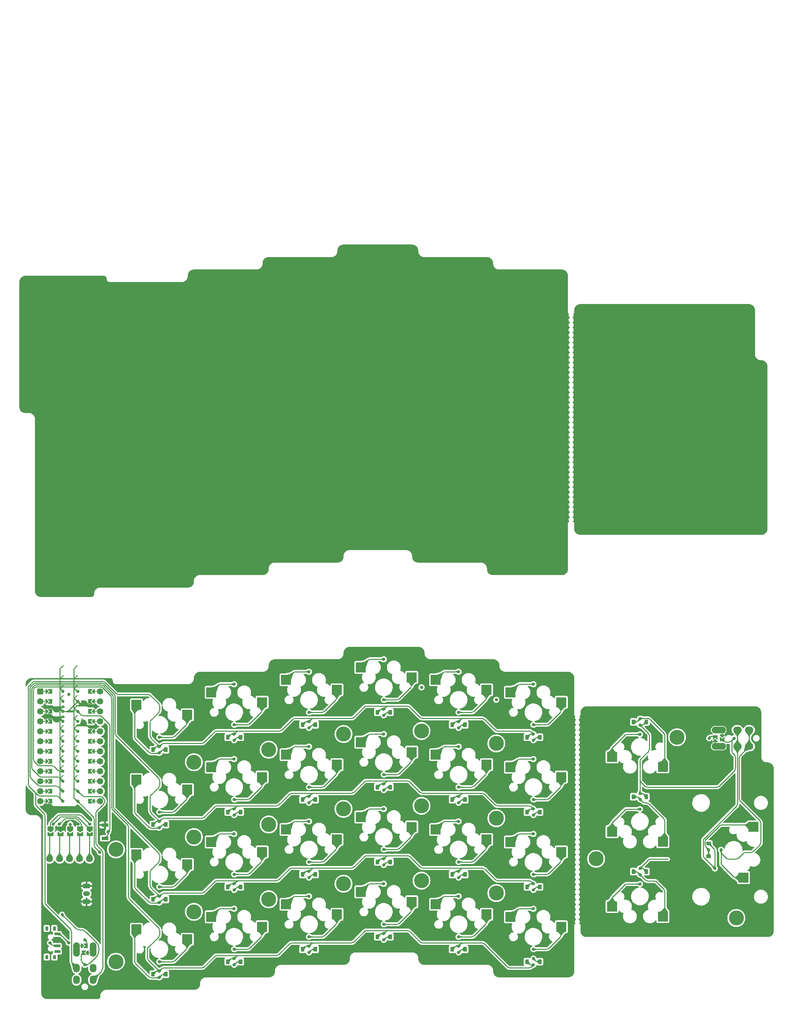
<source format=gbr>
%TF.GenerationSoftware,KiCad,Pcbnew,7.0.7*%
%TF.CreationDate,2024-02-04T16:52:19-05:00*%
%TF.ProjectId,garden,67617264-656e-42e6-9b69-6361645f7063,rev?*%
%TF.SameCoordinates,Original*%
%TF.FileFunction,Copper,L1,Top*%
%TF.FilePolarity,Positive*%
%FSLAX46Y46*%
G04 Gerber Fmt 4.6, Leading zero omitted, Abs format (unit mm)*
G04 Created by KiCad (PCBNEW 7.0.7) date 2024-02-04 16:52:19*
%MOMM*%
%LPD*%
G01*
G04 APERTURE LIST*
G04 Aperture macros list*
%AMRoundRect*
0 Rectangle with rounded corners*
0 $1 Rounding radius*
0 $2 $3 $4 $5 $6 $7 $8 $9 X,Y pos of 4 corners*
0 Add a 4 corners polygon primitive as box body*
4,1,4,$2,$3,$4,$5,$6,$7,$8,$9,$2,$3,0*
0 Add four circle primitives for the rounded corners*
1,1,$1+$1,$2,$3*
1,1,$1+$1,$4,$5*
1,1,$1+$1,$6,$7*
1,1,$1+$1,$8,$9*
0 Add four rect primitives between the rounded corners*
20,1,$1+$1,$2,$3,$4,$5,0*
20,1,$1+$1,$4,$5,$6,$7,0*
20,1,$1+$1,$6,$7,$8,$9,0*
20,1,$1+$1,$8,$9,$2,$3,0*%
%AMFreePoly0*
4,1,5,0.125000,-0.500000,-0.125000,-0.500000,-0.125000,0.500000,0.125000,0.500000,0.125000,-0.500000,0.125000,-0.500000,$1*%
%AMFreePoly1*
4,1,6,0.600000,-0.200000,0.600000,-0.500000,-0.600000,-0.500000,-0.600000,-0.200000,0.000000,0.400000,0.600000,-0.200000,0.600000,-0.200000,$1*%
%AMFreePoly2*
4,1,6,0.600000,-1.000000,0.000000,-0.400000,-0.600000,-1.000000,-0.600000,0.250000,0.600000,0.250000,0.600000,-1.000000,0.600000,-1.000000,$1*%
%AMFreePoly3*
4,1,6,1.000000,0.000000,0.500000,-0.750000,-0.500000,-0.750000,-0.500000,0.750000,0.500000,0.750000,1.000000,0.000000,1.000000,0.000000,$1*%
%AMFreePoly4*
4,1,6,0.500000,-0.750000,-0.650000,-0.750000,-0.150000,0.000000,-0.650000,0.750000,0.500000,0.750000,0.500000,-0.750000,0.500000,-0.750000,$1*%
%AMFreePoly5*
4,1,6,0.600000,-0.200000,0.600000,-0.400000,-0.600000,-0.400000,-0.600000,-0.200000,0.000000,0.400000,0.600000,-0.200000,0.600000,-0.200000,$1*%
%AMFreePoly6*
4,1,49,0.074910,6.688068,0.117119,6.631683,0.122144,6.561429,0.088389,6.499612,-0.641000,5.770223,-0.641000,0.817776,0.088389,0.088388,0.106325,0.064427,0.108253,0.062500,0.108523,0.061491,0.109711,0.059906,0.113001,0.044779,0.125000,0.000000,0.123753,-0.004652,0.124682,-0.008918,0.117327,-0.028635,0.108253,-0.062500,0.102580,-0.068172,0.100068,-0.074910,0.083266,-0.087486,
0.062500,-0.108253,0.051638,-0.111163,0.043683,-0.117119,0.024217,-0.118510,0.000000,-0.125000,-0.014013,-0.121245,-0.026571,-0.122144,-0.041901,-0.113772,-0.062500,-0.108253,-0.075119,-0.095633,-0.088388,-0.088389,-0.854388,0.677612,-0.867764,0.695480,-0.871157,0.698420,-0.871926,0.701039,-0.875710,0.706094,-0.882285,0.736322,-0.891000,0.766000,-0.891000,5.822000,-0.887823,5.844093,
-0.888144,5.848571,-0.886835,5.850967,-0.885937,5.857217,-0.869209,5.883244,-0.854388,5.910388,-0.088388,6.676389,-0.059906,6.697711,0.008918,6.712682,0.074910,6.688068,0.074910,6.688068,$1*%
%AMFreePoly7*
4,1,6,0.600000,0.200000,0.000000,-0.400000,-0.600000,0.200000,-0.600000,0.500000,0.600000,0.500000,0.600000,0.200000,0.600000,0.200000,$1*%
%AMFreePoly8*
4,1,6,0.600000,-0.250000,-0.600000,-0.250000,-0.600000,1.000000,0.000000,0.400000,0.600000,1.000000,0.600000,-0.250000,0.600000,-0.250000,$1*%
G04 Aperture macros list end*
%TA.AperFunction,ComponentPad*%
%ADD10C,2.600000*%
%TD*%
%TA.AperFunction,ConnectorPad*%
%ADD11C,3.800000*%
%TD*%
%TA.AperFunction,SMDPad,CuDef*%
%ADD12R,0.900000X1.200000*%
%TD*%
%TA.AperFunction,SMDPad,CuDef*%
%ADD13R,2.550000X2.500000*%
%TD*%
%TA.AperFunction,ComponentPad*%
%ADD14O,1.700000X3.700000*%
%TD*%
%TA.AperFunction,SMDPad,CuDef*%
%ADD15FreePoly0,270.000000*%
%TD*%
%TA.AperFunction,SMDPad,CuDef*%
%ADD16FreePoly1,270.000000*%
%TD*%
%TA.AperFunction,SMDPad,CuDef*%
%ADD17FreePoly1,90.000000*%
%TD*%
%TA.AperFunction,SMDPad,CuDef*%
%ADD18FreePoly2,270.000000*%
%TD*%
%TA.AperFunction,SMDPad,CuDef*%
%ADD19FreePoly2,90.000000*%
%TD*%
%TA.AperFunction,ComponentPad*%
%ADD20O,1.700000X2.200000*%
%TD*%
%TA.AperFunction,SMDPad,CuDef*%
%ADD21R,1.200000X0.900000*%
%TD*%
%TA.AperFunction,SMDPad,CuDef*%
%ADD22R,1.803400X0.812800*%
%TD*%
%TA.AperFunction,SMDPad,CuDef*%
%ADD23FreePoly3,270.000000*%
%TD*%
%TA.AperFunction,SMDPad,CuDef*%
%ADD24FreePoly4,270.000000*%
%TD*%
%TA.AperFunction,SMDPad,CuDef*%
%ADD25R,2.500000X2.550000*%
%TD*%
%TA.AperFunction,ComponentPad*%
%ADD26C,1.752600*%
%TD*%
%TA.AperFunction,SMDPad,CuDef*%
%ADD27R,1.500000X0.700000*%
%TD*%
%TA.AperFunction,SMDPad,CuDef*%
%ADD28R,0.800000X1.000000*%
%TD*%
%TA.AperFunction,ComponentPad*%
%ADD29RoundRect,0.250000X0.625000X-0.350000X0.625000X0.350000X-0.625000X0.350000X-0.625000X-0.350000X0*%
%TD*%
%TA.AperFunction,ComponentPad*%
%ADD30RoundRect,0.250000X-0.625000X0.350000X-0.625000X-0.350000X0.625000X-0.350000X0.625000X0.350000X0*%
%TD*%
%TA.AperFunction,ComponentPad*%
%ADD31O,1.750000X1.200000*%
%TD*%
%TA.AperFunction,ComponentPad*%
%ADD32C,1.600000*%
%TD*%
%TA.AperFunction,SMDPad,CuDef*%
%ADD33FreePoly0,90.000000*%
%TD*%
%TA.AperFunction,SMDPad,CuDef*%
%ADD34FreePoly5,90.000000*%
%TD*%
%TA.AperFunction,SMDPad,CuDef*%
%ADD35FreePoly5,270.000000*%
%TD*%
%TA.AperFunction,ComponentPad*%
%ADD36R,1.600000X1.600000*%
%TD*%
%TA.AperFunction,SMDPad,CuDef*%
%ADD37FreePoly6,270.000000*%
%TD*%
%TA.AperFunction,ComponentPad*%
%ADD38C,0.800000*%
%TD*%
%TA.AperFunction,SMDPad,CuDef*%
%ADD39FreePoly6,90.000000*%
%TD*%
%TA.AperFunction,ComponentPad*%
%ADD40O,3.700000X1.700000*%
%TD*%
%TA.AperFunction,SMDPad,CuDef*%
%ADD41FreePoly0,0.000000*%
%TD*%
%TA.AperFunction,SMDPad,CuDef*%
%ADD42FreePoly7,0.000000*%
%TD*%
%TA.AperFunction,SMDPad,CuDef*%
%ADD43FreePoly7,180.000000*%
%TD*%
%TA.AperFunction,SMDPad,CuDef*%
%ADD44FreePoly8,180.000000*%
%TD*%
%TA.AperFunction,SMDPad,CuDef*%
%ADD45FreePoly8,0.000000*%
%TD*%
%TA.AperFunction,ComponentPad*%
%ADD46O,2.200000X1.700000*%
%TD*%
%TA.AperFunction,ViaPad*%
%ADD47C,0.800000*%
%TD*%
%TA.AperFunction,Conductor*%
%ADD48C,0.250000*%
%TD*%
G04 APERTURE END LIST*
D10*
%TO.P,REF\u002A\u002A,1*%
%TO.N,N/C*%
X162718750Y-84137500D03*
D11*
X162718750Y-84137500D03*
%TD*%
D12*
%TO.P,D28,1,K*%
%TO.N,thr_1*%
X175543750Y-49276004D03*
%TO.P,D28,2,A*%
%TO.N,Net-(D28-Pad2)*%
X172243750Y-49276004D03*
%TD*%
%TO.P,D3,1,K*%
%TO.N,row_2*%
X49881250Y-94456250D03*
%TO.P,D3,2,A*%
%TO.N,Net-(D3-Pad2)*%
X53181250Y-94456250D03*
%TD*%
D10*
%TO.P,REF\u002A\u002A,1*%
%TO.N,N/C*%
X118268750Y-89693750D03*
D11*
X118268750Y-89693750D03*
%TD*%
D12*
%TO.P,D13,1,K*%
%TO.N,row_0*%
X107031250Y-46831250D03*
%TO.P,D13,2,A*%
%TO.N,Net-(D13-Pad2)*%
X110331250Y-46831250D03*
%TD*%
D10*
%TO.P,REF\u002A\u002A,1*%
%TO.N,N/C*%
X60325000Y-78581250D03*
D11*
X60325000Y-78581250D03*
%TD*%
D12*
%TO.P,D27,1,K*%
%TO.N,thr_1*%
X175543750Y-68326004D03*
%TO.P,D27,2,A*%
%TO.N,Net-(D27-Pad2)*%
X172243750Y-68326004D03*
%TD*%
D10*
%TO.P,REF\u002A\u002A,1*%
%TO.N,N/C*%
X40481250Y-81756250D03*
D11*
X40481250Y-81756250D03*
%TD*%
D10*
%TO.P,REF\u002A\u002A,1*%
%TO.N,N/C*%
X137318750Y-92868750D03*
D11*
X137318750Y-92868750D03*
%TD*%
D12*
%TO.P,D14,1,K*%
%TO.N,row_1*%
X107031250Y-65881250D03*
%TO.P,D14,2,A*%
%TO.N,Net-(D14-Pad2)*%
X110331250Y-65881250D03*
%TD*%
%TO.P,D6,1,K*%
%TO.N,row_1*%
X68931250Y-72231250D03*
%TO.P,D6,2,A*%
%TO.N,Net-(D6-Pad2)*%
X72231250Y-72231250D03*
%TD*%
D10*
%TO.P,REF\u002A\u002A,1*%
%TO.N,N/C*%
X79375000Y-94456250D03*
D11*
X79375000Y-94456250D03*
%TD*%
D10*
%TO.P,REF\u002A\u002A,1*%
%TO.N,N/C*%
X98425000Y-90487500D03*
D11*
X98425000Y-90487500D03*
%TD*%
D10*
%TO.P,REF\u002A\u002A,1*%
%TO.N,N/C*%
X79375000Y-75406250D03*
D11*
X79375000Y-75406250D03*
%TD*%
D12*
%TO.P,D17,1,K*%
%TO.N,row_0*%
X126081250Y-50006250D03*
%TO.P,D17,2,A*%
%TO.N,Net-(D17-Pad2)*%
X129381250Y-50006250D03*
%TD*%
D10*
%TO.P,REF\u002A\u002A,1*%
%TO.N,N/C*%
X137318750Y-73818750D03*
D11*
X137318750Y-73818750D03*
%TD*%
D12*
%TO.P,D24,1,K*%
%TO.N,row_3*%
X145131250Y-110331250D03*
%TO.P,D24,2,A*%
%TO.N,Net-(D24-Pad2)*%
X148431250Y-110331250D03*
%TD*%
D13*
%TO.P,MX15,1,COL*%
%TO.N,col_3*%
X115766250Y-76041250D03*
%TO.P,MX15,2,ROW*%
%TO.N,Net-(D15-Pad2)*%
X102839250Y-73501250D03*
%TD*%
%TO.P,MX17,1,COL*%
%TO.N,col_4*%
X134816250Y-41116250D03*
%TO.P,MX17,2,ROW*%
%TO.N,Net-(D17-Pad2)*%
X121889250Y-38576250D03*
%TD*%
%TO.P,MX9,1,COL*%
%TO.N,col_2*%
X96716250Y-41116250D03*
%TO.P,MX9,2,ROW*%
%TO.N,Net-(D9-Pad2)*%
X83789250Y-38576250D03*
%TD*%
%TO.P,MX21,1,COL*%
%TO.N,col_5*%
X153866250Y-44291250D03*
%TO.P,MX21,2,ROW*%
%TO.N,Net-(D21-Pad2)*%
X140939250Y-41751250D03*
%TD*%
%TO.P,MX20,1,COL*%
%TO.N,col_4*%
X134816250Y-98266250D03*
%TO.P,MX20,2,ROW*%
%TO.N,Net-(D20-Pad2)*%
X121889250Y-95726250D03*
%TD*%
%TO.P,MX8,1,COL*%
%TO.N,col_1*%
X77666250Y-101441250D03*
%TO.P,MX8,2,ROW*%
%TO.N,Net-(D8-Pad2)*%
X64739250Y-98901250D03*
%TD*%
D14*
%TO.P,U2,*%
%TO.N,*%
X30443750Y-107193750D03*
D15*
X31527750Y-106305750D03*
D16*
X32035750Y-106305750D03*
D17*
X33051750Y-108083750D03*
D15*
X33559750Y-108083750D03*
D14*
X34643750Y-107193750D03*
D18*
%TO.P,U2,1,SLEEVE*%
%TO.N,col_7*%
X33051750Y-106305750D03*
D19*
%TO.P,U2,2,TIP*%
%TO.N,row_1*%
X32035750Y-108083750D03*
D20*
%TO.P,U2,3,RING1*%
%TO.N,row_0*%
X30443750Y-111943750D03*
X34643750Y-111943750D03*
%TO.P,U2,4,RING2*%
%TO.N,col_6*%
X30443750Y-114943750D03*
X34643750Y-114943750D03*
%TD*%
D12*
%TO.P,D21,1,K*%
%TO.N,row_0*%
X145131250Y-53181250D03*
%TO.P,D21,2,A*%
%TO.N,Net-(D21-Pad2)*%
X148431250Y-53181250D03*
%TD*%
D10*
%TO.P,REF\u002A\u002A,1*%
%TO.N,N/C*%
X60325000Y-59531250D03*
D11*
X60325000Y-59531250D03*
%TD*%
D10*
%TO.P,REF\u002A\u002A,1*%
%TO.N,N/C*%
X198437500Y-99218750D03*
D11*
X198437500Y-99218750D03*
%TD*%
D21*
%TO.P,D25,1,K*%
%TO.N,thr_0*%
X191376729Y-80190229D03*
%TO.P,D25,2,A*%
%TO.N,Net-(D25-Pad2)*%
X191376729Y-83490229D03*
%TD*%
D12*
%TO.P,D2,1,K*%
%TO.N,row_1*%
X49881250Y-75406250D03*
%TO.P,D2,2,A*%
%TO.N,Net-(D2-Pad2)*%
X53181250Y-75406250D03*
%TD*%
%TO.P,D5,1,K*%
%TO.N,row_0*%
X68931250Y-53181250D03*
%TO.P,D5,2,A*%
%TO.N,Net-(D5-Pad2)*%
X72231250Y-53181250D03*
%TD*%
D13*
%TO.P,MX27,1,COL*%
%TO.N,thc_7*%
X166808750Y-77216004D03*
%TO.P,MX27,2,ROW*%
%TO.N,Net-(D27-Pad2)*%
X179735750Y-79756004D03*
%TD*%
%TO.P,MX28,1,COL*%
%TO.N,thc_6*%
X166808750Y-58166004D03*
%TO.P,MX28,2,ROW*%
%TO.N,Net-(D28-Pad2)*%
X179735750Y-60706004D03*
%TD*%
D12*
%TO.P,D18,1,K*%
%TO.N,row_1*%
X126081250Y-69056250D03*
%TO.P,D18,2,A*%
%TO.N,Net-(D18-Pad2)*%
X129381250Y-69056250D03*
%TD*%
D10*
%TO.P,REF\u002A\u002A,1*%
%TO.N,N/C*%
X137318750Y-54768750D03*
D11*
X137318750Y-54768750D03*
%TD*%
D12*
%TO.P,D26,1,K*%
%TO.N,thr_0*%
X175543750Y-87376004D03*
%TO.P,D26,2,A*%
%TO.N,Net-(D26-Pad2)*%
X172243750Y-87376004D03*
%TD*%
D10*
%TO.P,REF\u002A\u002A,1*%
%TO.N,N/C*%
X98425000Y-52387500D03*
D11*
X98425000Y-52387500D03*
%TD*%
D12*
%TO.P,D12,1,K*%
%TO.N,row_3*%
X87981250Y-107156250D03*
%TO.P,D12,2,A*%
%TO.N,Net-(D12-Pad2)*%
X91281250Y-107156250D03*
%TD*%
D22*
%TO.P,SW0,1,1*%
%TO.N,gnd*%
X37677250Y-75519800D03*
%TO.P,SW0,2,2*%
%TO.N,rst*%
X37677250Y-78919804D03*
%TD*%
D10*
%TO.P,REF\u002A\u002A,1*%
%TO.N,N/C*%
X183356250Y-53181250D03*
D11*
X183356250Y-53181250D03*
%TD*%
D12*
%TO.P,D11,1,K*%
%TO.N,row_2*%
X87981250Y-88106250D03*
%TO.P,D11,2,A*%
%TO.N,Net-(D11-Pad2)*%
X91281250Y-88106250D03*
%TD*%
%TO.P,D20,1,K*%
%TO.N,row_3*%
X126081250Y-107156250D03*
%TO.P,D20,2,A*%
%TO.N,Net-(D20-Pad2)*%
X129381250Y-107156250D03*
%TD*%
D13*
%TO.P,MX26,1,COL*%
%TO.N,thc_7*%
X166808750Y-96266004D03*
%TO.P,MX26,2,ROW*%
%TO.N,Net-(D26-Pad2)*%
X179735750Y-98806004D03*
%TD*%
D12*
%TO.P,D4,1,K*%
%TO.N,row_3*%
X49881250Y-113506250D03*
%TO.P,D4,2,A*%
%TO.N,Net-(D4-Pad2)*%
X53181250Y-113506250D03*
%TD*%
%TO.P,D19,1,K*%
%TO.N,row_2*%
X126081250Y-88106250D03*
%TO.P,D19,2,A*%
%TO.N,Net-(D19-Pad2)*%
X129381250Y-88106250D03*
%TD*%
%TO.P,D23,1,K*%
%TO.N,row_2*%
X145131250Y-91281250D03*
%TO.P,D23,2,A*%
%TO.N,Net-(D23-Pad2)*%
X148431250Y-91281250D03*
%TD*%
D10*
%TO.P,REF\u002A\u002A,1*%
%TO.N,N/C*%
X60325000Y-97631250D03*
D11*
X60325000Y-97631250D03*
%TD*%
D23*
%TO.P,J1,1,Pin_1*%
%TO.N,mosi*%
X33831250Y-76428000D03*
%TO.P,J1,2,Pin_2*%
%TO.N,sck*%
X31331250Y-76428000D03*
%TO.P,J1,3,Pin_3*%
%TO.N,vcc*%
X28831250Y-76428000D03*
%TO.P,J1,4,Pin_4*%
%TO.N,gnd*%
X26331250Y-76428000D03*
%TO.P,J1,5,Pin_5*%
%TO.N,cs*%
X23831250Y-76428000D03*
D24*
%TO.P,J1,6*%
%TO.N,disp_5*%
X33831250Y-77878000D03*
%TO.P,J1,7*%
%TO.N,disp_4*%
X31331250Y-77878000D03*
%TO.P,J1,8*%
%TO.N,disp_3*%
X28831250Y-77878000D03*
%TO.P,J1,9*%
%TO.N,disp_2*%
X26331250Y-77878000D03*
%TO.P,J1,10*%
%TO.N,disp_1*%
X23831250Y-77878000D03*
%TD*%
D12*
%TO.P,D16,1,K*%
%TO.N,row_3*%
X107031250Y-103981250D03*
%TO.P,D16,2,A*%
%TO.N,Net-(D16-Pad2)*%
X110331250Y-103981250D03*
%TD*%
D25*
%TO.P,MX25,1,COL*%
%TO.N,thc_6*%
X200266729Y-88925229D03*
%TO.P,MX25,2,ROW*%
%TO.N,Net-(D25-Pad2)*%
X202806729Y-75998229D03*
%TD*%
D12*
%TO.P,D7,1,K*%
%TO.N,row_2*%
X68931250Y-91281250D03*
%TO.P,D7,2,A*%
%TO.N,Net-(D7-Pad2)*%
X72231250Y-91281250D03*
%TD*%
%TO.P,D1,1,K*%
%TO.N,row_0*%
X49881250Y-56356250D03*
%TO.P,D1,2,A*%
%TO.N,Net-(D1-Pad2)*%
X53181250Y-56356250D03*
%TD*%
%TO.P,D10,1,K*%
%TO.N,row_1*%
X87981250Y-69056250D03*
%TO.P,D10,2,A*%
%TO.N,Net-(D10-Pad2)*%
X91281250Y-69056250D03*
%TD*%
%TO.P,D15,1,K*%
%TO.N,row_2*%
X107031250Y-84931250D03*
%TO.P,D15,2,A*%
%TO.N,Net-(D15-Pad2)*%
X110331250Y-84931250D03*
%TD*%
D10*
%TO.P,REF\u002A\u002A,1*%
%TO.N,N/C*%
X98425000Y-71437500D03*
D11*
X98425000Y-71437500D03*
%TD*%
D13*
%TO.P,MX18,1,COL*%
%TO.N,col_4*%
X134816250Y-60166250D03*
%TO.P,MX18,2,ROW*%
%TO.N,Net-(D18-Pad2)*%
X121889250Y-57626250D03*
%TD*%
D26*
%TO.P,Display1,1*%
%TO.N,disp_1*%
X23591250Y-84137500D03*
%TO.P,Display1,2*%
%TO.N,disp_2*%
X26131250Y-84137500D03*
%TO.P,Display1,3*%
%TO.N,disp_3*%
X28671250Y-84137500D03*
%TO.P,Display1,4*%
%TO.N,disp_4*%
X31211250Y-84137500D03*
%TO.P,Display1,5*%
%TO.N,disp_5*%
X33751250Y-84137500D03*
%TD*%
D27*
%TO.P,SW1,1*%
%TO.N,bat_sw+*%
X25571000Y-103260429D03*
%TO.P,SW1,2*%
%TO.N,bat+*%
X25571000Y-106260429D03*
%TO.P,SW1,3*%
%TO.N,unconnected-(SW1-Pad3)*%
X25571000Y-107760429D03*
D28*
%TO.P,SW1,S1,SHIELD*%
%TO.N,unconnected-(SW1-PadS1)*%
X24786000Y-101860429D03*
%TO.P,SW1,S2,SHIELD*%
X22856000Y-101860429D03*
%TO.P,SW1,S3,SHIELD*%
X22856000Y-109160429D03*
%TO.P,SW1,S4,SHIELD*%
X24786000Y-109160429D03*
%TD*%
D29*
%TO.P,J2,1,Pin_1*%
%TO.N,gnd*%
X32997000Y-95029250D03*
D30*
X32997000Y-95029250D03*
D29*
X32997000Y-91029250D03*
D30*
X32997000Y-91029250D03*
D31*
%TO.P,J2,2,Pin_2*%
%TO.N,bat_sw+*%
X32997000Y-93029250D03*
X32997000Y-93029250D03*
X32997000Y-93029250D03*
X32997000Y-93029250D03*
%TD*%
D13*
%TO.P,MX2,1,COL*%
%TO.N,col_0*%
X58616250Y-66516250D03*
%TO.P,MX2,2,ROW*%
%TO.N,Net-(D2-Pad2)*%
X45689250Y-63976250D03*
%TD*%
%TO.P,MX16,1,COL*%
%TO.N,col_3*%
X115766250Y-95091250D03*
%TO.P,MX16,2,ROW*%
%TO.N,Net-(D16-Pad2)*%
X102839250Y-92551250D03*
%TD*%
%TO.P,MX1,1,COL*%
%TO.N,col_0*%
X58616250Y-47466250D03*
%TO.P,MX1,2,ROW*%
%TO.N,Net-(D1-Pad2)*%
X45689250Y-44926250D03*
%TD*%
%TO.P,MX7,1,COL*%
%TO.N,col_1*%
X77666250Y-82391250D03*
%TO.P,MX7,2,ROW*%
%TO.N,Net-(D7-Pad2)*%
X64739250Y-79851250D03*
%TD*%
%TO.P,MX5,1,COL*%
%TO.N,col_1*%
X77666250Y-44291250D03*
%TO.P,MX5,2,ROW*%
%TO.N,Net-(D5-Pad2)*%
X64739250Y-41751250D03*
%TD*%
%TO.P,MX13,1,COL*%
%TO.N,col_3*%
X115766250Y-37941250D03*
%TO.P,MX13,2,ROW*%
%TO.N,Net-(D13-Pad2)*%
X102839250Y-35401250D03*
%TD*%
%TO.P,MX3,1,COL*%
%TO.N,col_0*%
X58616250Y-85566250D03*
%TO.P,MX3,2,ROW*%
%TO.N,Net-(D3-Pad2)*%
X45689250Y-83026250D03*
%TD*%
%TO.P,MX6,1,COL*%
%TO.N,col_1*%
X77666250Y-63341250D03*
%TO.P,MX6,2,ROW*%
%TO.N,Net-(D6-Pad2)*%
X64739250Y-60801250D03*
%TD*%
D32*
%TO.P,U1,*%
%TO.N,*%
X36451250Y-41534179D03*
D33*
X35181250Y-41534179D03*
D34*
X34673250Y-41534179D03*
D35*
X22989250Y-41534179D03*
D15*
X22481250Y-41534179D03*
D32*
X21211250Y-41534179D03*
D36*
X21211250Y-41534179D03*
D32*
X36451250Y-44074179D03*
D33*
X35181250Y-44074179D03*
D34*
X34673250Y-44074179D03*
D35*
X22989250Y-44074179D03*
D15*
X22481250Y-44074179D03*
D32*
X21211250Y-44074179D03*
X36451250Y-46614179D03*
D33*
X35181250Y-46614179D03*
D34*
X34673250Y-46614179D03*
D35*
X22989250Y-46614179D03*
D15*
X22481250Y-46614179D03*
D32*
X21211250Y-46614179D03*
X36451250Y-49154179D03*
D33*
X35181250Y-49154179D03*
D34*
X34673250Y-49154179D03*
D35*
X22989250Y-49154179D03*
D15*
X22481250Y-49154179D03*
D32*
X21211250Y-49154179D03*
X36451250Y-51694179D03*
D33*
X35181250Y-51694179D03*
D34*
X34673250Y-51694179D03*
D35*
X22989250Y-51694179D03*
D15*
X22481250Y-51694179D03*
D32*
X21211250Y-51694179D03*
X36451250Y-54234179D03*
D33*
X35181250Y-54234179D03*
D34*
X34673250Y-54234179D03*
D35*
X22989250Y-54234179D03*
D15*
X22481250Y-54234179D03*
D32*
X21211250Y-54234179D03*
X36451250Y-56774179D03*
D33*
X35181250Y-56774179D03*
D34*
X34673250Y-56774179D03*
D35*
X22989250Y-56774179D03*
D15*
X22481250Y-56774179D03*
D32*
X21211250Y-56774179D03*
X36451250Y-59314179D03*
D33*
X35181250Y-59314179D03*
D34*
X34673250Y-59314179D03*
D35*
X22989250Y-59314179D03*
D15*
X22481250Y-59314179D03*
D32*
X21211250Y-59314179D03*
X36451250Y-61854179D03*
D33*
X35181250Y-61854179D03*
D34*
X34673250Y-61854179D03*
D35*
X22989250Y-61854179D03*
D15*
X22481250Y-61854179D03*
D32*
X21211250Y-61854179D03*
X36451250Y-64394179D03*
D33*
X35181250Y-64394179D03*
D34*
X34673250Y-64394179D03*
D35*
X22989250Y-64394179D03*
D15*
X22481250Y-64394179D03*
D32*
X21211250Y-64394179D03*
X36451250Y-66934179D03*
D33*
X35181250Y-66934179D03*
D34*
X34673250Y-66934179D03*
D35*
X22989250Y-66934179D03*
D15*
X22481250Y-66934179D03*
D32*
X21211250Y-66934179D03*
X36451250Y-69474179D03*
D33*
X35181250Y-69474179D03*
D34*
X34673250Y-69474179D03*
D35*
X22989250Y-69474179D03*
D15*
X22481250Y-69474179D03*
D32*
X21211250Y-69474179D03*
D19*
%TO.P,U1,1,TX0/P0.06*%
%TO.N,cs*%
X33657250Y-41534179D03*
D37*
X27053250Y-41534179D03*
D38*
X26928250Y-41534179D03*
D19*
%TO.P,U1,2,RX1/P0.08*%
%TO.N,unconnected-(U1-Pad2)*%
X33657250Y-44074179D03*
D37*
X27053250Y-44074179D03*
D38*
X26928250Y-44074179D03*
D19*
%TO.P,U1,3,GND*%
%TO.N,gnd*%
X33657250Y-46614179D03*
D37*
X27053250Y-46614179D03*
D38*
X26928250Y-46614179D03*
D19*
%TO.P,U1,4,GND*%
X33657250Y-49154179D03*
D37*
X27053250Y-49154179D03*
D38*
X26928250Y-49154179D03*
D19*
%TO.P,U1,5,P0.17*%
%TO.N,sck*%
X33657250Y-51694179D03*
D37*
X27053250Y-51694179D03*
D38*
X26928250Y-51694179D03*
D19*
%TO.P,U1,6,P0.20*%
%TO.N,mosi*%
X33657250Y-54234179D03*
D37*
X27053250Y-54234179D03*
D38*
X26928250Y-54234179D03*
D19*
%TO.P,U1,7,P0.22*%
%TO.N,unconnected-(U1-Pad7)*%
X33657250Y-56774179D03*
D37*
X27053250Y-56774179D03*
D38*
X26928250Y-56774179D03*
D19*
%TO.P,U1,8,P0.24*%
%TO.N,unconnected-(U1-Pad8)*%
X33657250Y-59314179D03*
D37*
X27053250Y-59314179D03*
D38*
X26928250Y-59314179D03*
D19*
%TO.P,U1,9,P1.00*%
%TO.N,row_3*%
X33657250Y-61854179D03*
D37*
X27053250Y-61854179D03*
D38*
X26928250Y-61854179D03*
D19*
%TO.P,U1,10,P0.11*%
%TO.N,row_2*%
X33657250Y-64394179D03*
D37*
X27053250Y-64394179D03*
D38*
X26928250Y-64394179D03*
D19*
%TO.P,U1,11,P1.04*%
%TO.N,row_1*%
X33657250Y-66934179D03*
D37*
X27053250Y-66934179D03*
D38*
X26928250Y-66934179D03*
D19*
%TO.P,U1,12,P1.06*%
%TO.N,row_0*%
X33657250Y-69474179D03*
D37*
X27053250Y-69474179D03*
D38*
X26928250Y-69474179D03*
%TO.P,U1,13,NFC1/P0.09*%
%TO.N,col_7*%
X30734250Y-69474179D03*
D39*
X30609250Y-69474179D03*
D18*
X24005250Y-69474179D03*
D38*
%TO.P,U1,14,NFC2/P0.10*%
%TO.N,col_6*%
X30734250Y-66934179D03*
D39*
X30609250Y-66934179D03*
D18*
X24005250Y-66934179D03*
D38*
%TO.P,U1,15,P1.11*%
%TO.N,col_0*%
X30734250Y-64394179D03*
D39*
X30609250Y-64394179D03*
D18*
X24005250Y-64394179D03*
D38*
%TO.P,U1,16,P1.13*%
%TO.N,col_1*%
X30734250Y-61854179D03*
D39*
X30609250Y-61854179D03*
D18*
X24005250Y-61854179D03*
D38*
%TO.P,U1,17,P1.15*%
%TO.N,col_2*%
X30734250Y-59314179D03*
D39*
X30609250Y-59314179D03*
D18*
X24005250Y-59314179D03*
D38*
%TO.P,U1,18,AIN0/P0.02*%
%TO.N,col_3*%
X30734250Y-56774179D03*
D39*
X30609250Y-56774179D03*
D18*
X24005250Y-56774179D03*
D38*
%TO.P,U1,19,AIN5/P0.29*%
%TO.N,col_4*%
X30734250Y-54234179D03*
D39*
X30609250Y-54234179D03*
D18*
X24005250Y-54234179D03*
D38*
%TO.P,U1,20,AIN7/P0.31*%
%TO.N,col_5*%
X30734250Y-51694179D03*
D39*
X30609250Y-51694179D03*
D18*
X24005250Y-51694179D03*
D38*
%TO.P,U1,21,VCC*%
%TO.N,vcc*%
X30734250Y-49154179D03*
D39*
X30609250Y-49154179D03*
D18*
X24005250Y-49154179D03*
D38*
%TO.P,U1,22,RST*%
%TO.N,rst*%
X30734250Y-46614179D03*
D39*
X30609250Y-46614179D03*
D18*
X24005250Y-46614179D03*
D38*
%TO.P,U1,23,GND*%
%TO.N,gnd*%
X30734250Y-44074179D03*
D39*
X30609250Y-44074179D03*
D18*
X24005250Y-44074179D03*
D38*
%TO.P,U1,24,BATIN/P0.04*%
%TO.N,bat+*%
X30734250Y-41534179D03*
D39*
X30609250Y-41534179D03*
D18*
X24005250Y-41534179D03*
%TD*%
D13*
%TO.P,MX4,1,COL*%
%TO.N,col_0*%
X58616250Y-104616250D03*
%TO.P,MX4,2,ROW*%
%TO.N,Net-(D4-Pad2)*%
X45689250Y-102076250D03*
%TD*%
%TO.P,MX12,1,COL*%
%TO.N,col_2*%
X96716250Y-98266250D03*
%TO.P,MX12,2,ROW*%
%TO.N,Net-(D12-Pad2)*%
X83789250Y-95726250D03*
%TD*%
%TO.P,MX14,1,COL*%
%TO.N,col_3*%
X115766250Y-56991250D03*
%TO.P,MX14,2,ROW*%
%TO.N,Net-(D14-Pad2)*%
X102839250Y-54451250D03*
%TD*%
%TO.P,MX22,1,COL*%
%TO.N,col_5*%
X153866250Y-63341250D03*
%TO.P,MX22,2,ROW*%
%TO.N,Net-(D22-Pad2)*%
X140939250Y-60801250D03*
%TD*%
%TO.P,MX11,1,COL*%
%TO.N,col_2*%
X96716250Y-79216250D03*
%TO.P,MX11,2,ROW*%
%TO.N,Net-(D11-Pad2)*%
X83789250Y-76676250D03*
%TD*%
%TO.P,MX19,1,COL*%
%TO.N,col_4*%
X134816250Y-79216250D03*
%TO.P,MX19,2,ROW*%
%TO.N,Net-(D19-Pad2)*%
X121889250Y-76676250D03*
%TD*%
%TO.P,MX23,1,COL*%
%TO.N,col_5*%
X153866250Y-82391250D03*
%TO.P,MX23,2,ROW*%
%TO.N,Net-(D23-Pad2)*%
X140939250Y-79851250D03*
%TD*%
%TO.P,MX10,1,COL*%
%TO.N,col_2*%
X96716250Y-60166250D03*
%TO.P,MX10,2,ROW*%
%TO.N,Net-(D10-Pad2)*%
X83789250Y-57626250D03*
%TD*%
D10*
%TO.P,REF\u002A\u002A,1*%
%TO.N,N/C*%
X79375000Y-56356250D03*
D11*
X79375000Y-56356250D03*
%TD*%
D10*
%TO.P,REF\u002A\u002A,1*%
%TO.N,N/C*%
X40481250Y-110331250D03*
D11*
X40481250Y-110331250D03*
%TD*%
D12*
%TO.P,D8,1,K*%
%TO.N,row_3*%
X68931250Y-110331250D03*
%TO.P,D8,2,A*%
%TO.N,Net-(D8-Pad2)*%
X72231250Y-110331250D03*
%TD*%
D10*
%TO.P,REF\u002A\u002A,1*%
%TO.N,N/C*%
X118268750Y-70643750D03*
D11*
X118268750Y-70643750D03*
%TD*%
D13*
%TO.P,MX24,1,COL*%
%TO.N,col_5*%
X153866250Y-101441250D03*
%TO.P,MX24,2,ROW*%
%TO.N,Net-(D24-Pad2)*%
X140939250Y-98901250D03*
%TD*%
D10*
%TO.P,REF\u002A\u002A,1*%
%TO.N,N/C*%
X118268750Y-51593750D03*
D11*
X118268750Y-51593750D03*
%TD*%
D12*
%TO.P,D9,1,K*%
%TO.N,row_0*%
X87981250Y-50006250D03*
%TO.P,D9,2,A*%
%TO.N,Net-(D9-Pad2)*%
X91281250Y-50006250D03*
%TD*%
D40*
%TO.P,U3,*%
%TO.N,*%
X193962125Y-51325521D03*
D41*
X194852125Y-52409521D03*
D42*
X194852125Y-52917521D03*
D43*
X193074125Y-53933521D03*
D41*
X193074125Y-54441521D03*
D40*
X193962125Y-55525521D03*
D44*
%TO.P,U3,1,SLEEVE*%
%TO.N,thc_7*%
X193074125Y-52917521D03*
D45*
%TO.P,U3,2,TIP*%
%TO.N,thr_1*%
X194852125Y-53933521D03*
D46*
%TO.P,U3,3,RING1*%
%TO.N,thr_0*%
X198712125Y-51325521D03*
X198712125Y-55525521D03*
%TO.P,U3,4,RING2*%
%TO.N,thc_6*%
X201712125Y-51325521D03*
X201712125Y-55525521D03*
%TD*%
D12*
%TO.P,D22,1,K*%
%TO.N,row_1*%
X145131250Y-72231250D03*
%TO.P,D22,2,A*%
%TO.N,Net-(D22-Pad2)*%
X148431250Y-72231250D03*
%TD*%
D47*
%TO.N,Net-(D10-Pad2)*%
X89631250Y-69850000D03*
%TO.N,Net-(D17-Pad2)*%
X127731250Y-50800000D03*
%TO.N,Net-(D16-Pad2)*%
X108681250Y-90487500D03*
%TO.N,Net-(D13-Pad2)*%
X108681250Y-47625000D03*
%TO.N,row_3*%
X127731250Y-106362500D03*
%TO.N,Net-(D14-Pad2)*%
X108681250Y-52387500D03*
%TO.N,Net-(D6-Pad2)*%
X70581250Y-58737500D03*
%TO.N,Net-(D7-Pad2)*%
X70581250Y-77787500D03*
%TO.N,row_3*%
X146781250Y-111125000D03*
X70581250Y-109537500D03*
%TO.N,Net-(D12-Pad2)*%
X89631250Y-93662500D03*
%TO.N,Net-(D6-Pad2)*%
X70581250Y-73025000D03*
%TO.N,Net-(D9-Pad2)*%
X89631250Y-50800000D03*
%TO.N,Net-(D5-Pad2)*%
X70581250Y-39687500D03*
%TO.N,Net-(D12-Pad2)*%
X89631250Y-107950000D03*
%TO.N,Net-(D5-Pad2)*%
X70581250Y-53975000D03*
%TO.N,row_3*%
X51531250Y-112712500D03*
%TO.N,Net-(D3-Pad2)*%
X51531250Y-95250000D03*
%TO.N,Net-(D10-Pad2)*%
X89631250Y-55562500D03*
%TO.N,row_2*%
X127731250Y-87312500D03*
%TO.N,Net-(D13-Pad2)*%
X108681250Y-33337500D03*
%TO.N,Net-(D18-Pad2)*%
X127731250Y-69850000D03*
%TO.N,Net-(D14-Pad2)*%
X108681250Y-66675000D03*
%TO.N,row_3*%
X89631250Y-106362500D03*
%TO.N,Net-(D18-Pad2)*%
X127731250Y-55562500D03*
%TO.N,Net-(D16-Pad2)*%
X108681250Y-104775000D03*
%TO.N,Net-(D15-Pad2)*%
X108681250Y-71437500D03*
%TO.N,Net-(D9-Pad2)*%
X89631250Y-36512500D03*
%TO.N,Net-(D21-Pad2)*%
X146781250Y-53975000D03*
X146781250Y-39687500D03*
%TO.N,row_3*%
X108681250Y-103187500D03*
%TO.N,Net-(D20-Pad2)*%
X127731250Y-93662500D03*
%TO.N,Net-(D15-Pad2)*%
X108681250Y-85725000D03*
%TO.N,Net-(D7-Pad2)*%
X70581250Y-92075000D03*
%TO.N,row_2*%
X89631250Y-87312500D03*
%TO.N,Net-(D11-Pad2)*%
X89631250Y-74612500D03*
%TO.N,Net-(D20-Pad2)*%
X127731250Y-107950000D03*
%TO.N,Net-(D19-Pad2)*%
X127731250Y-88900000D03*
%TO.N,Net-(D11-Pad2)*%
X89631250Y-88900000D03*
%TO.N,Net-(D4-Pad2)*%
X51531250Y-114300000D03*
%TO.N,Net-(D19-Pad2)*%
X127731250Y-74612500D03*
%TO.N,Net-(D8-Pad2)*%
X70581250Y-96837500D03*
%TO.N,Net-(D17-Pad2)*%
X127731250Y-36512500D03*
%TO.N,Net-(D8-Pad2)*%
X70581250Y-111125000D03*
%TO.N,gnd*%
X80168750Y-46831250D03*
X42068750Y-78581250D03*
X163512500Y-72231250D03*
%TO.N,col_4*%
X127731250Y-65881250D03*
%TO.N,mosi*%
X24464750Y-75328500D03*
%TO.N,gnd*%
X118268750Y-97631250D03*
X80168750Y-103981250D03*
X32402250Y-49154179D03*
X99218750Y-81756250D03*
X30838931Y-75328500D03*
X61118750Y-107156250D03*
X163512500Y-90487500D03*
X118268750Y-78581250D03*
%TO.N,vcc*%
X28831250Y-75347929D03*
%TO.N,gnd*%
X61118750Y-50006250D03*
X99218750Y-62706250D03*
%TO.N,sck*%
X26052250Y-75328500D03*
%TO.N,Net-(D24-Pad2)*%
X146781250Y-96837500D03*
%TO.N,bat+*%
X23671000Y-105510429D03*
%TO.N,gnd*%
X61118750Y-88106250D03*
X80168750Y-65881250D03*
X42068750Y-59531250D03*
X99218750Y-43656250D03*
X137318750Y-81756250D03*
X197643750Y-93662500D03*
X195262500Y-69850000D03*
X118268750Y-59531250D03*
%TO.N,col_4*%
X127731250Y-84931250D03*
%TO.N,gnd*%
X137318750Y-62706250D03*
X99218750Y-100806250D03*
%TO.N,bat+*%
X28433500Y-42297929D03*
%TO.N,gnd*%
X42068750Y-97631250D03*
X36883500Y-77219802D03*
%TO.N,bat_sw+*%
X28433500Y-105510429D03*
%TO.N,gnd*%
X80168750Y-84931250D03*
X163512500Y-53181250D03*
X61118750Y-69056250D03*
X137318750Y-100806250D03*
%TO.N,rst*%
X38471000Y-77219802D03*
%TO.N,cs*%
X33833254Y-75328500D03*
%TO.N,Net-(D24-Pad2)*%
X146781250Y-109537500D03*
%TO.N,thr_1*%
X197893375Y-53425521D03*
%TO.N,col_3*%
X108681250Y-81756250D03*
%TO.N,thc_7*%
X173893750Y-90551004D03*
%TO.N,thc_6*%
X194551729Y-81840229D03*
%TO.N,col_7*%
X32543750Y-104775000D03*
%TO.N,Net-(D27-Pad2)*%
X173977924Y-69035580D03*
%TO.N,Net-(D26-Pad2)*%
X173893750Y-88169754D03*
%TO.N,thc_6*%
X173893750Y-52451004D03*
%TO.N,col_2*%
X89631250Y-46831250D03*
%TO.N,col_0*%
X51531250Y-110331250D03*
%TO.N,thr_0*%
X192964229Y-86602729D03*
%TO.N,thr_1*%
X173893750Y-50069754D03*
%TO.N,col_4*%
X127731250Y-46831250D03*
X127731250Y-103981250D03*
%TO.N,col_0*%
X51531250Y-53181250D03*
X51531250Y-91281250D03*
%TO.N,col_5*%
X137318750Y-43656250D03*
%TO.N,thc_7*%
X173893750Y-71501004D03*
%TO.N,thr_1*%
X173893750Y-67532254D03*
%TO.N,col_1*%
X70581250Y-107156250D03*
%TO.N,Net-(D22-Pad2)*%
X146781250Y-58737500D03*
%TO.N,Net-(D25-Pad2)*%
X191376729Y-81840229D03*
%TO.N,col_0*%
X51531250Y-72231250D03*
%TO.N,col_4*%
X118268750Y-40481250D03*
%TO.N,col_3*%
X108681250Y-43656250D03*
%TO.N,thc_7*%
X191543375Y-53425521D03*
%TO.N,thr_0*%
X173893750Y-86582254D03*
%TO.N,col_5*%
X146781250Y-50006250D03*
%TO.N,col_3*%
X108681250Y-62706250D03*
%TO.N,col_1*%
X70581250Y-69056250D03*
%TO.N,col_3*%
X108681250Y-100806250D03*
%TO.N,col_5*%
X146781250Y-88106250D03*
%TO.N,col_2*%
X89631250Y-65881250D03*
X89631250Y-84931250D03*
X89631250Y-103981250D03*
%TO.N,col_7*%
X36371000Y-82491679D03*
%TO.N,Net-(D23-Pad2)*%
X146781250Y-92075000D03*
%TO.N,col_5*%
X146781250Y-69056250D03*
%TO.N,Net-(D23-Pad2)*%
X146781250Y-77787500D03*
%TO.N,col_1*%
X70581250Y-50006250D03*
%TO.N,col_5*%
X146781250Y-107156250D03*
%TO.N,Net-(D28-Pad2)*%
X173893750Y-48482254D03*
%TO.N,Net-(D22-Pad2)*%
X146781250Y-73025000D03*
%TO.N,col_1*%
X70581250Y-88106250D03*
%TO.N,row_0*%
X70581250Y-52387500D03*
X89631250Y-49212500D03*
%TO.N,row_1*%
X26745939Y-98366679D03*
X146781250Y-71437500D03*
X127731250Y-68262500D03*
%TO.N,row_0*%
X146781250Y-52387500D03*
%TO.N,row_1*%
X70581250Y-71437500D03*
%TO.N,row_0*%
X108681250Y-46037500D03*
%TO.N,Net-(D2-Pad2)*%
X51531250Y-76200000D03*
%TO.N,row_1*%
X51531250Y-74612500D03*
X89631250Y-68262500D03*
X108681250Y-65087500D03*
%TO.N,Net-(D1-Pad2)*%
X51531250Y-57150000D03*
%TO.N,row_1*%
X32543750Y-111125000D03*
%TO.N,row_0*%
X127731250Y-49212500D03*
X51531250Y-55562500D03*
%TO.N,row_2*%
X70581250Y-90487500D03*
X51531250Y-93662500D03*
X146781250Y-90487500D03*
X108681250Y-84137500D03*
%TD*%
D48*
%TO.N,row_3*%
X50990631Y-112712522D02*
G75*
G03*
X50451815Y-112935685I-31J-761978D01*
G01*
X48418787Y-109284369D02*
G75*
G03*
X48641935Y-109823185I762013J-31D01*
G01*
X145701800Y-110901830D02*
G75*
G03*
X146240631Y-111125000I538800J538830D01*
G01*
X66134381Y-108743752D02*
G75*
G03*
X65595567Y-108966935I19J-762048D01*
G01*
X89090631Y-106362522D02*
G75*
G03*
X88551815Y-106585685I-31J-761978D01*
G01*
%TO.N,Net-(D4-Pad2)*%
X48883578Y-114207554D02*
G75*
G03*
X49422370Y-114430761I538822J538754D01*
G01*
%TO.N,row_3*%
X109790631Y-102393758D02*
G75*
G03*
X109251817Y-102616935I-31J-761942D01*
G01*
X117983065Y-105345567D02*
G75*
G03*
X118521881Y-105568750I538835J538867D01*
G01*
X85184381Y-105568722D02*
G75*
G03*
X84645566Y-105791934I19J-761978D01*
G01*
X108140631Y-103187522D02*
G75*
G03*
X107601815Y-103410685I-31J-761978D01*
G01*
X134304436Y-105791934D02*
G75*
G03*
X133765619Y-105568750I-538836J-538866D01*
G01*
X115254436Y-102616934D02*
G75*
G03*
X114715619Y-102393750I-538836J-538866D01*
G01*
X51593730Y-102343407D02*
G75*
G03*
X51370566Y-101804592I-762030J7D01*
G01*
X100428119Y-105568748D02*
G75*
G03*
X100966934Y-105345564I-19J762048D01*
G01*
X140208086Y-111695546D02*
G75*
G03*
X140746881Y-111918750I538814J538746D01*
G01*
X81378119Y-108743748D02*
G75*
G03*
X81916934Y-108520564I-19J762048D01*
G01*
X19446902Y-58824473D02*
G75*
G03*
X19670061Y-59363288I761998J-27D01*
G01*
X70040631Y-109537522D02*
G75*
G03*
X69501815Y-109760685I-31J-761978D01*
G01*
X62328119Y-111918748D02*
G75*
G03*
X62866934Y-111695564I-19J762048D01*
G01*
X51370593Y-103967509D02*
G75*
G03*
X51593750Y-103428665I-538893J538809D01*
G01*
X90740631Y-105568787D02*
G75*
G03*
X90201815Y-105791935I-31J-762013D01*
G01*
X43656233Y-93774645D02*
G75*
G03*
X43879435Y-94313461I762067J45D01*
G01*
X43656217Y-75991625D02*
G75*
G03*
X43433065Y-75452811I-762017J25D01*
G01*
X104234381Y-102393752D02*
G75*
G03*
X103695567Y-102616935I19J-762048D01*
G01*
X25702370Y-61630971D02*
G75*
G03*
X26241163Y-61854179I538830J538771D01*
G01*
X37049224Y-40541835D02*
G75*
G03*
X36510399Y-40318659I-538824J-538865D01*
G01*
X20522282Y-60215499D02*
G75*
G03*
X21061092Y-60438690I538818J538799D01*
G01*
X145671869Y-111918713D02*
G75*
G03*
X146210685Y-111695565I31J762013D01*
G01*
X24733223Y-60661878D02*
G75*
G03*
X24194412Y-60438690I-538823J-538822D01*
G01*
X20321972Y-40318652D02*
G75*
G03*
X19783158Y-40541844I28J-762048D01*
G01*
X71690631Y-108743787D02*
G75*
G03*
X71151816Y-108966934I-31J-762013D01*
G01*
X52640631Y-111918787D02*
G75*
G03*
X52101816Y-112141934I-31J-762013D01*
G01*
%TO.N,row_2*%
X109790631Y-83343787D02*
G75*
G03*
X109251816Y-83566934I-31J-762013D01*
G01*
X62328119Y-92868748D02*
G75*
G03*
X62866934Y-92645564I-19J762048D01*
G01*
%TO.N,Net-(D2-Pad2)*%
X45201707Y-72110120D02*
G75*
G03*
X45424915Y-72648935I761993J20D01*
G01*
%TO.N,row_2*%
X118045565Y-86295567D02*
G75*
G03*
X118584381Y-86518750I538835J538867D01*
G01*
%TO.N,Net-(D3-Pad2)*%
X45424918Y-83290592D02*
G75*
G03*
X45201729Y-83829402I538782J-538808D01*
G01*
X45201707Y-91160120D02*
G75*
G03*
X45424915Y-91698935I761993J20D01*
G01*
%TO.N,row_2*%
X39802469Y-42975044D02*
G75*
G03*
X39579316Y-42436230I-761969J44D01*
G01*
X104234381Y-83343752D02*
G75*
G03*
X103695567Y-83566935I19J-762048D01*
G01*
X81378119Y-89693748D02*
G75*
G03*
X81916934Y-89470564I-19J762048D01*
G01*
%TO.N,Net-(D2-Pad2)*%
X52640631Y-75406287D02*
G75*
G03*
X52101815Y-75629435I-31J-762013D01*
G01*
%TO.N,row_2*%
X18997402Y-60914953D02*
G75*
G03*
X19220540Y-61453767I761998J-47D01*
G01*
X108140631Y-84137522D02*
G75*
G03*
X107601815Y-84360685I-31J-761978D01*
G01*
X51370593Y-84917509D02*
G75*
G03*
X51593750Y-84378665I-538893J538809D01*
G01*
X49162787Y-90978448D02*
G75*
G03*
X49386014Y-91517264I762013J48D01*
G01*
X100428119Y-86518748D02*
G75*
G03*
X100966934Y-86295564I-19J762048D01*
G01*
X52703131Y-92868758D02*
G75*
G03*
X52164317Y-93091935I-31J-761942D01*
G01*
X49386045Y-86902065D02*
G75*
G03*
X49162829Y-87440848I538755J-538835D01*
G01*
X66134381Y-89693722D02*
G75*
G03*
X65595566Y-89916934I19J-761978D01*
G01*
%TO.N,Net-(D3-Pad2)*%
X48883578Y-95157554D02*
G75*
G03*
X49422370Y-95380761I538822J538754D01*
G01*
%TO.N,row_3*%
X19632832Y-40692108D02*
G75*
G03*
X19446875Y-41141151I449068J-448992D01*
G01*
%TO.N,Net-(D3-Pad2)*%
X52640631Y-94456287D02*
G75*
G03*
X52101815Y-94679435I-31J-762013D01*
G01*
%TO.N,row_2*%
X20135775Y-39869110D02*
G75*
G03*
X19596960Y-40092323I25J-761990D01*
G01*
%TO.N,Net-(D2-Pad2)*%
X45424918Y-64240592D02*
G75*
G03*
X45201729Y-64779402I538782J-538808D01*
G01*
%TO.N,row_2*%
X127190631Y-87312522D02*
G75*
G03*
X126651815Y-87535685I-31J-761978D01*
G01*
X20813276Y-63046461D02*
G75*
G03*
X21352070Y-63269668I538824J538761D01*
G01*
X19220551Y-40468754D02*
G75*
G03*
X18997355Y-41007559I538849J-538846D01*
G01*
%TO.N,Net-(D2-Pad2)*%
X48883578Y-76107554D02*
G75*
G03*
X49422370Y-76330761I538822J538754D01*
G01*
%TO.N,row_3*%
X48641910Y-106696088D02*
G75*
G03*
X48418750Y-107234927I538890J-538812D01*
G01*
%TO.N,row_2*%
X146210711Y-89916909D02*
G75*
G03*
X145671869Y-89693750I-538811J-538891D01*
G01*
X70040631Y-90487522D02*
G75*
G03*
X69501815Y-90710685I-31J-761978D01*
G01*
X146240631Y-90487522D02*
G75*
G03*
X145701815Y-90710685I-31J-761978D01*
G01*
X137095565Y-89470567D02*
G75*
G03*
X137634381Y-89693750I538835J538867D01*
G01*
X128840631Y-86518787D02*
G75*
G03*
X128301816Y-86741934I-31J-762013D01*
G01*
X89090631Y-87312522D02*
G75*
G03*
X88551815Y-87535685I-31J-761978D01*
G01*
X37235406Y-40092330D02*
G75*
G03*
X36696596Y-39869139I-538806J-538770D01*
G01*
X85184381Y-86518752D02*
G75*
G03*
X84645567Y-86741935I19J-762048D01*
G01*
X26026925Y-63492850D02*
G75*
G03*
X25488108Y-63269668I-538825J-538850D01*
G01*
X71753131Y-89693787D02*
G75*
G03*
X71214316Y-89916934I-31J-762013D01*
G01*
X51593730Y-83293407D02*
G75*
G03*
X51370566Y-82754592I-762030J7D01*
G01*
X115316936Y-83566934D02*
G75*
G03*
X114778119Y-83343750I-538836J-538866D01*
G01*
X50990631Y-93662522D02*
G75*
G03*
X50451815Y-93885685I-31J-761978D01*
G01*
X90803131Y-86518787D02*
G75*
G03*
X90264315Y-86741935I-31J-762013D01*
G01*
%TO.N,row_3*%
X127190631Y-106362522D02*
G75*
G03*
X126651815Y-106585685I-31J-761978D01*
G01*
%TO.N,row_2*%
X39802504Y-70870896D02*
G75*
G03*
X40025686Y-71409712I761996J-4D01*
G01*
X134366936Y-86741934D02*
G75*
G03*
X133828119Y-86518750I-538836J-538866D01*
G01*
%TO.N,row_3*%
X128840631Y-105568787D02*
G75*
G03*
X128301816Y-105791934I-31J-762013D01*
G01*
X39352991Y-71057094D02*
G75*
G03*
X39576166Y-71595910I762009J-6D01*
G01*
X39352957Y-43161241D02*
G75*
G03*
X39129796Y-42622427I-761957J41D01*
G01*
%TO.N,Net-(D13-Pad2)*%
X110331250Y-46831250D02*
X109790631Y-46831250D01*
X109251815Y-47054435D02*
X108681250Y-47625000D01*
%TO.N,Net-(D9-Pad2)*%
X90201815Y-50229435D02*
X89631250Y-50800000D01*
%TO.N,Net-(D11-Pad2)*%
X83789250Y-76676250D02*
X85629816Y-74835684D01*
%TO.N,Net-(D10-Pad2)*%
X91281250Y-69056250D02*
X90740631Y-69056250D01*
%TO.N,Net-(D12-Pad2)*%
X91281250Y-107156250D02*
X90740631Y-107156250D01*
%TO.N,Net-(D11-Pad2)*%
X86168631Y-74612500D02*
X89631250Y-74612500D01*
%TO.N,Net-(D9-Pad2)*%
X86168631Y-36512500D02*
X89631250Y-36512500D01*
X91281250Y-50006250D02*
X90740631Y-50006250D01*
%TO.N,Net-(D11-Pad2)*%
X91281250Y-88106250D02*
X90740631Y-88106250D01*
%TO.N,Net-(D12-Pad2)*%
X86168631Y-93662500D02*
X89631250Y-93662500D01*
X90201815Y-107379435D02*
X89631250Y-107950000D01*
X83789250Y-95726250D02*
X85629816Y-93885684D01*
%TO.N,Net-(D9-Pad2)*%
X83789250Y-38576250D02*
X85629816Y-36735684D01*
%TO.N,Net-(D13-Pad2)*%
X105218631Y-33337500D02*
X108681250Y-33337500D01*
%TO.N,Net-(D10-Pad2)*%
X83789250Y-57626250D02*
X85629816Y-55785684D01*
X86168631Y-55562500D02*
X89631250Y-55562500D01*
%TO.N,Net-(D13-Pad2)*%
X102839250Y-35401250D02*
X104679816Y-33560684D01*
%TO.N,Net-(D10-Pad2)*%
X90201815Y-69279435D02*
X89631250Y-69850000D01*
%TO.N,Net-(D11-Pad2)*%
X90201815Y-88329435D02*
X89631250Y-88900000D01*
%TO.N,Net-(D6-Pad2)*%
X67118631Y-58737500D02*
X70581250Y-58737500D01*
%TO.N,Net-(D4-Pad2)*%
X52101815Y-113729435D02*
X51531250Y-114300000D01*
%TO.N,Net-(D8-Pad2)*%
X67118631Y-96837500D02*
X70581250Y-96837500D01*
X64739250Y-98901250D02*
X66579816Y-97060684D01*
%TO.N,Net-(D4-Pad2)*%
X51400489Y-114430761D02*
X51531250Y-114300000D01*
%TO.N,Net-(D5-Pad2)*%
X67118631Y-39687500D02*
X70581250Y-39687500D01*
%TO.N,Net-(D6-Pad2)*%
X71151815Y-72454435D02*
X70581250Y-73025000D01*
%TO.N,Net-(D7-Pad2)*%
X72231250Y-91281250D02*
X71690631Y-91281250D01*
X67118631Y-77787500D02*
X70581250Y-77787500D01*
X64739250Y-79851250D02*
X66579816Y-78010684D01*
%TO.N,Net-(D6-Pad2)*%
X72231250Y-72231250D02*
X71690631Y-72231250D01*
%TO.N,Net-(D5-Pad2)*%
X71151815Y-53404435D02*
X70581250Y-53975000D01*
X64739250Y-41751250D02*
X66579816Y-39910684D01*
X72231250Y-53181250D02*
X71690631Y-53181250D01*
%TO.N,Net-(D4-Pad2)*%
X53181250Y-113506250D02*
X52640631Y-113506250D01*
X45424914Y-110748936D02*
X48883555Y-114207577D01*
X45201729Y-102879402D02*
X45201729Y-110210120D01*
X45689250Y-102076250D02*
X45424913Y-102340587D01*
X49422370Y-114430761D02*
X51400489Y-114430761D01*
%TO.N,Net-(D8-Pad2)*%
X71151815Y-110554435D02*
X70581250Y-111125000D01*
%TO.N,Net-(D6-Pad2)*%
X64739250Y-60801250D02*
X66579816Y-58960684D01*
%TO.N,Net-(D7-Pad2)*%
X71151815Y-91504435D02*
X70581250Y-92075000D01*
%TO.N,Net-(D8-Pad2)*%
X72231250Y-110331250D02*
X71690631Y-110331250D01*
%TO.N,row_3*%
X115825000Y-103187500D02*
X115694239Y-103056739D01*
X118521881Y-105568750D02*
X130906250Y-105568750D01*
X85184381Y-105568750D02*
X92012500Y-105568750D01*
X140746881Y-111918750D02*
X145671869Y-111918750D01*
X51531250Y-112712500D02*
X50990631Y-112712500D01*
X108681250Y-103187500D02*
X108140631Y-103187500D01*
X92012500Y-105568750D02*
X100428119Y-105568750D01*
X107601815Y-103410685D02*
X107031250Y-103981250D01*
X115825000Y-103187500D02*
X117983066Y-105345566D01*
X109790631Y-102393750D02*
X112650000Y-102393750D01*
X43433066Y-75452810D02*
X39576166Y-71595910D01*
X134875000Y-106362500D02*
X140208066Y-111695566D01*
X146210685Y-111695565D02*
X146781250Y-111125000D01*
X36510399Y-40318659D02*
X20321972Y-40318659D01*
X39129797Y-42622426D02*
X37049215Y-40541844D01*
X126651815Y-106585685D02*
X126081250Y-107156250D01*
X62866935Y-111695565D02*
X65595566Y-108966934D01*
X19783157Y-40541843D02*
X19632862Y-40692138D01*
X104234381Y-102393750D02*
X112650000Y-102393750D01*
X127731250Y-106362500D02*
X128301816Y-105791934D01*
X39352981Y-71057094D02*
X39352981Y-43161241D01*
X70581250Y-109537500D02*
X71151816Y-108966934D01*
X19446875Y-41141151D02*
X19446875Y-58824473D01*
X66134381Y-108743750D02*
X76931250Y-108743750D01*
X51531250Y-112712500D02*
X48641935Y-109823185D01*
X127731250Y-106362500D02*
X127190631Y-106362500D01*
X26241163Y-61854179D02*
X26928250Y-61854179D01*
X100966935Y-105345565D02*
X103695566Y-102616934D01*
X51531250Y-112712500D02*
X52101816Y-112141934D01*
X48418750Y-109284369D02*
X48418750Y-107234927D01*
X51593750Y-103428665D02*
X51593750Y-102343407D01*
X88551815Y-106585685D02*
X87981250Y-107156250D01*
X24733227Y-60661874D02*
X25702347Y-61630994D01*
X51370566Y-101804592D02*
X43879435Y-94313461D01*
X112650000Y-102393750D02*
X114715619Y-102393750D01*
X69501815Y-109760685D02*
X68931250Y-110331250D01*
X76931250Y-108743750D02*
X81378119Y-108743750D01*
X115254435Y-102616935D02*
X115825000Y-103187500D01*
X92012500Y-105568750D02*
X90740631Y-105568750D01*
X134875000Y-106362500D02*
X134744239Y-106231739D01*
X108681250Y-103187500D02*
X109251816Y-102616934D01*
X70581250Y-109537500D02*
X70040631Y-109537500D01*
X50451815Y-112935685D02*
X49881250Y-113506250D01*
X134304435Y-105791935D02*
X134875000Y-106362500D01*
X90201815Y-105791935D02*
X89631250Y-106362500D01*
X43656250Y-93774645D02*
X43656250Y-75991625D01*
X89631250Y-106362500D02*
X89090631Y-106362500D01*
X146781250Y-111125000D02*
X146240631Y-111125000D01*
X76931250Y-108743750D02*
X71690631Y-108743750D01*
X21061092Y-60438690D02*
X24194412Y-60438690D01*
X81916935Y-108520565D02*
X84645566Y-105791934D01*
X52640631Y-111918750D02*
X62328119Y-111918750D01*
X19670060Y-59363289D02*
X20522276Y-60215505D01*
X145701815Y-110901815D02*
X145131250Y-110331250D01*
X128840631Y-105568750D02*
X130906250Y-105568750D01*
X48641934Y-106696112D02*
X51370565Y-103967481D01*
X130906250Y-105568750D02*
X133765619Y-105568750D01*
%TO.N,row_2*%
X70643750Y-90487500D02*
X71214316Y-89916934D01*
X62866935Y-92645565D02*
X65595566Y-89916934D01*
X25488108Y-63269668D02*
X21352070Y-63269668D01*
X92012500Y-86518750D02*
X100428119Y-86518750D01*
X20135775Y-39869139D02*
X36696596Y-39869139D01*
X100966935Y-86295565D02*
X103695566Y-83566934D01*
X145701815Y-90710685D02*
X145131250Y-91281250D01*
X73756250Y-89693750D02*
X71753131Y-89693750D01*
X39802501Y-42975044D02*
X39802501Y-70870896D01*
X129318750Y-86518750D02*
X133828119Y-86518750D01*
X51593750Y-83293407D02*
X51593750Y-84378665D01*
X70581250Y-90487500D02*
X70040631Y-90487500D01*
X85184381Y-86518750D02*
X92012500Y-86518750D01*
X118584381Y-86518750D02*
X129318750Y-86518750D01*
X146210685Y-89916935D02*
X146781250Y-90487500D01*
X108681250Y-84137500D02*
X109251816Y-83566934D01*
X52703131Y-92868750D02*
X62328119Y-92868750D01*
X20813254Y-63046483D02*
X19220539Y-61453768D01*
X50451815Y-93885685D02*
X49881250Y-94456250D01*
%TO.N,Net-(D3-Pad2)*%
X45689250Y-83026250D02*
X45424913Y-83290587D01*
%TO.N,row_2*%
X66134381Y-89693750D02*
X73756250Y-89693750D01*
X111856250Y-83343750D02*
X114778119Y-83343750D01*
X128840631Y-86518750D02*
X129318750Y-86518750D01*
X134366935Y-86741935D02*
X134906250Y-87281250D01*
X69501815Y-90710685D02*
X68931250Y-91281250D01*
X134906250Y-87281250D02*
X137095566Y-89470566D01*
%TO.N,Net-(D3-Pad2)*%
X45424914Y-91698936D02*
X48883555Y-95157577D01*
%TO.N,row_2*%
X137634381Y-89693750D02*
X145671869Y-89693750D01*
X19220540Y-40468743D02*
X19596960Y-40092323D01*
%TO.N,Net-(D3-Pad2)*%
X51400489Y-95380761D02*
X51531250Y-95250000D01*
%TO.N,row_2*%
X127731250Y-87312500D02*
X127190631Y-87312500D01*
X127731250Y-87312500D02*
X128301816Y-86741934D01*
X26928250Y-64394179D02*
X26026923Y-63492852D01*
%TO.N,Net-(D3-Pad2)*%
X53181250Y-94456250D02*
X52640631Y-94456250D01*
%TO.N,row_2*%
X51370565Y-84917481D02*
X49386013Y-86902033D01*
X73756250Y-89693750D02*
X81378119Y-89693750D01*
X134906250Y-87281250D02*
X134806739Y-87181739D01*
%TO.N,Net-(D3-Pad2)*%
X45201729Y-83829402D02*
X45201729Y-91160120D01*
%TO.N,row_2*%
X115856250Y-84106250D02*
X118045566Y-86295566D01*
X108681250Y-84137500D02*
X108140631Y-84137500D01*
X81916935Y-89470565D02*
X84645566Y-86741934D01*
X18997355Y-60914953D02*
X18997355Y-41007559D01*
%TO.N,Net-(D3-Pad2)*%
X49422370Y-95380761D02*
X51400489Y-95380761D01*
X52101815Y-94679435D02*
X51531250Y-95250000D01*
%TO.N,row_2*%
X127924511Y-87181739D02*
X127793750Y-87312500D01*
%TO.N,Net-(D2-Pad2)*%
X45424914Y-72648936D02*
X48883555Y-76107577D01*
X51400489Y-76330761D02*
X51531250Y-76200000D01*
%TO.N,row_1*%
X92012500Y-67468750D02*
X100428119Y-67468750D01*
X31792414Y-110373664D02*
X32543750Y-111125000D01*
%TO.N,row_2*%
X51531250Y-93662500D02*
X50990631Y-93662500D01*
X107601815Y-84360685D02*
X107031250Y-84931250D01*
%TO.N,row_1*%
X32035750Y-108083750D02*
X31792413Y-108327087D01*
%TO.N,row_2*%
X115856250Y-84106250D02*
X115756739Y-84006739D01*
%TO.N,row_1*%
X18771020Y-40282546D02*
X19410763Y-39642803D01*
X81916935Y-70420565D02*
X84645566Y-67691934D01*
%TO.N,row_2*%
X92012500Y-86518750D02*
X90803131Y-86518750D01*
%TO.N,row_1*%
X36075000Y-106665271D02*
X36075000Y-107756239D01*
%TO.N,row_2*%
X108874511Y-84006739D02*
X108743750Y-84137500D01*
%TO.N,row_1*%
X127731250Y-68262500D02*
X128301816Y-67691934D01*
%TO.N,Net-(D2-Pad2)*%
X45689250Y-63976250D02*
X45424913Y-64240587D01*
X53181250Y-75406250D02*
X52640631Y-75406250D01*
%TO.N,row_1*%
X111062500Y-64293750D02*
X114715619Y-64293750D01*
%TO.N,row_2*%
X40025686Y-71409712D02*
X51370566Y-82754592D01*
X109790631Y-83343750D02*
X111856250Y-83343750D01*
X104234381Y-83343750D02*
X111856250Y-83343750D01*
%TO.N,Net-(D2-Pad2)*%
X45201729Y-64779402D02*
X45201729Y-72110120D01*
X49422370Y-76330761D02*
X51400489Y-76330761D01*
X52101815Y-75629435D02*
X51531250Y-76200000D01*
%TO.N,row_1*%
X134304435Y-67691935D02*
X134875000Y-68262500D01*
%TO.N,row_2*%
X37235412Y-40092324D02*
X39579317Y-42436229D01*
X51593750Y-93662500D02*
X52164316Y-93091934D01*
X90264315Y-86741935D02*
X89693750Y-87312500D01*
X88551815Y-87535685D02*
X87981250Y-88106250D01*
X49162829Y-87440848D02*
X49162829Y-90978448D01*
%TO.N,row_1*%
X20613285Y-65386514D02*
X18771019Y-63544248D01*
%TO.N,row_2*%
X49386014Y-91517264D02*
X51531250Y-93662500D01*
X126651815Y-87535685D02*
X126081250Y-88106250D01*
X146781250Y-90487500D02*
X146240631Y-90487500D01*
X115316935Y-83566935D02*
X115856250Y-84106250D01*
X89631250Y-87312500D02*
X89090631Y-87312500D01*
%TO.N,Net-(D1-Pad2)*%
X53181250Y-56356250D02*
X52640631Y-56356250D01*
%TO.N,row_1*%
X92012500Y-67468750D02*
X90740631Y-67468750D01*
X128840631Y-67468750D02*
X130112500Y-67468750D01*
X146781250Y-71437500D02*
X146240631Y-71437500D01*
X18547835Y-63005433D02*
X18547835Y-40821362D01*
X109790631Y-64293750D02*
X111062500Y-64293750D01*
X32706239Y-111125000D02*
X32543750Y-111125000D01*
X146210685Y-70866935D02*
X146781250Y-71437500D01*
X25288139Y-65609699D02*
X21152101Y-65609699D01*
X90201815Y-67691935D02*
X89631250Y-68262500D01*
X32699666Y-102658676D02*
X35628631Y-105587641D01*
X26745939Y-98366679D02*
X30145197Y-101765937D01*
X72962500Y-70643750D02*
X81378119Y-70643750D01*
X107601815Y-65310685D02*
X107031250Y-65881250D01*
X69501815Y-71660685D02*
X68931250Y-72231250D01*
X89631250Y-68262500D02*
X89090631Y-68262500D01*
X108681250Y-65087500D02*
X108140631Y-65087500D01*
X35628630Y-108833870D02*
X33783869Y-110678631D01*
X137571881Y-70643750D02*
X145671869Y-70643750D01*
%TO.N,Net-(D1-Pad2)*%
X45424914Y-53598936D02*
X48883555Y-57057577D01*
X52101815Y-56579435D02*
X51531250Y-57150000D01*
X51400489Y-57280761D02*
X51531250Y-57150000D01*
X45201729Y-45729402D02*
X45201729Y-53060120D01*
%TO.N,row_1*%
X50451815Y-74835685D02*
X49881250Y-75406250D01*
X52640631Y-73818750D02*
X62328119Y-73818750D01*
X51531250Y-74612500D02*
X52101816Y-74041934D01*
X51531250Y-74612500D02*
X50990631Y-74612500D01*
X19949578Y-39419619D02*
X36882793Y-39419619D01*
X31569229Y-108865902D02*
X31569229Y-109834848D01*
X134875000Y-68262500D02*
X134744239Y-68131739D01*
X40475206Y-52809232D02*
X51370566Y-63704592D01*
X118521881Y-67468750D02*
X130112500Y-67468750D01*
X85184381Y-67468750D02*
X92012500Y-67468750D01*
X40252021Y-42788847D02*
X40252021Y-52270416D01*
X100966935Y-67245565D02*
X103695566Y-64516934D01*
X72962500Y-70643750D02*
X71690631Y-70643750D01*
X49386014Y-72467264D02*
X51531250Y-74612500D01*
X49162829Y-68390848D02*
X49162829Y-71928448D01*
X88551815Y-68485685D02*
X87981250Y-69056250D01*
X108681250Y-65087500D02*
X109251816Y-64516934D01*
X70581250Y-71437500D02*
X70040631Y-71437500D01*
X62866935Y-73595565D02*
X65595566Y-70866934D01*
X70581250Y-71437500D02*
X71151816Y-70866934D01*
%TO.N,Net-(D1-Pad2)*%
X45689250Y-44926250D02*
X45424913Y-45190587D01*
%TO.N,row_1*%
X127731250Y-68262500D02*
X127190631Y-68262500D01*
X37421609Y-39642804D02*
X40028837Y-42250032D01*
X51370565Y-65867481D02*
X49386013Y-67852033D01*
X31222827Y-102212306D02*
X31622035Y-102212306D01*
X26928250Y-66934179D02*
X25826954Y-65832883D01*
X51593750Y-64243407D02*
X51593750Y-65328665D01*
X134875000Y-68262500D02*
X137033066Y-70420566D01*
X130112500Y-67468750D02*
X133765619Y-67468750D01*
X115254435Y-64516935D02*
X117983066Y-67245566D01*
X66134381Y-70643750D02*
X72962500Y-70643750D01*
X104234381Y-64293750D02*
X111062500Y-64293750D01*
X126651815Y-68485685D02*
X126081250Y-69056250D01*
X145701815Y-71660685D02*
X145131250Y-72231250D01*
%TO.N,row_0*%
X49162829Y-49340848D02*
X49162829Y-52878448D01*
X41017172Y-42287019D02*
X48687362Y-42287019D01*
X51531250Y-55562500D02*
X52101816Y-54991934D01*
X70581250Y-52387500D02*
X71375000Y-51593750D01*
X107601815Y-46260685D02*
X107031250Y-46831250D01*
X50451815Y-55785685D02*
X49881250Y-56356250D01*
X134875000Y-49212500D02*
X134744239Y-49081739D01*
X146781250Y-52387500D02*
X146240631Y-52387500D01*
X127731250Y-49212500D02*
X128525000Y-48418750D01*
X104234381Y-45243750D02*
X114715619Y-45243750D01*
X109790631Y-45243750D02*
X110268750Y-45243750D01*
X65025000Y-52387500D02*
X65595566Y-51816934D01*
X90425000Y-48418750D02*
X89631250Y-49212500D01*
X100966935Y-48195565D02*
X103695566Y-45466934D01*
%TO.N,Net-(D1-Pad2)*%
X49422370Y-57280761D02*
X51400489Y-57280761D01*
%TO.N,row_0*%
X66612500Y-51593750D02*
X71375000Y-51593750D01*
X82710685Y-51370565D02*
X85439316Y-48641934D01*
X108681250Y-46037500D02*
X108140631Y-46037500D01*
X146210685Y-51816935D02*
X146781250Y-52387500D01*
X145701815Y-52610685D02*
X145131250Y-53181250D01*
X137571881Y-51593750D02*
X145671869Y-51593750D01*
X128525000Y-48418750D02*
X133765619Y-48418750D01*
X134304435Y-48641935D02*
X134875000Y-49212500D01*
X22390439Y-73188570D02*
X22390439Y-95283048D01*
X19999635Y-67312865D02*
X19999635Y-70166504D01*
X19999635Y-67312865D02*
X18321499Y-65634728D01*
X49386014Y-53417264D02*
X51531250Y-55562500D01*
X66134381Y-51593750D02*
X66612500Y-51593750D01*
X134875000Y-49212500D02*
X137033066Y-51370566D01*
X19763381Y-38970099D02*
X37068990Y-38970099D01*
X51531250Y-55562500D02*
X50990631Y-55562500D01*
X29604381Y-111104381D02*
X30443750Y-111943750D01*
X18361642Y-40056207D02*
X19224566Y-39193283D01*
X71375000Y-51593750D02*
X82171869Y-51593750D01*
X18321500Y-40096348D02*
X18361635Y-40056214D01*
X115254435Y-45466935D02*
X117983066Y-48195566D01*
X52640631Y-54768750D02*
X62328119Y-54768750D01*
X29158011Y-102681882D02*
X29158011Y-110026750D01*
X51370565Y-46817481D02*
X49386013Y-48802033D01*
X88551815Y-49435685D02*
X87981250Y-50006250D01*
X126651815Y-49435685D02*
X126081250Y-50006250D01*
X25288139Y-68149699D02*
X21152100Y-68149699D01*
X108681250Y-46037500D02*
X109251816Y-45466934D01*
X20613285Y-67926514D02*
X19999635Y-67312865D01*
X118521881Y-48418750D02*
X128525000Y-48418750D01*
X37607806Y-39193284D02*
X40478357Y-42063835D01*
X49226178Y-42510204D02*
X51370566Y-44654592D01*
X70581250Y-52387500D02*
X70040631Y-52387500D01*
X51593750Y-45193407D02*
X51593750Y-46278665D01*
X26928250Y-69474179D02*
X25826954Y-68372883D01*
X20222819Y-70705319D02*
X22167254Y-72649754D01*
%TO.N,rst*%
X38680264Y-77010512D02*
G75*
G03*
X38903461Y-76471710I-538764J538812D01*
G01*
X38903457Y-50331721D02*
G75*
G03*
X38680275Y-49792906I-761957J21D01*
G01*
%TO.N,Net-(D24-Pad2)*%
X147351789Y-110108091D02*
G75*
G03*
X147890631Y-110331250I538811J538891D01*
G01*
X143318631Y-96837522D02*
G75*
G03*
X142779816Y-97060684I-31J-761978D01*
G01*
%TO.N,rst*%
X38247803Y-78349227D02*
G75*
G03*
X38471000Y-77810423I-538803J538827D01*
G01*
X31635582Y-47515499D02*
G75*
G03*
X32174392Y-47738690I538818J538799D01*
G01*
%TO.N,sck*%
X30623928Y-74088925D02*
G75*
G03*
X30085133Y-73865719I-538828J-538775D01*
G01*
%TO.N,gnd*%
X30048826Y-74538451D02*
G75*
G03*
X29510039Y-74315239I-538826J-538749D01*
G01*
%TO.N,sck*%
X27830662Y-73865687D02*
G75*
G03*
X27291847Y-74088903I38J-762013D01*
G01*
%TO.N,cs*%
X31694620Y-73189860D02*
G75*
G03*
X31155802Y-72966679I-538820J-538840D01*
G01*
X26117588Y-72966677D02*
G75*
G03*
X25578772Y-73189864I12J-762023D01*
G01*
%TO.N,mosi*%
X26692682Y-73416187D02*
G75*
G03*
X26153867Y-73639383I18J-762013D01*
G01*
%TO.N,gnd*%
X28759642Y-74315258D02*
G75*
G03*
X28220827Y-74538425I-42J-761942D01*
G01*
X37454065Y-76649237D02*
G75*
G03*
X37677250Y-76110421I-538865J538837D01*
G01*
%TO.N,cs*%
X23963417Y-74805207D02*
G75*
G03*
X23740239Y-75344028I538783J-538793D01*
G01*
%TO.N,bat_sw+*%
X26406694Y-103483605D02*
G75*
G03*
X25867869Y-103260429I-538794J-538795D01*
G01*
%TO.N,bat+*%
X24197794Y-106037265D02*
G75*
G03*
X24736631Y-106260429I538806J538865D01*
G01*
%TO.N,mosi*%
X30810132Y-73639399D02*
G75*
G03*
X30271331Y-73416199I-538832J-538801D01*
G01*
%TO.N,sck*%
X31563410Y-75344028D02*
G75*
G03*
X31340258Y-74805213I-762010J28D01*
G01*
%TO.N,disp_5*%
X33751250Y-77958000D02*
X33751250Y-84137500D01*
%TO.N,rst*%
X38471000Y-77219802D02*
X38680277Y-77010525D01*
%TO.N,disp_1*%
X23591250Y-78118000D02*
X23591250Y-84137500D01*
%TO.N,rst*%
X36626061Y-47738690D02*
X32174392Y-47738690D01*
%TO.N,disp_2*%
X26131250Y-78078000D02*
X26131250Y-84137500D01*
%TO.N,disp_4*%
X31211250Y-77998000D02*
X31211250Y-84137500D01*
%TO.N,rst*%
X38471000Y-77219802D02*
X38471000Y-77810423D01*
%TO.N,disp_4*%
X31331250Y-77878000D02*
X31211250Y-77998000D01*
%TO.N,disp_3*%
X28671250Y-78038000D02*
X28671250Y-84137500D01*
%TO.N,disp_5*%
X33831250Y-77878000D02*
X33751250Y-77958000D01*
%TO.N,disp_3*%
X28831250Y-77878000D02*
X28671250Y-78038000D01*
%TO.N,disp_2*%
X26331250Y-77878000D02*
X26131250Y-78078000D01*
%TO.N,rst*%
X36626061Y-47738690D02*
X35749261Y-47738690D01*
%TO.N,disp_1*%
X23831250Y-77878000D02*
X23591250Y-78118000D01*
%TO.N,cs*%
X31155802Y-72966679D02*
X26117588Y-72966679D01*
X23740239Y-75344028D02*
X23740239Y-76336989D01*
%TO.N,rst*%
X38247815Y-78349239D02*
X37677250Y-78919804D01*
X31635576Y-47515505D02*
X30734250Y-46614179D01*
X38680276Y-49792905D02*
X36626061Y-47738690D01*
X38903461Y-76471710D02*
X38903461Y-50331721D01*
%TO.N,Net-(D24-Pad2)*%
X140939250Y-98901250D02*
X142779816Y-97060684D01*
X147351815Y-110108065D02*
X146781250Y-109537500D01*
X148431250Y-110331250D02*
X147890631Y-110331250D01*
X143318631Y-96837500D02*
X146781250Y-96837500D01*
%TO.N,cs*%
X25578772Y-73189864D02*
X23963423Y-74805213D01*
X33833254Y-75328500D02*
X31694617Y-73189863D01*
X23740239Y-76336989D02*
X23831250Y-76428000D01*
%TO.N,bat+*%
X25571000Y-106260429D02*
X24736631Y-106260429D01*
X24197815Y-106037244D02*
X23671000Y-105510429D01*
%TO.N,gnd*%
X30838931Y-75328500D02*
X30048854Y-74538423D01*
%TO.N,sck*%
X30623949Y-74088904D02*
X31340258Y-74805213D01*
%TO.N,mosi*%
X24464750Y-75328500D02*
X26153867Y-73639383D01*
%TO.N,sck*%
X27830662Y-73865719D02*
X30085133Y-73865719D01*
%TO.N,gnd*%
X29510039Y-74315239D02*
X28759642Y-74315239D01*
%TO.N,sck*%
X31563442Y-76195808D02*
X31331250Y-76428000D01*
%TO.N,gnd*%
X37454065Y-76649237D02*
X36883500Y-77219802D01*
X28194250Y-46614179D02*
X26928250Y-46614179D01*
%TO.N,mosi*%
X26692682Y-73416199D02*
X30271331Y-73416199D01*
%TO.N,vcc*%
X28831250Y-76428000D02*
X28831250Y-75347929D01*
%TO.N,sck*%
X26052250Y-75328500D02*
X27291847Y-74088903D01*
%TO.N,bat_sw+*%
X26406685Y-103483614D02*
X28433500Y-105510429D01*
X25571000Y-103260429D02*
X25867869Y-103260429D01*
%TO.N,mosi*%
X30810147Y-73639384D02*
X33598763Y-76428000D01*
%TO.N,gnd*%
X37677250Y-75519800D02*
X37677250Y-76110421D01*
X28220826Y-74538424D02*
X26331250Y-76428000D01*
%TO.N,mosi*%
X33598763Y-76428000D02*
X33831250Y-76428000D01*
%TO.N,sck*%
X31563442Y-75344028D02*
X31563442Y-76195808D01*
%TO.N,gnd*%
X30734250Y-44074179D02*
X28194250Y-46614179D01*
X31677739Y-48429668D02*
X32402250Y-49154179D01*
%TO.N,col_3*%
X115766250Y-97077710D02*
X115766250Y-95091250D01*
%TO.N,col_4*%
X134816250Y-62152710D02*
X134816250Y-60166250D01*
X127731250Y-103981250D02*
X131087710Y-103981250D01*
%TO.N,col_3*%
X115766250Y-58977710D02*
X115766250Y-56991250D01*
%TO.N,col_4*%
X127731250Y-65881250D02*
X131087710Y-65881250D01*
%TO.N,col_3*%
X108681250Y-43656250D02*
X112037710Y-43656250D01*
X108681250Y-81756250D02*
X112037710Y-81756250D01*
X112576526Y-43433065D02*
X115543066Y-40466525D01*
X112576526Y-100583065D02*
X115543066Y-97616525D01*
%TO.N,col_4*%
X131626526Y-46608065D02*
X134593066Y-43641525D01*
%TO.N,col_3*%
X112576526Y-81533065D02*
X115543066Y-78566525D01*
%TO.N,col_4*%
X131626526Y-65658065D02*
X134593066Y-62691525D01*
X134816250Y-43102710D02*
X134816250Y-41116250D01*
X131626526Y-84708065D02*
X134593066Y-81741525D01*
%TO.N,col_3*%
X115766250Y-78027710D02*
X115766250Y-76041250D01*
X115766250Y-39927710D02*
X115766250Y-37941250D01*
%TO.N,col_4*%
X127731250Y-84931250D02*
X131087710Y-84931250D01*
X134816250Y-81202710D02*
X134816250Y-79216250D01*
X134816250Y-100252710D02*
X134816250Y-98266250D01*
X127731250Y-46831250D02*
X131087710Y-46831250D01*
X131626526Y-103758065D02*
X134593066Y-100791525D01*
%TO.N,col_3*%
X108681250Y-100806250D02*
X112037710Y-100806250D01*
X108681250Y-62706250D02*
X112037710Y-62706250D01*
X112576526Y-62483065D02*
X115543066Y-59516525D01*
%TO.N,col_1*%
X73937710Y-50006242D02*
G75*
G03*
X74476526Y-49783065I-10J762042D01*
G01*
X73937710Y-88106242D02*
G75*
G03*
X74476526Y-87883065I-10J762042D01*
G01*
X77443071Y-65866530D02*
G75*
G03*
X77666250Y-65327710I-538871J538830D01*
G01*
%TO.N,thc_7*%
X167031922Y-93740717D02*
G75*
G03*
X166808750Y-94279544I538778J-538783D01*
G01*
%TO.N,thc_6*%
X204458087Y-80516415D02*
G75*
G03*
X204681250Y-79977577I-538887J538815D01*
G01*
X194551729Y-85196689D02*
G75*
G03*
X194774915Y-85735504I761971J-11D01*
G01*
%TO.N,col_0*%
X58393051Y-88091510D02*
G75*
G03*
X58616250Y-87552710I-538751J538810D01*
G01*
X58393071Y-69041530D02*
G75*
G03*
X58616250Y-68502710I-538871J538830D01*
G01*
%TO.N,thc_6*%
X202153119Y-82505719D02*
G75*
G03*
X202691934Y-82282524I-19J762019D01*
G01*
%TO.N,col_0*%
X54887710Y-53181242D02*
G75*
G03*
X55426526Y-52958065I-10J762042D01*
G01*
%TO.N,thc_7*%
X167031922Y-74690717D02*
G75*
G03*
X166808750Y-75229544I538778J-538783D01*
G01*
%TO.N,thc_6*%
X194551728Y-82277390D02*
G75*
G03*
X194774913Y-82816205I761972J-10D01*
G01*
X200726335Y-82505731D02*
G75*
G03*
X200187520Y-82728894I-35J-761969D01*
G01*
%TO.N,col_0*%
X58393071Y-49991530D02*
G75*
G03*
X58616250Y-49452710I-538871J538830D01*
G01*
%TO.N,thc_7*%
X170537290Y-71500996D02*
G75*
G03*
X169998474Y-71724189I10J-762004D01*
G01*
%TO.N,thc_6*%
X197741464Y-88702035D02*
G75*
G03*
X198280269Y-88925229I538836J538835D01*
G01*
%TO.N,col_1*%
X77443051Y-103966510D02*
G75*
G03*
X77666250Y-103427710I-538751J538810D01*
G01*
X73937710Y-107156242D02*
G75*
G03*
X74476526Y-106933065I-10J762042D01*
G01*
X77443071Y-46816530D02*
G75*
G03*
X77666250Y-46277710I-538871J538830D01*
G01*
%TO.N,col_0*%
X54887710Y-72231242D02*
G75*
G03*
X55426526Y-72008065I-10J762042D01*
G01*
%TO.N,col_1*%
X77443051Y-84916510D02*
G75*
G03*
X77666250Y-84377710I-538751J538810D01*
G01*
%TO.N,col_0*%
X54887710Y-91281242D02*
G75*
G03*
X55426526Y-91058065I-10J762042D01*
G01*
%TO.N,thc_6*%
X170537290Y-52450996D02*
G75*
G03*
X169998474Y-52674189I10J-762004D01*
G01*
X198392131Y-84208686D02*
G75*
G03*
X198930945Y-83985465I-31J761986D01*
G01*
%TO.N,col_1*%
X73937710Y-69056242D02*
G75*
G03*
X74476526Y-68833065I-10J762042D01*
G01*
%TO.N,thc_6*%
X199161638Y-68863492D02*
G75*
G03*
X199384831Y-69402307I761962J-8D01*
G01*
%TO.N,col_0*%
X54887710Y-110331242D02*
G75*
G03*
X55426526Y-110108065I-10J762042D01*
G01*
%TO.N,thc_6*%
X195944168Y-83985470D02*
G75*
G03*
X196482989Y-84208650I538832J538870D01*
G01*
X199384802Y-57852790D02*
G75*
G03*
X199161645Y-58391632I538898J-538810D01*
G01*
X204681264Y-75014359D02*
G75*
G03*
X204458066Y-74475544I-762064J-41D01*
G01*
%TO.N,thc_7*%
X170537290Y-90550996D02*
G75*
G03*
X169998474Y-90774189I10J-762004D01*
G01*
X192367006Y-52917519D02*
G75*
G03*
X191828190Y-53140706I-6J-761981D01*
G01*
%TO.N,col_0*%
X58393071Y-107141530D02*
G75*
G03*
X58616250Y-106602710I-538871J538830D01*
G01*
%TO.N,thc_6*%
X167031922Y-55640717D02*
G75*
G03*
X166808750Y-56179544I538778J-538783D01*
G01*
%TO.N,col_7*%
X34905757Y-73961330D02*
G75*
G03*
X34682584Y-73422515I-761957J30D01*
G01*
%TO.N,col_5*%
X153643051Y-46816510D02*
G75*
G03*
X153866250Y-46277710I-538751J538810D01*
G01*
%TO.N,col_7*%
X34905766Y-80710818D02*
G75*
G03*
X35128954Y-81249633I762034J18D01*
G01*
%TO.N,Net-(D27-Pad2)*%
X180223304Y-74474065D02*
G75*
G03*
X180000086Y-73935249I-762004J-35D01*
G01*
%TO.N,col_7*%
X33051713Y-105598631D02*
G75*
G03*
X32828565Y-105059815I-762013J31D01*
G01*
%TO.N,col_5*%
X150137710Y-69056242D02*
G75*
G03*
X150676526Y-68833065I-10J762042D01*
G01*
%TO.N,col_6*%
X37049223Y-68481834D02*
G75*
G03*
X36510399Y-68258659I-538823J-538866D01*
G01*
X35355276Y-80135724D02*
G75*
G03*
X35578474Y-80674539I762024J24D01*
G01*
%TO.N,col_5*%
X153643071Y-84916530D02*
G75*
G03*
X153866250Y-84377710I-538871J538830D01*
G01*
X153643051Y-65866510D02*
G75*
G03*
X153866250Y-65327710I-538751J538810D01*
G01*
%TO.N,col_6*%
X31835573Y-68035446D02*
G75*
G03*
X32374361Y-68258659I538827J538746D01*
G01*
X36649130Y-112938348D02*
G75*
G03*
X37095511Y-111860728I-1077630J1077648D01*
G01*
%TO.N,col_5*%
X153643051Y-103966510D02*
G75*
G03*
X153866250Y-103427710I-538751J538810D01*
G01*
X150137710Y-50006242D02*
G75*
G03*
X150676526Y-49783065I-10J762042D01*
G01*
%TO.N,col_6*%
X37575757Y-69324021D02*
G75*
G03*
X37352575Y-68785206I-761957J21D01*
G01*
%TO.N,col_5*%
X150137710Y-107156242D02*
G75*
G03*
X150676526Y-106933065I-10J762042D01*
G01*
%TO.N,col_6*%
X37095503Y-82507207D02*
G75*
G03*
X36872326Y-81968391I-762003J7D01*
G01*
X35578488Y-71937267D02*
G75*
G03*
X35355290Y-72476070I538812J-538833D01*
G01*
X37352550Y-70163125D02*
G75*
G03*
X37575761Y-69624337I-538750J538825D01*
G01*
%TO.N,col_5*%
X150137710Y-88106242D02*
G75*
G03*
X150676526Y-87883065I-10J762042D01*
G01*
%TO.N,Net-(D28-Pad2)*%
X176367420Y-48574680D02*
G75*
G03*
X175828608Y-48351493I-538820J-538820D01*
G01*
X172784369Y-49275981D02*
G75*
G03*
X173323185Y-49052819I31J761981D01*
G01*
X180223310Y-52746156D02*
G75*
G03*
X180000085Y-52207341I-762010J-44D01*
G01*
X180000105Y-60441685D02*
G75*
G03*
X180223271Y-59902852I-538805J538785D01*
G01*
%TO.N,Net-(D27-Pad2)*%
X180000055Y-79491635D02*
G75*
G03*
X180223271Y-78952852I-538755J538835D01*
G01*
%TO.N,col_4*%
X131087710Y-84931242D02*
G75*
G03*
X131626526Y-84708065I-10J762042D01*
G01*
X134593071Y-43641530D02*
G75*
G03*
X134816250Y-43102710I-538871J538830D01*
G01*
%TO.N,col_2*%
X92987710Y-103981271D02*
G75*
G03*
X93526524Y-103758065I-10J761971D01*
G01*
X96493070Y-62691531D02*
G75*
G03*
X96716250Y-62152710I-538870J538831D01*
G01*
%TO.N,col_4*%
X131087710Y-65881242D02*
G75*
G03*
X131626526Y-65658065I-10J762042D01*
G01*
X134593051Y-81741510D02*
G75*
G03*
X134816250Y-81202710I-538751J538810D01*
G01*
%TO.N,col_2*%
X96493070Y-43641531D02*
G75*
G03*
X96716250Y-43102710I-538870J538831D01*
G01*
X92987710Y-84931271D02*
G75*
G03*
X93526524Y-84708065I-10J761971D01*
G01*
%TO.N,col_3*%
X112037710Y-81756242D02*
G75*
G03*
X112576526Y-81533065I-10J762042D01*
G01*
X115543071Y-59516530D02*
G75*
G03*
X115766250Y-58977710I-538871J538830D01*
G01*
%TO.N,col_2*%
X92987710Y-46831242D02*
G75*
G03*
X93526525Y-46608066I-10J762042D01*
G01*
%TO.N,col_3*%
X115543051Y-97616510D02*
G75*
G03*
X115766250Y-97077710I-538751J538810D01*
G01*
X112037710Y-43656242D02*
G75*
G03*
X112576526Y-43433065I-10J762042D01*
G01*
%TO.N,col_2*%
X92987710Y-65881271D02*
G75*
G03*
X93526524Y-65658065I-10J761971D01*
G01*
%TO.N,col_3*%
X115543071Y-78566530D02*
G75*
G03*
X115766250Y-78027710I-538871J538830D01*
G01*
X115543071Y-40466530D02*
G75*
G03*
X115766250Y-39927710I-538871J538830D01*
G01*
X112037710Y-100806242D02*
G75*
G03*
X112576526Y-100583065I-10J762042D01*
G01*
%TO.N,col_4*%
X134593051Y-100791510D02*
G75*
G03*
X134816250Y-100252710I-538751J538810D01*
G01*
%TO.N,col_3*%
X112037710Y-62706242D02*
G75*
G03*
X112576526Y-62483065I-10J762042D01*
G01*
%TO.N,col_2*%
X96493070Y-81741531D02*
G75*
G03*
X96716250Y-81202710I-538870J538831D01*
G01*
%TO.N,col_4*%
X131087710Y-46831242D02*
G75*
G03*
X131626526Y-46608065I-10J762042D01*
G01*
X134593051Y-62691510D02*
G75*
G03*
X134816250Y-62152710I-538751J538810D01*
G01*
%TO.N,col_2*%
X96493070Y-100791531D02*
G75*
G03*
X96716250Y-100252710I-538870J538831D01*
G01*
%TO.N,col_4*%
X131087710Y-103981242D02*
G75*
G03*
X131626526Y-103758065I-10J762042D01*
G01*
%TO.N,col_2*%
X96716250Y-79216250D02*
X96716250Y-81202710D01*
%TO.N,col_1*%
X77666250Y-46277710D02*
X77666250Y-44291250D01*
X74476526Y-87883065D02*
X77443066Y-84916525D01*
%TO.N,col_2*%
X96493065Y-62691526D02*
X93526525Y-65658066D01*
%TO.N,col_1*%
X70581250Y-107156250D02*
X73937710Y-107156250D01*
%TO.N,col_2*%
X96716250Y-41116250D02*
X96716250Y-43102710D01*
X89631250Y-65881250D02*
X92987710Y-65881250D01*
X89631250Y-46831250D02*
X92987710Y-46831250D01*
%TO.N,col_1*%
X77666250Y-65327710D02*
X77666250Y-63341250D01*
%TO.N,col_2*%
X89631250Y-103981250D02*
X92987710Y-103981250D01*
X96716250Y-98266250D02*
X96716250Y-100252710D01*
%TO.N,col_1*%
X70581250Y-88106250D02*
X73937710Y-88106250D01*
%TO.N,col_2*%
X96493065Y-100791526D02*
X93526525Y-103758066D01*
%TO.N,col_1*%
X77666250Y-103427710D02*
X77666250Y-101441250D01*
X74476526Y-49783065D02*
X77443066Y-46816525D01*
%TO.N,col_2*%
X89631250Y-84931250D02*
X92987710Y-84931250D01*
X96493065Y-81741526D02*
X93526525Y-84708066D01*
X96716250Y-60166250D02*
X96716250Y-62152710D01*
X96493065Y-43641526D02*
X93526525Y-46608066D01*
%TO.N,col_1*%
X74476526Y-106933065D02*
X77443066Y-103966525D01*
X74476526Y-68833065D02*
X77443066Y-65866525D01*
X70581250Y-69056250D02*
X73937710Y-69056250D01*
X77666250Y-84377710D02*
X77666250Y-82391250D01*
X70581250Y-50006250D02*
X73937710Y-50006250D01*
%TO.N,thc_7*%
X169998474Y-71724189D02*
X167031934Y-74690729D01*
%TO.N,col_0*%
X58616250Y-49452710D02*
X58616250Y-47466250D01*
X55426526Y-110108065D02*
X58393066Y-107141525D01*
X51531250Y-91281250D02*
X54887710Y-91281250D01*
X58616250Y-106602710D02*
X58616250Y-104616250D01*
%TO.N,thc_7*%
X193074125Y-52917521D02*
X192367006Y-52917521D01*
X173893750Y-90551004D02*
X170537290Y-90551004D01*
%TO.N,col_0*%
X58616250Y-87552710D02*
X58616250Y-85566250D01*
X51531250Y-72231250D02*
X54887710Y-72231250D01*
X51531250Y-53181250D02*
X54887710Y-53181250D01*
%TO.N,thc_7*%
X169998474Y-90774189D02*
X167031934Y-93740729D01*
%TO.N,col_0*%
X55426526Y-72008065D02*
X58393066Y-69041525D01*
%TO.N,thc_7*%
X173893750Y-71501004D02*
X170537290Y-71501004D01*
%TO.N,col_0*%
X51531250Y-110331250D02*
X54887710Y-110331250D01*
%TO.N,thc_7*%
X191828190Y-53140706D02*
X191543375Y-53425521D01*
%TO.N,col_0*%
X58616250Y-68502710D02*
X58616250Y-66516250D01*
X55426526Y-52958065D02*
X58393066Y-49991525D01*
%TO.N,thc_7*%
X166808750Y-94279544D02*
X166808750Y-96266004D01*
X166808750Y-75229544D02*
X166808750Y-77216004D01*
%TO.N,col_0*%
X55426526Y-91058065D02*
X58393066Y-88091525D01*
%TO.N,col_6*%
X35355290Y-72476070D02*
X35355290Y-80135724D01*
X36649141Y-112938359D02*
X34643750Y-114943750D01*
X30734250Y-66934179D02*
X31835545Y-68035474D01*
%TO.N,col_7*%
X34682585Y-73422514D02*
X30734250Y-69474179D01*
X32828565Y-105059815D02*
X32543750Y-104775000D01*
X33051750Y-106305750D02*
X33051750Y-105598631D01*
%TO.N,col_6*%
X37352577Y-70163152D02*
X35578475Y-71937254D01*
%TO.N,thc_6*%
X194551729Y-81840229D02*
X194551729Y-85196689D01*
X201712125Y-51325521D02*
X201712125Y-55525521D01*
%TO.N,col_6*%
X35578474Y-80674539D02*
X36872326Y-81968391D01*
%TO.N,thc_6*%
X194551729Y-82277390D02*
X194551729Y-81840229D01*
X201712125Y-55525521D02*
X199384829Y-57852817D01*
%TO.N,col_6*%
X37575761Y-69324021D02*
X37575761Y-69624337D01*
%TO.N,col_7*%
X36371000Y-82491679D02*
X35128954Y-81249633D01*
%TO.N,thc_6*%
X202153119Y-82505708D02*
X200726335Y-82505708D01*
X199384830Y-69402308D02*
X204458066Y-74475544D01*
X166808750Y-56179544D02*
X166808750Y-58166004D01*
%TO.N,col_7*%
X34905770Y-80710818D02*
X34905770Y-73961330D01*
%TO.N,thc_6*%
X199161645Y-58391632D02*
X199161645Y-68863492D01*
X200187519Y-82728893D02*
X198930946Y-83985466D01*
%TO.N,col_6*%
X37049214Y-68481843D02*
X37352576Y-68785205D01*
%TO.N,thc_6*%
X198280269Y-88925229D02*
X200266729Y-88925229D01*
X204458065Y-80516393D02*
X202691934Y-82282524D01*
X198392131Y-84208650D02*
X196482989Y-84208650D01*
X204681250Y-75014359D02*
X204681250Y-79977577D01*
X169998474Y-52674189D02*
X167031934Y-55640729D01*
X194774914Y-85735505D02*
X197741454Y-88702045D01*
X173893750Y-52451004D02*
X170537290Y-52451004D01*
%TO.N,col_6*%
X37095511Y-82507207D02*
X37095511Y-111860728D01*
%TO.N,thc_6*%
X195944173Y-83985465D02*
X194774913Y-82816205D01*
%TO.N,col_6*%
X32374361Y-68258659D02*
X36510399Y-68258659D01*
%TO.N,Net-(D28-Pad2)*%
X173323185Y-49052819D02*
X173893750Y-48482254D01*
%TO.N,Net-(D26-Pad2)*%
X177546869Y-89757254D02*
X175796881Y-89757254D01*
%TO.N,col_5*%
X150676526Y-106933065D02*
X153643066Y-103966525D01*
X153866250Y-84377710D02*
X153866250Y-82391250D01*
%TO.N,Net-(D28-Pad2)*%
X174024511Y-48351493D02*
X173893750Y-48482254D01*
%TO.N,Net-(D27-Pad2)*%
X174632663Y-69690319D02*
X173977924Y-69035580D01*
%TO.N,Net-(D26-Pad2)*%
X173323185Y-87599189D02*
X173893750Y-88169754D01*
%TO.N,col_5*%
X146781250Y-50006250D02*
X150137710Y-50006250D01*
X150676526Y-87883065D02*
X153643066Y-84916525D01*
%TO.N,Net-(D26-Pad2)*%
X172243750Y-87376004D02*
X172784369Y-87376004D01*
%TO.N,col_5*%
X146781250Y-69056250D02*
X150137710Y-69056250D01*
X146781250Y-107156250D02*
X150137710Y-107156250D01*
X150676526Y-68833065D02*
X153643066Y-65866525D01*
X153866250Y-65327710D02*
X153866250Y-63341250D01*
X153866250Y-46277710D02*
X153866250Y-44291250D01*
X150676526Y-49783065D02*
X153643066Y-46816525D01*
%TO.N,Net-(D28-Pad2)*%
X172243750Y-49276004D02*
X172784369Y-49276004D01*
%TO.N,Net-(D26-Pad2)*%
X175258065Y-89534069D02*
X173893750Y-88169754D01*
%TO.N,Net-(D28-Pad2)*%
X180000086Y-52207340D02*
X176367423Y-48574677D01*
%TO.N,Net-(D27-Pad2)*%
X180223271Y-78952852D02*
X180223271Y-74474065D01*
%TO.N,Net-(D28-Pad2)*%
X180223271Y-59902852D02*
X180223271Y-52746156D01*
%TO.N,Net-(D27-Pad2)*%
X175662710Y-69913504D02*
X175171479Y-69913504D01*
X172243750Y-68326004D02*
X172952717Y-68326004D01*
X180000086Y-73935249D02*
X176201525Y-70136688D01*
%TO.N,Net-(D28-Pad2)*%
X175828608Y-48351493D02*
X174024511Y-48351493D01*
%TO.N,Net-(D27-Pad2)*%
X179735750Y-79756004D02*
X180000087Y-79491667D01*
%TO.N,Net-(D26-Pad2)*%
X180000086Y-91894840D02*
X178085684Y-89980438D01*
%TO.N,col_5*%
X146781250Y-88106250D02*
X150137710Y-88106250D01*
%TO.N,Net-(D27-Pad2)*%
X173491533Y-68549189D02*
X173977924Y-69035580D01*
%TO.N,col_5*%
X153866250Y-103427710D02*
X153866250Y-101441250D01*
%TO.N,Net-(D28-Pad2)*%
X179735750Y-60706004D02*
X180000087Y-60441667D01*
%TO.N,thr_0*%
X190002698Y-79545151D02*
X190002698Y-83325567D01*
%TO.N,thr_1*%
X198039420Y-61642830D02*
X193960684Y-65721566D01*
%TO.N,thr_0*%
X174973185Y-86805439D02*
X175543750Y-87376004D01*
%TO.N,thr_1*%
X197510790Y-57255435D02*
X198039421Y-57784066D01*
%TO.N,Net-(D25-Pad2)*%
X202806729Y-75998229D02*
X202542392Y-75733892D01*
X194134043Y-75733893D02*
X190675402Y-79192534D01*
%TO.N,thr_0*%
X190225883Y-83864383D02*
X192964229Y-86602729D01*
X198712125Y-55525521D02*
X198712125Y-70204463D01*
%TO.N,Net-(D25-Pad2)*%
X190452218Y-80600087D02*
X190452218Y-79731349D01*
%TO.N,thr_1*%
X176051815Y-52227819D02*
X173893750Y-50069754D01*
X197287605Y-54346922D02*
X197287605Y-56716619D01*
X175258065Y-65721565D02*
X174116934Y-64580434D01*
X174973185Y-67755439D02*
X175543750Y-68326004D01*
X173893750Y-63563500D02*
X173893750Y-59291089D01*
%TO.N,thr_0*%
X192964229Y-86602729D02*
X192964229Y-82093360D01*
%TO.N,thr_1*%
X195634277Y-54400042D02*
X196603223Y-54400042D01*
X197893375Y-53425521D02*
X197510789Y-53808107D01*
X173893750Y-67532254D02*
X174434369Y-67532254D01*
%TO.N,thr_0*%
X181037500Y-84201004D02*
X176590631Y-84201004D01*
X176051815Y-84424189D02*
X173893750Y-86582254D01*
%TO.N,Net-(D25-Pad2)*%
X191376729Y-81840229D02*
X190675402Y-81138902D01*
X202003577Y-75510708D02*
X194672859Y-75510708D01*
%TO.N,thr_1*%
X173893750Y-67532254D02*
X173893750Y-63563500D01*
X173893750Y-50069754D02*
X174434369Y-50069754D01*
X194852125Y-53933521D02*
X195095462Y-54176858D01*
X173893750Y-64041619D02*
X173893750Y-63563500D01*
X193421869Y-65944750D02*
X175796881Y-65944750D01*
%TO.N,Net-(D25-Pad2)*%
X191376729Y-81840229D02*
X191376729Y-83490229D01*
%TO.N,thr_1*%
X174973185Y-49846569D02*
X175543750Y-49276004D01*
X197142039Y-54176857D02*
X197893375Y-53425521D01*
%TO.N,Net-(D26-Pad2)*%
X179735750Y-98806004D02*
X180000087Y-98541667D01*
X180223271Y-98002852D02*
X180223271Y-92433656D01*
%TO.N,thr_1*%
X174116935Y-58752273D02*
X176051816Y-56817392D01*
X176275000Y-56278577D02*
X176275000Y-52766635D01*
%TO.N,thr_0*%
X198712125Y-51325521D02*
X198712125Y-55525521D01*
X173893750Y-86582254D02*
X174434369Y-86582254D01*
X198488940Y-70743279D02*
X190225883Y-79006335D01*
X192741044Y-81554544D02*
X191376729Y-80190229D01*
%TO.N,thr_1*%
X198262605Y-58322881D02*
X198262605Y-61104014D01*
%TO.N,Net-(D22-Pad2)*%
X148431250Y-72231250D02*
X147890631Y-72231250D01*
%TO.N,Net-(D21-Pad2)*%
X143318631Y-39687500D02*
X146781250Y-39687500D01*
%TO.N,Net-(D23-Pad2)*%
X147351815Y-91504435D02*
X146781250Y-92075000D01*
X140939250Y-79851250D02*
X142779816Y-78010684D01*
%TO.N,Net-(D22-Pad2)*%
X143318631Y-58737500D02*
X146781250Y-58737500D01*
X147351815Y-72454435D02*
X146781250Y-73025000D01*
%TO.N,Net-(D21-Pad2)*%
X147351815Y-53404435D02*
X146781250Y-53975000D01*
%TO.N,Net-(D23-Pad2)*%
X143318631Y-77787500D02*
X146781250Y-77787500D01*
%TO.N,Net-(D21-Pad2)*%
X148431250Y-53181250D02*
X147890631Y-53181250D01*
%TO.N,Net-(D22-Pad2)*%
X140939250Y-60801250D02*
X142779816Y-58960684D01*
%TO.N,Net-(D20-Pad2)*%
X129381250Y-107156250D02*
X128840631Y-107156250D01*
X128301815Y-107379435D02*
X127731250Y-107950000D01*
%TO.N,Net-(D19-Pad2)*%
X121889250Y-76676250D02*
X123729816Y-74835684D01*
%TO.N,Net-(D21-Pad2)*%
X140939250Y-41751250D02*
X142779816Y-39910684D01*
%TO.N,Net-(D20-Pad2)*%
X121889250Y-95726250D02*
X123729816Y-93885684D01*
%TO.N,Net-(D19-Pad2)*%
X129381250Y-88106250D02*
X128840631Y-88106250D01*
X128301815Y-88329435D02*
X127731250Y-88900000D01*
X124268631Y-74612500D02*
X127731250Y-74612500D01*
%TO.N,Net-(D20-Pad2)*%
X124268631Y-93662500D02*
X127731250Y-93662500D01*
%TO.N,Net-(D23-Pad2)*%
X148431250Y-91281250D02*
X147890631Y-91281250D01*
%TO.N,Net-(D18-Pad2)*%
X128301815Y-69279435D02*
X127731250Y-69850000D01*
%TO.N,Net-(D15-Pad2)*%
X105218631Y-71437500D02*
X108681250Y-71437500D01*
%TO.N,Net-(D17-Pad2)*%
X128301815Y-50229435D02*
X127731250Y-50800000D01*
X129381250Y-50006250D02*
X128840631Y-50006250D01*
%TO.N,Net-(D16-Pad2)*%
X102839250Y-92551250D02*
X104679816Y-90710684D01*
X110331250Y-103981250D02*
X109790631Y-103981250D01*
%TO.N,Net-(D14-Pad2)*%
X109251815Y-66104435D02*
X108681250Y-66675000D01*
%TO.N,Net-(D18-Pad2)*%
X129381250Y-69056250D02*
X128840631Y-69056250D01*
%TO.N,Net-(D16-Pad2)*%
X105218631Y-90487500D02*
X108681250Y-90487500D01*
%TO.N,Net-(D18-Pad2)*%
X121889250Y-57626250D02*
X123729816Y-55785684D01*
%TO.N,Net-(D17-Pad2)*%
X121889250Y-38576250D02*
X123729816Y-36735684D01*
X124268631Y-36512500D02*
X127731250Y-36512500D01*
%TO.N,Net-(D14-Pad2)*%
X102839250Y-54451250D02*
X104679816Y-52610684D01*
%TO.N,Net-(D15-Pad2)*%
X109251815Y-85154435D02*
X108681250Y-85725000D01*
X102839250Y-73501250D02*
X104679816Y-71660684D01*
X110331250Y-84931250D02*
X109790631Y-84931250D01*
%TO.N,Net-(D14-Pad2)*%
X105218631Y-52387500D02*
X108681250Y-52387500D01*
%TO.N,Net-(D18-Pad2)*%
X124268631Y-55562500D02*
X127731250Y-55562500D01*
%TO.N,Net-(D16-Pad2)*%
X109251815Y-104204435D02*
X108681250Y-104775000D01*
%TO.N,Net-(D14-Pad2)*%
X110331250Y-65881250D02*
X109790631Y-65881250D01*
%TO.N,Net-(D21-Pad2)*%
X147890631Y-53181287D02*
G75*
G03*
X147351815Y-53404435I-31J-762013D01*
G01*
%TO.N,Net-(D20-Pad2)*%
X128840631Y-107156287D02*
G75*
G03*
X128301815Y-107379435I-31J-762013D01*
G01*
%TO.N,Net-(D21-Pad2)*%
X143318631Y-39687522D02*
G75*
G03*
X142779816Y-39910684I-31J-761978D01*
G01*
%TO.N,Net-(D20-Pad2)*%
X124268631Y-93662522D02*
G75*
G03*
X123729816Y-93885684I-31J-761978D01*
G01*
%TO.N,Net-(D19-Pad2)*%
X128840631Y-88106287D02*
G75*
G03*
X128301815Y-88329435I-31J-762013D01*
G01*
%TO.N,Net-(D16-Pad2)*%
X109790631Y-103981287D02*
G75*
G03*
X109251815Y-104204435I-31J-762013D01*
G01*
%TO.N,Net-(D13-Pad2)*%
X105218631Y-33337522D02*
G75*
G03*
X104679816Y-33560684I-31J-761978D01*
G01*
%TO.N,Net-(D12-Pad2)*%
X86168631Y-93662522D02*
G75*
G03*
X85629816Y-93885684I-31J-761978D01*
G01*
%TO.N,Net-(D14-Pad2)*%
X109790631Y-65881287D02*
G75*
G03*
X109251815Y-66104435I-31J-762013D01*
G01*
X105218631Y-52387522D02*
G75*
G03*
X104679816Y-52610684I-31J-761978D01*
G01*
%TO.N,Net-(D13-Pad2)*%
X109790631Y-46831287D02*
G75*
G03*
X109251815Y-47054435I-31J-762013D01*
G01*
%TO.N,Net-(D17-Pad2)*%
X124268631Y-36512522D02*
G75*
G03*
X123729816Y-36735684I-31J-761978D01*
G01*
%TO.N,Net-(D16-Pad2)*%
X105218631Y-90487522D02*
G75*
G03*
X104679816Y-90710684I-31J-761978D01*
G01*
%TO.N,Net-(D12-Pad2)*%
X90740631Y-107156287D02*
G75*
G03*
X90201815Y-107379435I-31J-762013D01*
G01*
%TO.N,Net-(D18-Pad2)*%
X128840631Y-69056287D02*
G75*
G03*
X128301815Y-69279435I-31J-762013D01*
G01*
%TO.N,Net-(D17-Pad2)*%
X128840631Y-50006287D02*
G75*
G03*
X128301815Y-50229435I-31J-762013D01*
G01*
%TO.N,Net-(D18-Pad2)*%
X124268631Y-55562522D02*
G75*
G03*
X123729816Y-55785684I-31J-761978D01*
G01*
%TO.N,Net-(D19-Pad2)*%
X124268631Y-74612522D02*
G75*
G03*
X123729816Y-74835684I-31J-761978D01*
G01*
%TO.N,Net-(D15-Pad2)*%
X105218631Y-71437522D02*
G75*
G03*
X104679816Y-71660684I-31J-761978D01*
G01*
X109790631Y-84931287D02*
G75*
G03*
X109251815Y-85154435I-31J-762013D01*
G01*
%TO.N,Net-(D8-Pad2)*%
X67118631Y-96837522D02*
G75*
G03*
X66579816Y-97060684I-31J-761978D01*
G01*
%TO.N,Net-(D7-Pad2)*%
X71690631Y-91281287D02*
G75*
G03*
X71151815Y-91504435I-31J-762013D01*
G01*
X67118631Y-77787522D02*
G75*
G03*
X66579816Y-78010684I-31J-761978D01*
G01*
%TO.N,Net-(D4-Pad2)*%
X45201707Y-110210120D02*
G75*
G03*
X45424915Y-110748935I761993J20D01*
G01*
%TO.N,Net-(D9-Pad2)*%
X86168631Y-36512522D02*
G75*
G03*
X85629816Y-36735684I-31J-761978D01*
G01*
%TO.N,Net-(D8-Pad2)*%
X71690631Y-110331287D02*
G75*
G03*
X71151815Y-110554435I-31J-762013D01*
G01*
%TO.N,Net-(D5-Pad2)*%
X71690631Y-53181287D02*
G75*
G03*
X71151815Y-53404435I-31J-762013D01*
G01*
X67118631Y-39687522D02*
G75*
G03*
X66579816Y-39910684I-31J-761978D01*
G01*
%TO.N,Net-(D4-Pad2)*%
X45424918Y-102340592D02*
G75*
G03*
X45201729Y-102879402I538782J-538808D01*
G01*
%TO.N,Net-(D6-Pad2)*%
X67118631Y-58737522D02*
G75*
G03*
X66579816Y-58960684I-31J-761978D01*
G01*
%TO.N,Net-(D4-Pad2)*%
X52640631Y-113506287D02*
G75*
G03*
X52101815Y-113729435I-31J-762013D01*
G01*
%TO.N,Net-(D11-Pad2)*%
X86168631Y-74612522D02*
G75*
G03*
X85629816Y-74835684I-31J-761978D01*
G01*
X90740631Y-88106287D02*
G75*
G03*
X90201815Y-88329435I-31J-762013D01*
G01*
%TO.N,Net-(D9-Pad2)*%
X90740631Y-50006287D02*
G75*
G03*
X90201815Y-50229435I-31J-762013D01*
G01*
%TO.N,Net-(D6-Pad2)*%
X71690631Y-72231287D02*
G75*
G03*
X71151815Y-72454435I-31J-762013D01*
G01*
%TO.N,Net-(D10-Pad2)*%
X86168631Y-55562522D02*
G75*
G03*
X85629816Y-55785684I-31J-761978D01*
G01*
X90740631Y-69056287D02*
G75*
G03*
X90201815Y-69279435I-31J-762013D01*
G01*
%TO.N,thr_0*%
X190225907Y-79006359D02*
G75*
G03*
X190002698Y-79545151I538793J-538841D01*
G01*
%TO.N,Net-(D22-Pad2)*%
X143318631Y-58737522D02*
G75*
G03*
X142779816Y-58960684I-31J-761978D01*
G01*
%TO.N,Net-(D25-Pad2)*%
X190675381Y-79192513D02*
G75*
G03*
X190452218Y-79731349I538819J-538787D01*
G01*
%TO.N,thr_1*%
X176051827Y-56817403D02*
G75*
G03*
X176275000Y-56278577I-538827J538803D01*
G01*
%TO.N,thr_0*%
X192964248Y-82093360D02*
G75*
G03*
X192741043Y-81554545I-762048J-40D01*
G01*
%TO.N,Net-(D23-Pad2)*%
X147890631Y-91281287D02*
G75*
G03*
X147351815Y-91504435I-31J-762013D01*
G01*
%TO.N,thr_1*%
X175258064Y-65721566D02*
G75*
G03*
X175796881Y-65944750I538836J538866D01*
G01*
X174434369Y-50069745D02*
G75*
G03*
X174973184Y-49846568I31J761945D01*
G01*
X174973210Y-67755414D02*
G75*
G03*
X174434369Y-67532254I-538810J-538886D01*
G01*
%TO.N,thr_0*%
X190002722Y-83325567D02*
G75*
G03*
X190225883Y-83864383I761978J-33D01*
G01*
%TO.N,thr_1*%
X174116930Y-58752268D02*
G75*
G03*
X173893750Y-59291089I538870J-538832D01*
G01*
%TO.N,Net-(D25-Pad2)*%
X202542402Y-75733882D02*
G75*
G03*
X202003577Y-75510708I-538802J-538818D01*
G01*
%TO.N,thr_0*%
X174973210Y-86805414D02*
G75*
G03*
X174434369Y-86582254I-538810J-538886D01*
G01*
%TO.N,Net-(D26-Pad2)*%
X173323200Y-87599174D02*
G75*
G03*
X172784369Y-87376004I-538800J-538826D01*
G01*
%TO.N,thr_1*%
X173893752Y-64041619D02*
G75*
G03*
X174116935Y-64580433I762048J19D01*
G01*
%TO.N,Net-(D26-Pad2)*%
X175258084Y-89534050D02*
G75*
G03*
X175796881Y-89757254I538816J538750D01*
G01*
%TO.N,thr_1*%
X196603223Y-54400046D02*
G75*
G03*
X197142039Y-54176857I-23J762046D01*
G01*
%TO.N,Net-(D26-Pad2)*%
X178085688Y-89980434D02*
G75*
G03*
X177546869Y-89757254I-538788J-538766D01*
G01*
%TO.N,Net-(D25-Pad2)*%
X194672859Y-75510677D02*
G75*
G03*
X194134043Y-75733893I41J-762023D01*
G01*
X190452222Y-80600087D02*
G75*
G03*
X190675402Y-81138902I761978J-13D01*
G01*
%TO.N,thr_1*%
X176274975Y-52766635D02*
G75*
G03*
X176051815Y-52227819I-761975J35D01*
G01*
%TO.N,Net-(D22-Pad2)*%
X147890631Y-72231287D02*
G75*
G03*
X147351815Y-72454435I-31J-762013D01*
G01*
%TO.N,thr_1*%
X198039414Y-61642824D02*
G75*
G03*
X198262605Y-61104014I-538814J538824D01*
G01*
%TO.N,thr_0*%
X198488964Y-70743303D02*
G75*
G03*
X198712125Y-70204463I-538864J538803D01*
G01*
%TO.N,Net-(D23-Pad2)*%
X143318631Y-77787522D02*
G75*
G03*
X142779816Y-78010684I-31J-761978D01*
G01*
%TO.N,thr_0*%
X176590631Y-84201025D02*
G75*
G03*
X176051815Y-84424189I-31J-761975D01*
G01*
%TO.N,thr_1*%
X197510779Y-53808097D02*
G75*
G03*
X197287605Y-54346922I538821J-538803D01*
G01*
X193421869Y-65944713D02*
G75*
G03*
X193960684Y-65721566I31J762013D01*
G01*
X198262617Y-58322881D02*
G75*
G03*
X198039421Y-57784066I-762017J-19D01*
G01*
X195095486Y-54176834D02*
G75*
G03*
X195634277Y-54400042I538814J538734D01*
G01*
%TO.N,Net-(D27-Pad2)*%
X174632673Y-69690309D02*
G75*
G03*
X175171479Y-69913504I538827J538809D01*
G01*
X173491524Y-68549198D02*
G75*
G03*
X172952717Y-68326004I-538824J-538802D01*
G01*
%TO.N,thr_1*%
X197287590Y-56716619D02*
G75*
G03*
X197510790Y-57255435I762010J19D01*
G01*
%TO.N,Net-(D27-Pad2)*%
X176201519Y-70136694D02*
G75*
G03*
X175662710Y-69913504I-538819J-538806D01*
G01*
%TO.N,Net-(D26-Pad2)*%
X180223310Y-92433656D02*
G75*
G03*
X180000085Y-91894841I-762010J-44D01*
G01*
X180000105Y-98541685D02*
G75*
G03*
X180223271Y-98002852I-538805J538785D01*
G01*
%TO.N,row_0*%
X108140631Y-46037522D02*
G75*
G03*
X107601815Y-46260685I-31J-761978D01*
G01*
X66134381Y-51593722D02*
G75*
G03*
X65595566Y-51816934I19J-761978D01*
G01*
X22390448Y-73188570D02*
G75*
G03*
X22167253Y-72649755I-762048J-30D01*
G01*
X70040631Y-52387522D02*
G75*
G03*
X69501815Y-52610685I-31J-761978D01*
G01*
X89090631Y-49212522D02*
G75*
G03*
X88551815Y-49435685I-31J-761978D01*
G01*
X49226193Y-42510189D02*
G75*
G03*
X48687362Y-42287019I-538793J-538811D01*
G01*
X22390394Y-95283048D02*
G75*
G03*
X22613623Y-95821863I762006J48D01*
G01*
X29158020Y-102681882D02*
G75*
G03*
X28934826Y-102143066I-762020J-18D01*
G01*
X127190631Y-49212522D02*
G75*
G03*
X126651815Y-49435685I-31J-761978D01*
G01*
X117983065Y-48195567D02*
G75*
G03*
X118521881Y-48418750I538835J538867D01*
G01*
X29157973Y-110026750D02*
G75*
G03*
X29604381Y-111104381I1524027J50D01*
G01*
X62328119Y-54768748D02*
G75*
G03*
X62866934Y-54545564I-19J762048D01*
G01*
X25826935Y-68372902D02*
G75*
G03*
X25288139Y-68149699I-538835J-538798D01*
G01*
X19763381Y-38970086D02*
G75*
G03*
X19224566Y-39193283I19J-762014D01*
G01*
X100428119Y-48418748D02*
G75*
G03*
X100966934Y-48195564I-19J762048D01*
G01*
X40478367Y-42063825D02*
G75*
G03*
X41017172Y-42287019I538833J538825D01*
G01*
X18361639Y-40056216D02*
G75*
G03*
X18361641Y-40056207I-39J16D01*
G01*
X109790631Y-45243758D02*
G75*
G03*
X109251817Y-45466935I-31J-761942D01*
G01*
X115254436Y-45466934D02*
G75*
G03*
X114715619Y-45243750I-538836J-538866D01*
G01*
X137033086Y-51370546D02*
G75*
G03*
X137571881Y-51593750I538814J538746D01*
G01*
X146240631Y-52387522D02*
G75*
G03*
X145701815Y-52610685I-31J-761978D01*
G01*
X134304436Y-48641934D02*
G75*
G03*
X133765619Y-48418750I-538836J-538866D01*
G01*
X104234381Y-45243752D02*
G75*
G03*
X103695567Y-45466935I19J-762048D01*
G01*
%TO.N,Net-(D1-Pad2)*%
X45201707Y-53060120D02*
G75*
G03*
X45424915Y-53598935I761993J20D01*
G01*
%TO.N,row_0*%
X18321521Y-40096369D02*
G75*
G03*
X18098315Y-40635165I538779J-538831D01*
G01*
X20613285Y-67926514D02*
G75*
G03*
X21152100Y-68149699I538815J538814D01*
G01*
X51370593Y-46817509D02*
G75*
G03*
X51593750Y-46278665I-538893J538809D01*
G01*
X19999622Y-70166504D02*
G75*
G03*
X20222819Y-70705319I761978J4D01*
G01*
X37607811Y-39193279D02*
G75*
G03*
X37068990Y-38970099I-538811J-538821D01*
G01*
X49162787Y-52878448D02*
G75*
G03*
X49386014Y-53417264I762013J48D01*
G01*
X49385995Y-48802015D02*
G75*
G03*
X49162829Y-49340848I538805J-538785D01*
G01*
X52640631Y-54768758D02*
G75*
G03*
X52101817Y-54991935I-31J-761942D01*
G01*
X82171869Y-51593713D02*
G75*
G03*
X82710685Y-51370565I31J762013D01*
G01*
X51593759Y-45193407D02*
G75*
G03*
X51370565Y-44654593I-761959J7D01*
G01*
X146210711Y-51816909D02*
G75*
G03*
X145671869Y-51593750I-538811J-538891D01*
G01*
X50990631Y-55562522D02*
G75*
G03*
X50451815Y-55785685I-31J-761978D01*
G01*
X18098302Y-65095913D02*
G75*
G03*
X18321500Y-65634727I761998J13D01*
G01*
X85978131Y-48418787D02*
G75*
G03*
X85439316Y-48641934I-31J-762013D01*
G01*
%TO.N,row_1*%
X90740631Y-67468787D02*
G75*
G03*
X90201815Y-67691935I-31J-762013D01*
G01*
X137033065Y-70420567D02*
G75*
G03*
X137571881Y-70643750I538835J538867D01*
G01*
X100428119Y-67468748D02*
G75*
G03*
X100966934Y-67245564I-19J762048D01*
G01*
X115254436Y-64516934D02*
G75*
G03*
X114715619Y-64293750I-538836J-538866D01*
G01*
X35628611Y-108833851D02*
G75*
G03*
X36075000Y-107756239I-1077611J1077651D01*
G01*
X18547802Y-63005433D02*
G75*
G03*
X18771020Y-63544247I761998J33D01*
G01*
X70040631Y-71437522D02*
G75*
G03*
X69501815Y-71660685I-31J-761978D01*
G01*
X19949578Y-39419598D02*
G75*
G03*
X19410763Y-39642803I22J-762002D01*
G01*
X20613285Y-65386514D02*
G75*
G03*
X21152101Y-65609699I538815J538814D01*
G01*
X30145182Y-101765952D02*
G75*
G03*
X31222827Y-102212306I1077618J1077652D01*
G01*
X117983065Y-67245567D02*
G75*
G03*
X118521881Y-67468750I538835J538867D01*
G01*
X50990631Y-74612522D02*
G75*
G03*
X50451815Y-74835685I-31J-761978D01*
G01*
X109790631Y-64293758D02*
G75*
G03*
X109251817Y-64516935I-31J-761942D01*
G01*
X37421608Y-39642805D02*
G75*
G03*
X36882793Y-39419619I-538808J-538795D01*
G01*
X134304436Y-67691934D02*
G75*
G03*
X133765619Y-67468750I-538836J-538866D01*
G01*
X40251981Y-42788847D02*
G75*
G03*
X40028836Y-42250033I-761981J47D01*
G01*
X146240631Y-71437522D02*
G75*
G03*
X145701815Y-71660685I-31J-761978D01*
G01*
X85184381Y-67468752D02*
G75*
G03*
X84645567Y-67691935I19J-762048D01*
G01*
X36075020Y-106665271D02*
G75*
G03*
X35628631Y-105587641I-1524020J-29D01*
G01*
X40252004Y-52270416D02*
G75*
G03*
X40475206Y-52809232I761996J16D01*
G01*
X32706239Y-111125027D02*
G75*
G03*
X33783869Y-110678631I-39J1524027D01*
G01*
X89090631Y-68262522D02*
G75*
G03*
X88551815Y-68485685I-31J-761978D01*
G01*
X66134381Y-70643722D02*
G75*
G03*
X65595566Y-70866934I19J-761978D01*
G01*
X128840631Y-67468787D02*
G75*
G03*
X128301816Y-67691934I-31J-762013D01*
G01*
X146210711Y-70866909D02*
G75*
G03*
X145671869Y-70643750I-538811J-538891D01*
G01*
X51370593Y-65867509D02*
G75*
G03*
X51593750Y-65328665I-538893J538809D01*
G01*
X51593759Y-64243407D02*
G75*
G03*
X51370565Y-63704593I-761959J7D01*
G01*
X52640631Y-73818758D02*
G75*
G03*
X52101817Y-74041935I-31J-761942D01*
G01*
X81378119Y-70643748D02*
G75*
G03*
X81916934Y-70420564I-19J762048D01*
G01*
X49385995Y-67852015D02*
G75*
G03*
X49162829Y-68390848I538805J-538785D01*
G01*
X62328119Y-73818748D02*
G75*
G03*
X62866934Y-73595564I-19J762048D01*
G01*
X18771046Y-40282572D02*
G75*
G03*
X18547835Y-40821362I538754J-538828D01*
G01*
X49162787Y-71928448D02*
G75*
G03*
X49386014Y-72467264I762013J48D01*
G01*
X25826935Y-65832902D02*
G75*
G03*
X25288139Y-65609699I-538835J-538798D01*
G01*
X127190631Y-68262522D02*
G75*
G03*
X126651815Y-68485685I-31J-761978D01*
G01*
X31569187Y-109834848D02*
G75*
G03*
X31792414Y-110373664I762013J48D01*
G01*
%TO.N,Net-(D1-Pad2)*%
X45424918Y-45190592D02*
G75*
G03*
X45201729Y-45729402I538782J-538808D01*
G01*
X52640631Y-56356287D02*
G75*
G03*
X52101815Y-56579435I-31J-762013D01*
G01*
X48883578Y-57057554D02*
G75*
G03*
X49422370Y-57280761I538822J538754D01*
G01*
%TO.N,row_1*%
X32699647Y-102658695D02*
G75*
G03*
X31622035Y-102212306I-1077647J-1077605D01*
G01*
X108140631Y-65087522D02*
G75*
G03*
X107601815Y-65310685I-31J-761978D01*
G01*
X71690631Y-70643758D02*
G75*
G03*
X71151817Y-70866935I-31J-761942D01*
G01*
X104234381Y-64293752D02*
G75*
G03*
X103695567Y-64516935I19J-762048D01*
G01*
X31792418Y-108327092D02*
G75*
G03*
X31569229Y-108865902I538782J-538808D01*
G01*
%TO.N,row_0*%
X22613623Y-95821863D02*
X28934826Y-102143066D01*
X69501815Y-52610685D02*
X68931250Y-53181250D01*
X62866935Y-54545565D02*
X65025000Y-52387500D01*
X89631250Y-49212500D02*
X89090631Y-49212500D01*
X18098315Y-65095913D02*
X18098315Y-40635165D01*
X85978131Y-48418750D02*
X100428119Y-48418750D01*
X127731250Y-49212500D02*
X127190631Y-49212500D01*
%TD*%
%TA.AperFunction,Conductor*%
%TO.N,Net-(D18-Pad2)*%
G36*
X127582668Y-55203773D02*
G01*
X127582946Y-55204388D01*
X127730373Y-55557997D01*
X127730394Y-55566951D01*
X127730373Y-55567001D01*
X127582946Y-55920611D01*
X127576599Y-55926929D01*
X127567645Y-55926908D01*
X127567039Y-55926634D01*
X127421670Y-55855927D01*
X127421174Y-55855656D01*
X127312034Y-55788801D01*
X127216343Y-55735469D01*
X127216338Y-55735467D01*
X127100652Y-55700229D01*
X127100646Y-55700228D01*
X126942073Y-55688313D01*
X126934080Y-55684276D01*
X126931250Y-55676646D01*
X126931250Y-55448353D01*
X126934677Y-55440080D01*
X126942071Y-55436686D01*
X127100648Y-55424770D01*
X127100650Y-55424769D01*
X127100652Y-55424769D01*
X127216338Y-55389531D01*
X127216339Y-55389530D01*
X127216344Y-55389529D01*
X127312034Y-55336197D01*
X127421183Y-55269336D01*
X127421666Y-55269072D01*
X127567031Y-55198368D01*
X127575968Y-55197832D01*
X127582668Y-55203773D01*
G37*
%TD.AperFunction*%
%TD*%
%TA.AperFunction,Conductor*%
%TO.N,row_0*%
G36*
X51382681Y-55203746D02*
G01*
X51382700Y-55203792D01*
X51530296Y-55557619D01*
X51530318Y-55566571D01*
X51530306Y-55566601D01*
X51530299Y-55566619D01*
X51383256Y-55919850D01*
X51376913Y-55926171D01*
X51367959Y-55926155D01*
X51366682Y-55925530D01*
X51240296Y-55853831D01*
X51238546Y-55852616D01*
X51140296Y-55770133D01*
X51057541Y-55706354D01*
X51054478Y-55703993D01*
X51054475Y-55703992D01*
X51054473Y-55703991D01*
X50955410Y-55676332D01*
X50826259Y-55706354D01*
X50817425Y-55704889D01*
X50812800Y-55699435D01*
X50755927Y-55562118D01*
X50725380Y-55488363D01*
X50725381Y-55479410D01*
X50731638Y-55473110D01*
X50884577Y-55408556D01*
X50999929Y-55357690D01*
X51099184Y-55312893D01*
X51214535Y-55262025D01*
X51367353Y-55197516D01*
X51376306Y-55197457D01*
X51382681Y-55203746D01*
G37*
%TD.AperFunction*%
%TD*%
%TA.AperFunction,Conductor*%
%TO.N,Net-(D7-Pad2)*%
G36*
X71789782Y-90865301D02*
G01*
X71790617Y-90866015D01*
X72223627Y-91272839D01*
X72227310Y-91281001D01*
X72224143Y-91289377D01*
X72224127Y-91289395D01*
X71791189Y-91748309D01*
X71783019Y-91751975D01*
X71774649Y-91748791D01*
X71773041Y-91746914D01*
X71719932Y-91669720D01*
X71719930Y-91669718D01*
X71719927Y-91669713D01*
X71658619Y-91593763D01*
X71658610Y-91593753D01*
X71597303Y-91530969D01*
X71597288Y-91530955D01*
X71535985Y-91481336D01*
X71535984Y-91481335D01*
X71535980Y-91481332D01*
X71535977Y-91481330D01*
X71535974Y-91481328D01*
X71478005Y-91446854D01*
X71473175Y-91441275D01*
X71383224Y-91224075D01*
X71383225Y-91215122D01*
X71388921Y-91209076D01*
X71459455Y-91174813D01*
X71539904Y-91119605D01*
X71620352Y-91048269D01*
X71700801Y-90960805D01*
X71773366Y-90867365D01*
X71781146Y-90862933D01*
X71789782Y-90865301D01*
G37*
%TD.AperFunction*%
%TD*%
%TA.AperFunction,Conductor*%
%TO.N,col_1*%
G36*
X70744854Y-106791841D02*
G01*
X70745447Y-106792108D01*
X70885610Y-106860282D01*
X70890831Y-106862822D01*
X70891328Y-106863094D01*
X71000465Y-106929947D01*
X71096155Y-106983279D01*
X71096160Y-106983281D01*
X71211846Y-107018519D01*
X71211849Y-107018519D01*
X71211851Y-107018520D01*
X71370428Y-107030436D01*
X71378420Y-107034473D01*
X71381250Y-107042103D01*
X71381250Y-107270396D01*
X71377823Y-107278669D01*
X71370427Y-107282063D01*
X71211852Y-107293978D01*
X71211846Y-107293979D01*
X71096160Y-107329217D01*
X71096155Y-107329219D01*
X71000465Y-107382551D01*
X70891328Y-107449403D01*
X70890831Y-107449675D01*
X70745470Y-107520380D01*
X70736531Y-107520917D01*
X70729831Y-107514977D01*
X70729553Y-107514361D01*
X70652363Y-107329217D01*
X70582125Y-107160749D01*
X70582105Y-107151800D01*
X70729553Y-106798137D01*
X70735900Y-106791820D01*
X70744854Y-106791841D01*
G37*
%TD.AperFunction*%
%TD*%
%TA.AperFunction,Conductor*%
%TO.N,row_2*%
G36*
X126786946Y-87295934D02*
G01*
X126787624Y-87297307D01*
X126875949Y-87510565D01*
X126875948Y-87519520D01*
X126875221Y-87520979D01*
X126808795Y-87633788D01*
X126808796Y-87633788D01*
X126739410Y-87771125D01*
X126670022Y-87927968D01*
X126600636Y-88104307D01*
X126535419Y-88288377D01*
X126529426Y-88295031D01*
X126520484Y-88295498D01*
X126519777Y-88295222D01*
X126087173Y-88109570D01*
X126080922Y-88103158D01*
X126080094Y-88099189D01*
X126061905Y-87517883D01*
X126065071Y-87509508D01*
X126073172Y-87505826D01*
X126205736Y-87500996D01*
X126349932Y-87476242D01*
X126494127Y-87431988D01*
X126638323Y-87368234D01*
X126770964Y-87291651D01*
X126779842Y-87290483D01*
X126786946Y-87295934D01*
G37*
%TD.AperFunction*%
%TD*%
%TA.AperFunction,Conductor*%
%TO.N,row_2*%
G36*
X52041059Y-93053370D02*
G01*
X52202502Y-93214813D01*
X52205929Y-93223086D01*
X52202919Y-93230920D01*
X52099645Y-93345473D01*
X52099643Y-93345475D01*
X52036095Y-93444543D01*
X52036091Y-93444551D01*
X51996946Y-93541501D01*
X51959437Y-93657968D01*
X51905023Y-93804225D01*
X51898926Y-93810784D01*
X51889977Y-93811111D01*
X51889605Y-93810965D01*
X51535054Y-93665063D01*
X51528707Y-93658745D01*
X51528686Y-93658695D01*
X51528387Y-93657968D01*
X51383018Y-93304711D01*
X51383039Y-93295759D01*
X51389386Y-93289441D01*
X51390286Y-93289114D01*
X51545954Y-93239833D01*
X51547686Y-93239427D01*
X51677334Y-93219406D01*
X51789082Y-93201236D01*
X51901387Y-93153812D01*
X52025389Y-93052579D01*
X52033963Y-93050002D01*
X52041059Y-93053370D01*
G37*
%TD.AperFunction*%
%TD*%
%TA.AperFunction,Conductor*%
%TO.N,col_1*%
G36*
X70744854Y-68691841D02*
G01*
X70745447Y-68692108D01*
X70885610Y-68760282D01*
X70890831Y-68762822D01*
X70891328Y-68763094D01*
X71000465Y-68829947D01*
X71096155Y-68883279D01*
X71096160Y-68883281D01*
X71211846Y-68918519D01*
X71211849Y-68918519D01*
X71211851Y-68918520D01*
X71370428Y-68930436D01*
X71378420Y-68934473D01*
X71381250Y-68942103D01*
X71381250Y-69170396D01*
X71377823Y-69178669D01*
X71370427Y-69182063D01*
X71211852Y-69193978D01*
X71211846Y-69193979D01*
X71096160Y-69229217D01*
X71096155Y-69229219D01*
X71000465Y-69282551D01*
X70891328Y-69349403D01*
X70890831Y-69349675D01*
X70745470Y-69420380D01*
X70736531Y-69420917D01*
X70729831Y-69414977D01*
X70729553Y-69414361D01*
X70652364Y-69229220D01*
X70582125Y-69060749D01*
X70582105Y-69051800D01*
X70729553Y-68698137D01*
X70735900Y-68691820D01*
X70744854Y-68691841D01*
G37*
%TD.AperFunction*%
%TD*%
%TA.AperFunction,Conductor*%
%TO.N,row_0*%
G36*
X88686946Y-49195934D02*
G01*
X88687624Y-49197307D01*
X88775949Y-49410565D01*
X88775948Y-49419520D01*
X88775221Y-49420979D01*
X88708795Y-49533788D01*
X88708796Y-49533788D01*
X88639410Y-49671125D01*
X88570022Y-49827968D01*
X88500636Y-50004307D01*
X88435419Y-50188377D01*
X88429426Y-50195031D01*
X88420484Y-50195498D01*
X88419777Y-50195222D01*
X87987173Y-50009570D01*
X87980922Y-50003158D01*
X87980094Y-49999189D01*
X87961905Y-49417883D01*
X87965071Y-49409508D01*
X87973172Y-49405826D01*
X88105736Y-49400996D01*
X88249932Y-49376242D01*
X88394127Y-49331988D01*
X88538323Y-49268234D01*
X88670964Y-49191651D01*
X88679842Y-49190483D01*
X88686946Y-49195934D01*
G37*
%TD.AperFunction*%
%TD*%
%TA.AperFunction,Conductor*%
%TO.N,disp_2*%
G36*
X26254053Y-82388327D02*
G01*
X26257408Y-82395305D01*
X26298536Y-82764692D01*
X26410493Y-83014349D01*
X26569766Y-83215835D01*
X26569767Y-83215836D01*
X26753369Y-83450307D01*
X26754485Y-83452023D01*
X26934797Y-83790791D01*
X26935659Y-83799704D01*
X26929966Y-83806616D01*
X26928958Y-83807093D01*
X26135738Y-84136635D01*
X26126783Y-84136644D01*
X25764491Y-83986131D01*
X25333541Y-83807093D01*
X25327216Y-83800754D01*
X25327225Y-83791799D01*
X25327697Y-83790800D01*
X25508019Y-83452012D01*
X25509121Y-83450318D01*
X25692732Y-83215836D01*
X25852006Y-83014349D01*
X25963963Y-82764692D01*
X26005091Y-82395303D01*
X26009412Y-82387462D01*
X26016719Y-82384900D01*
X26245780Y-82384900D01*
X26254053Y-82388327D01*
G37*
%TD.AperFunction*%
%TD*%
%TA.AperFunction,Conductor*%
%TO.N,col_1*%
G36*
X70744854Y-87741841D02*
G01*
X70745447Y-87742108D01*
X70885610Y-87810282D01*
X70890831Y-87812822D01*
X70891328Y-87813094D01*
X71000465Y-87879947D01*
X71096155Y-87933279D01*
X71096160Y-87933281D01*
X71211846Y-87968519D01*
X71211849Y-87968519D01*
X71211851Y-87968520D01*
X71370428Y-87980436D01*
X71378420Y-87984473D01*
X71381250Y-87992103D01*
X71381250Y-88220396D01*
X71377823Y-88228669D01*
X71370427Y-88232063D01*
X71211852Y-88243978D01*
X71211846Y-88243979D01*
X71096160Y-88279217D01*
X71096155Y-88279219D01*
X71000465Y-88332551D01*
X70891328Y-88399403D01*
X70890831Y-88399675D01*
X70745470Y-88470380D01*
X70736531Y-88470917D01*
X70729831Y-88464977D01*
X70729553Y-88464361D01*
X70652363Y-88279217D01*
X70582125Y-88110749D01*
X70582105Y-88101800D01*
X70729553Y-87748137D01*
X70735900Y-87741820D01*
X70744854Y-87741841D01*
G37*
%TD.AperFunction*%
%TD*%
%TA.AperFunction,Conductor*%
%TO.N,rst*%
G36*
X31101294Y-46465843D02*
G01*
X31107612Y-46472190D01*
X31107848Y-46472817D01*
X31155807Y-46611615D01*
X31160640Y-46625600D01*
X31160798Y-46626140D01*
X31190699Y-46750589D01*
X31220651Y-46855963D01*
X31277541Y-46962691D01*
X31381246Y-47083248D01*
X31384043Y-47091754D01*
X31380649Y-47099150D01*
X31219221Y-47260578D01*
X31210948Y-47264005D01*
X31203319Y-47261175D01*
X31082762Y-47157470D01*
X30976034Y-47100580D01*
X30976033Y-47100579D01*
X30976032Y-47100579D01*
X30870660Y-47070628D01*
X30870659Y-47070627D01*
X30746211Y-47040727D01*
X30745676Y-47040570D01*
X30592891Y-46987778D01*
X30586192Y-46981839D01*
X30585655Y-46972900D01*
X30585884Y-46972290D01*
X30731687Y-46617981D01*
X30738003Y-46611636D01*
X31092341Y-46465822D01*
X31101294Y-46465843D01*
G37*
%TD.AperFunction*%
%TD*%
%TA.AperFunction,Conductor*%
%TO.N,row_2*%
G36*
X88686946Y-87295934D02*
G01*
X88687624Y-87297307D01*
X88775949Y-87510565D01*
X88775948Y-87519520D01*
X88775221Y-87520979D01*
X88708795Y-87633788D01*
X88708796Y-87633788D01*
X88639410Y-87771125D01*
X88570022Y-87927968D01*
X88500636Y-88104307D01*
X88435419Y-88288377D01*
X88429426Y-88295031D01*
X88420484Y-88295498D01*
X88419777Y-88295222D01*
X87987173Y-88109570D01*
X87980922Y-88103158D01*
X87980094Y-88099189D01*
X87961905Y-87517883D01*
X87965071Y-87509508D01*
X87973172Y-87505826D01*
X88105736Y-87500996D01*
X88249932Y-87476242D01*
X88394127Y-87431988D01*
X88538323Y-87368234D01*
X88670964Y-87291651D01*
X88679842Y-87290483D01*
X88686946Y-87295934D01*
G37*
%TD.AperFunction*%
%TD*%
%TA.AperFunction,Conductor*%
%TO.N,thc_6*%
G36*
X173745168Y-52092277D02*
G01*
X173745446Y-52092892D01*
X173892873Y-52446502D01*
X173892894Y-52455456D01*
X173892873Y-52455506D01*
X173745446Y-52809115D01*
X173739099Y-52815433D01*
X173730145Y-52815412D01*
X173729539Y-52815138D01*
X173584170Y-52744431D01*
X173583674Y-52744160D01*
X173474534Y-52677305D01*
X173378843Y-52623973D01*
X173378838Y-52623971D01*
X173263152Y-52588733D01*
X173263146Y-52588732D01*
X173104573Y-52576817D01*
X173096580Y-52572780D01*
X173093750Y-52565150D01*
X173093750Y-52336857D01*
X173097177Y-52328584D01*
X173104571Y-52325190D01*
X173263148Y-52313274D01*
X173263150Y-52313273D01*
X173263152Y-52313273D01*
X173378838Y-52278035D01*
X173378839Y-52278034D01*
X173378844Y-52278033D01*
X173474534Y-52224701D01*
X173583683Y-52157840D01*
X173584166Y-52157576D01*
X173729531Y-52086872D01*
X173738468Y-52086336D01*
X173745168Y-52092277D01*
G37*
%TD.AperFunction*%
%TD*%
%TA.AperFunction,Conductor*%
%TO.N,Net-(D22-Pad2)*%
G36*
X147266221Y-72378600D02*
G01*
X147427649Y-72540028D01*
X147431076Y-72548301D01*
X147428246Y-72555931D01*
X147324540Y-72676487D01*
X147267650Y-72783215D01*
X147237699Y-72888588D01*
X147207799Y-73013032D01*
X147207640Y-73013576D01*
X147154850Y-73166357D01*
X147148910Y-73173057D01*
X147139971Y-73173594D01*
X147139340Y-73173356D01*
X146785054Y-73027563D01*
X146778707Y-73021245D01*
X146778686Y-73021195D01*
X146724117Y-72888588D01*
X146632893Y-72666908D01*
X146632914Y-72657955D01*
X146639261Y-72651637D01*
X146639861Y-72651410D01*
X146792695Y-72598599D01*
X146793192Y-72598454D01*
X146917660Y-72568549D01*
X147023034Y-72538598D01*
X147129762Y-72481707D01*
X147250321Y-72378002D01*
X147258825Y-72375206D01*
X147266221Y-72378600D01*
G37*
%TD.AperFunction*%
%TD*%
%TA.AperFunction,Conductor*%
%TO.N,disp_5*%
G36*
X33874053Y-82388327D02*
G01*
X33877408Y-82395305D01*
X33918536Y-82764692D01*
X34030493Y-83014349D01*
X34189766Y-83215835D01*
X34189767Y-83215836D01*
X34373369Y-83450307D01*
X34374485Y-83452023D01*
X34554797Y-83790791D01*
X34555659Y-83799704D01*
X34549966Y-83806616D01*
X34548958Y-83807093D01*
X33755738Y-84136635D01*
X33746783Y-84136644D01*
X33384491Y-83986131D01*
X32953541Y-83807093D01*
X32947216Y-83800754D01*
X32947225Y-83791799D01*
X32947697Y-83790800D01*
X33128019Y-83452012D01*
X33129121Y-83450318D01*
X33312732Y-83215836D01*
X33472006Y-83014349D01*
X33583963Y-82764692D01*
X33625091Y-82395303D01*
X33629412Y-82387462D01*
X33636719Y-82384900D01*
X33865780Y-82384900D01*
X33874053Y-82388327D01*
G37*
%TD.AperFunction*%
%TD*%
%TA.AperFunction,Conductor*%
%TO.N,row_3*%
G36*
X128216221Y-105716100D02*
G01*
X128377649Y-105877528D01*
X128381076Y-105885801D01*
X128378246Y-105893431D01*
X128274540Y-106013987D01*
X128217650Y-106120715D01*
X128187699Y-106226088D01*
X128157799Y-106350532D01*
X128157640Y-106351076D01*
X128104850Y-106503857D01*
X128098910Y-106510557D01*
X128089971Y-106511094D01*
X128089340Y-106510856D01*
X127735054Y-106365063D01*
X127728707Y-106358745D01*
X127728686Y-106358695D01*
X127674117Y-106226088D01*
X127582893Y-106004408D01*
X127582914Y-105995455D01*
X127589261Y-105989137D01*
X127589861Y-105988910D01*
X127742695Y-105936099D01*
X127743192Y-105935954D01*
X127867660Y-105906049D01*
X127973034Y-105876098D01*
X128079762Y-105819207D01*
X128200321Y-105715502D01*
X128208825Y-105712706D01*
X128216221Y-105716100D01*
G37*
%TD.AperFunction*%
%TD*%
%TA.AperFunction,Conductor*%
%TO.N,Net-(D17-Pad2)*%
G36*
X128216221Y-50153600D02*
G01*
X128377649Y-50315028D01*
X128381076Y-50323301D01*
X128378246Y-50330931D01*
X128274540Y-50451487D01*
X128217650Y-50558215D01*
X128187699Y-50663588D01*
X128157799Y-50788032D01*
X128157640Y-50788576D01*
X128104850Y-50941357D01*
X128098910Y-50948057D01*
X128089971Y-50948594D01*
X128089340Y-50948356D01*
X127735054Y-50802563D01*
X127728707Y-50796245D01*
X127728686Y-50796195D01*
X127674117Y-50663588D01*
X127582893Y-50441908D01*
X127582914Y-50432955D01*
X127589261Y-50426637D01*
X127589861Y-50426410D01*
X127742695Y-50373599D01*
X127743192Y-50373454D01*
X127867660Y-50343549D01*
X127973034Y-50313598D01*
X128079762Y-50256707D01*
X128200321Y-50153002D01*
X128208825Y-50150206D01*
X128216221Y-50153600D01*
G37*
%TD.AperFunction*%
%TD*%
%TA.AperFunction,Conductor*%
%TO.N,row_2*%
G36*
X109166221Y-83491100D02*
G01*
X109327649Y-83652528D01*
X109331076Y-83660801D01*
X109328246Y-83668431D01*
X109224540Y-83788987D01*
X109167650Y-83895715D01*
X109137699Y-84001088D01*
X109107799Y-84125532D01*
X109107640Y-84126076D01*
X109054850Y-84278857D01*
X109048910Y-84285557D01*
X109039971Y-84286094D01*
X109039340Y-84285856D01*
X108685054Y-84140063D01*
X108678707Y-84133745D01*
X108678686Y-84133695D01*
X108624117Y-84001088D01*
X108532893Y-83779408D01*
X108532914Y-83770455D01*
X108539261Y-83764137D01*
X108539861Y-83763910D01*
X108692695Y-83711099D01*
X108693192Y-83710954D01*
X108817660Y-83681049D01*
X108923034Y-83651098D01*
X109029762Y-83594207D01*
X109150321Y-83490502D01*
X109158825Y-83487706D01*
X109166221Y-83491100D01*
G37*
%TD.AperFunction*%
%TD*%
%TA.AperFunction,Conductor*%
%TO.N,Net-(D5-Pad2)*%
G36*
X71789782Y-52765301D02*
G01*
X71790617Y-52766015D01*
X72223627Y-53172839D01*
X72227310Y-53181001D01*
X72224143Y-53189377D01*
X72224127Y-53189395D01*
X71791189Y-53648309D01*
X71783019Y-53651975D01*
X71774649Y-53648791D01*
X71773041Y-53646914D01*
X71719932Y-53569720D01*
X71719930Y-53569718D01*
X71719927Y-53569713D01*
X71658619Y-53493763D01*
X71658610Y-53493753D01*
X71597303Y-53430969D01*
X71597288Y-53430955D01*
X71535985Y-53381336D01*
X71535984Y-53381335D01*
X71535980Y-53381332D01*
X71535977Y-53381330D01*
X71535974Y-53381328D01*
X71478005Y-53346854D01*
X71473175Y-53341275D01*
X71383224Y-53124075D01*
X71383225Y-53115122D01*
X71388921Y-53109076D01*
X71459455Y-53074813D01*
X71539904Y-53019605D01*
X71620352Y-52948269D01*
X71700801Y-52860805D01*
X71773366Y-52767365D01*
X71781146Y-52762933D01*
X71789782Y-52765301D01*
G37*
%TD.AperFunction*%
%TD*%
%TA.AperFunction,Conductor*%
%TO.N,thc_6*%
G36*
X166732947Y-55913603D02*
G01*
X166871190Y-55970861D01*
X166951601Y-56004166D01*
X166956817Y-56008423D01*
X167129085Y-56263222D01*
X167303304Y-56483105D01*
X167303307Y-56483108D01*
X167303316Y-56483119D01*
X167477549Y-56665218D01*
X167651783Y-56809512D01*
X167651785Y-56809513D01*
X167651786Y-56809514D01*
X167814594Y-56909022D01*
X167819866Y-56916260D01*
X167818475Y-56925107D01*
X167817568Y-56926389D01*
X166817604Y-58155573D01*
X166809725Y-58159828D01*
X166801144Y-58157265D01*
X166799327Y-58155416D01*
X165833614Y-56925928D01*
X165831199Y-56917305D01*
X165835588Y-56909500D01*
X165836293Y-56908987D01*
X166005430Y-56795691D01*
X166185042Y-56634919D01*
X166364653Y-56433688D01*
X166544262Y-56192002D01*
X166544265Y-56191997D01*
X166718604Y-55918129D01*
X166725936Y-55912992D01*
X166732947Y-55913603D01*
G37*
%TD.AperFunction*%
%TD*%
%TA.AperFunction,Conductor*%
%TO.N,col_6*%
G36*
X31101294Y-66785843D02*
G01*
X31107612Y-66792190D01*
X31107848Y-66792817D01*
X31155807Y-66931615D01*
X31160640Y-66945600D01*
X31160798Y-66946140D01*
X31190699Y-67070589D01*
X31220651Y-67175963D01*
X31277541Y-67282691D01*
X31381246Y-67403248D01*
X31384043Y-67411754D01*
X31380649Y-67419150D01*
X31219221Y-67580578D01*
X31210948Y-67584005D01*
X31203319Y-67581175D01*
X31082762Y-67477470D01*
X30976034Y-67420580D01*
X30976033Y-67420579D01*
X30976032Y-67420579D01*
X30870660Y-67390628D01*
X30870659Y-67390627D01*
X30746211Y-67360727D01*
X30745676Y-67360570D01*
X30592891Y-67307778D01*
X30586192Y-67301839D01*
X30585655Y-67292900D01*
X30585884Y-67292290D01*
X30731687Y-66937981D01*
X30738003Y-66931636D01*
X31092341Y-66785822D01*
X31101294Y-66785843D01*
G37*
%TD.AperFunction*%
%TD*%
%TA.AperFunction,Conductor*%
%TO.N,row_1*%
G36*
X70432681Y-71078746D02*
G01*
X70432700Y-71078792D01*
X70580296Y-71432619D01*
X70580318Y-71441571D01*
X70580306Y-71441601D01*
X70580299Y-71441619D01*
X70433256Y-71794850D01*
X70426913Y-71801171D01*
X70417959Y-71801155D01*
X70416682Y-71800530D01*
X70290296Y-71728831D01*
X70288546Y-71727616D01*
X70190296Y-71645133D01*
X70107541Y-71581354D01*
X70104478Y-71578993D01*
X70104475Y-71578992D01*
X70104473Y-71578991D01*
X70005410Y-71551332D01*
X69876259Y-71581354D01*
X69867425Y-71579889D01*
X69862800Y-71574435D01*
X69805927Y-71437118D01*
X69775380Y-71363363D01*
X69775381Y-71354410D01*
X69781638Y-71348110D01*
X69934577Y-71283556D01*
X70049929Y-71232690D01*
X70149184Y-71187893D01*
X70264535Y-71137025D01*
X70417353Y-71072516D01*
X70426306Y-71072457D01*
X70432681Y-71078746D01*
G37*
%TD.AperFunction*%
%TD*%
%TA.AperFunction,Conductor*%
%TO.N,Net-(D12-Pad2)*%
G36*
X90116221Y-107303600D02*
G01*
X90277649Y-107465028D01*
X90281076Y-107473301D01*
X90278246Y-107480931D01*
X90174540Y-107601487D01*
X90117650Y-107708215D01*
X90087699Y-107813588D01*
X90057799Y-107938032D01*
X90057640Y-107938576D01*
X90004850Y-108091357D01*
X89998910Y-108098057D01*
X89989971Y-108098594D01*
X89989340Y-108098356D01*
X89635054Y-107952563D01*
X89628707Y-107946245D01*
X89628686Y-107946195D01*
X89574117Y-107813588D01*
X89482893Y-107591908D01*
X89482914Y-107582955D01*
X89489261Y-107576637D01*
X89489861Y-107576410D01*
X89642695Y-107523599D01*
X89643192Y-107523454D01*
X89767660Y-107493549D01*
X89873034Y-107463598D01*
X89979762Y-107406707D01*
X90100321Y-107303002D01*
X90108825Y-107300206D01*
X90116221Y-107303600D01*
G37*
%TD.AperFunction*%
%TD*%
%TA.AperFunction,Conductor*%
%TO.N,Net-(D13-Pad2)*%
G36*
X109166221Y-46978600D02*
G01*
X109327649Y-47140028D01*
X109331076Y-47148301D01*
X109328246Y-47155931D01*
X109224540Y-47276487D01*
X109167650Y-47383215D01*
X109137699Y-47488588D01*
X109107799Y-47613032D01*
X109107640Y-47613576D01*
X109054850Y-47766357D01*
X109048910Y-47773057D01*
X109039971Y-47773594D01*
X109039340Y-47773356D01*
X108685054Y-47627563D01*
X108678707Y-47621245D01*
X108678686Y-47621195D01*
X108624117Y-47488588D01*
X108532893Y-47266908D01*
X108532914Y-47257955D01*
X108539261Y-47251637D01*
X108539861Y-47251410D01*
X108692695Y-47198599D01*
X108693192Y-47198454D01*
X108817660Y-47168549D01*
X108923034Y-47138598D01*
X109029762Y-47081707D01*
X109150321Y-46978002D01*
X109158825Y-46975206D01*
X109166221Y-46978600D01*
G37*
%TD.AperFunction*%
%TD*%
%TA.AperFunction,Conductor*%
%TO.N,row_2*%
G36*
X70432681Y-90128746D02*
G01*
X70432700Y-90128792D01*
X70580296Y-90482619D01*
X70580318Y-90491571D01*
X70580306Y-90491601D01*
X70580299Y-90491619D01*
X70433256Y-90844850D01*
X70426913Y-90851171D01*
X70417959Y-90851155D01*
X70416682Y-90850530D01*
X70290296Y-90778831D01*
X70288546Y-90777616D01*
X70190296Y-90695133D01*
X70107541Y-90631354D01*
X70104478Y-90628993D01*
X70104475Y-90628992D01*
X70104473Y-90628991D01*
X70005410Y-90601332D01*
X69876259Y-90631354D01*
X69867425Y-90629889D01*
X69862800Y-90624435D01*
X69805927Y-90487118D01*
X69775380Y-90413363D01*
X69775381Y-90404410D01*
X69781638Y-90398110D01*
X69934577Y-90333556D01*
X70049929Y-90282690D01*
X70149184Y-90237893D01*
X70264535Y-90187025D01*
X70417353Y-90122516D01*
X70426306Y-90122457D01*
X70432681Y-90128746D01*
G37*
%TD.AperFunction*%
%TD*%
%TA.AperFunction,Conductor*%
%TO.N,row_3*%
G36*
X146632632Y-110766372D02*
G01*
X146633256Y-110767649D01*
X146780299Y-111120880D01*
X146780315Y-111129834D01*
X146780296Y-111129880D01*
X146632700Y-111483707D01*
X146626352Y-111490024D01*
X146617398Y-111490001D01*
X146617352Y-111489982D01*
X146464535Y-111425474D01*
X146349184Y-111374605D01*
X146249929Y-111329808D01*
X146134577Y-111278943D01*
X145981640Y-111214390D01*
X145975351Y-111208016D01*
X145975379Y-111199136D01*
X146062800Y-110988063D01*
X146069132Y-110981732D01*
X146076258Y-110981145D01*
X146205410Y-111011167D01*
X146304478Y-110983506D01*
X146390296Y-110917366D01*
X146488550Y-110834877D01*
X146490284Y-110833673D01*
X146616684Y-110761967D01*
X146625569Y-110760867D01*
X146632632Y-110766372D01*
G37*
%TD.AperFunction*%
%TD*%
%TA.AperFunction,Conductor*%
%TO.N,row_0*%
G36*
X50586946Y-55545934D02*
G01*
X50587624Y-55547307D01*
X50675949Y-55760565D01*
X50675948Y-55769520D01*
X50675221Y-55770979D01*
X50608795Y-55883788D01*
X50608796Y-55883788D01*
X50539410Y-56021125D01*
X50470022Y-56177968D01*
X50400636Y-56354307D01*
X50335419Y-56538377D01*
X50329426Y-56545031D01*
X50320484Y-56545498D01*
X50319777Y-56545222D01*
X49887173Y-56359570D01*
X49880922Y-56353158D01*
X49880094Y-56349189D01*
X49861905Y-55767883D01*
X49865071Y-55759508D01*
X49873172Y-55755826D01*
X50005736Y-55750996D01*
X50149932Y-55726242D01*
X50294127Y-55681988D01*
X50438323Y-55618234D01*
X50570964Y-55541651D01*
X50579842Y-55540483D01*
X50586946Y-55545934D01*
G37*
%TD.AperFunction*%
%TD*%
%TA.AperFunction,Conductor*%
%TO.N,Net-(D20-Pad2)*%
G36*
X128939782Y-106740301D02*
G01*
X128940617Y-106741015D01*
X129373627Y-107147839D01*
X129377310Y-107156001D01*
X129374143Y-107164377D01*
X129374127Y-107164395D01*
X128941189Y-107623309D01*
X128933019Y-107626975D01*
X128924649Y-107623791D01*
X128923041Y-107621914D01*
X128869932Y-107544720D01*
X128869930Y-107544718D01*
X128869927Y-107544713D01*
X128808619Y-107468763D01*
X128808610Y-107468753D01*
X128747303Y-107405969D01*
X128747288Y-107405955D01*
X128685985Y-107356336D01*
X128685984Y-107356335D01*
X128685980Y-107356332D01*
X128685977Y-107356330D01*
X128685974Y-107356328D01*
X128628005Y-107321854D01*
X128623175Y-107316275D01*
X128533224Y-107099075D01*
X128533225Y-107090122D01*
X128538921Y-107084076D01*
X128609455Y-107049813D01*
X128689904Y-106994605D01*
X128770352Y-106923269D01*
X128850801Y-106835805D01*
X128923366Y-106742365D01*
X128931146Y-106737933D01*
X128939782Y-106740301D01*
G37*
%TD.AperFunction*%
%TD*%
%TA.AperFunction,Conductor*%
%TO.N,Net-(D23-Pad2)*%
G36*
X146632668Y-77428773D02*
G01*
X146632946Y-77429388D01*
X146780373Y-77782997D01*
X146780394Y-77791951D01*
X146780373Y-77792001D01*
X146632946Y-78145611D01*
X146626599Y-78151929D01*
X146617645Y-78151908D01*
X146617039Y-78151634D01*
X146471670Y-78080927D01*
X146471174Y-78080656D01*
X146362034Y-78013801D01*
X146266343Y-77960469D01*
X146266338Y-77960467D01*
X146150652Y-77925229D01*
X146150646Y-77925228D01*
X145992073Y-77913313D01*
X145984080Y-77909276D01*
X145981250Y-77901646D01*
X145981250Y-77673353D01*
X145984677Y-77665080D01*
X145992071Y-77661686D01*
X146150648Y-77649770D01*
X146150650Y-77649769D01*
X146150652Y-77649769D01*
X146266338Y-77614531D01*
X146266339Y-77614530D01*
X146266344Y-77614529D01*
X146362034Y-77561197D01*
X146471183Y-77494336D01*
X146471666Y-77494072D01*
X146617031Y-77423368D01*
X146625968Y-77422832D01*
X146632668Y-77428773D01*
G37*
%TD.AperFunction*%
%TD*%
%TA.AperFunction,Conductor*%
%TO.N,Net-(D15-Pad2)*%
G36*
X109889782Y-84515301D02*
G01*
X109890617Y-84516015D01*
X110323627Y-84922839D01*
X110327310Y-84931001D01*
X110324143Y-84939377D01*
X110324127Y-84939395D01*
X109891189Y-85398309D01*
X109883019Y-85401975D01*
X109874649Y-85398791D01*
X109873041Y-85396914D01*
X109819932Y-85319720D01*
X109819930Y-85319718D01*
X109819927Y-85319713D01*
X109758619Y-85243763D01*
X109758610Y-85243753D01*
X109697303Y-85180969D01*
X109697288Y-85180955D01*
X109635985Y-85131336D01*
X109635984Y-85131335D01*
X109635980Y-85131332D01*
X109635977Y-85131330D01*
X109635974Y-85131328D01*
X109578005Y-85096854D01*
X109573175Y-85091275D01*
X109483224Y-84874075D01*
X109483225Y-84865122D01*
X109488921Y-84859076D01*
X109559455Y-84824813D01*
X109639904Y-84769605D01*
X109720352Y-84698269D01*
X109800801Y-84610805D01*
X109873366Y-84517365D01*
X109881146Y-84512933D01*
X109889782Y-84515301D01*
G37*
%TD.AperFunction*%
%TD*%
%TA.AperFunction,Conductor*%
%TO.N,row_0*%
G36*
X145836946Y-52370934D02*
G01*
X145837624Y-52372307D01*
X145925949Y-52585565D01*
X145925948Y-52594520D01*
X145925221Y-52595979D01*
X145858795Y-52708788D01*
X145858796Y-52708788D01*
X145789410Y-52846125D01*
X145720022Y-53002968D01*
X145650636Y-53179307D01*
X145585419Y-53363377D01*
X145579426Y-53370031D01*
X145570484Y-53370498D01*
X145569777Y-53370222D01*
X145137173Y-53184570D01*
X145130922Y-53178158D01*
X145130094Y-53174189D01*
X145111905Y-52592883D01*
X145115071Y-52584508D01*
X145123172Y-52580826D01*
X145255736Y-52575996D01*
X145399932Y-52551242D01*
X145544127Y-52506988D01*
X145688323Y-52443234D01*
X145820964Y-52366651D01*
X145829842Y-52365483D01*
X145836946Y-52370934D01*
G37*
%TD.AperFunction*%
%TD*%
%TA.AperFunction,Conductor*%
%TO.N,col_2*%
G36*
X89794854Y-46466841D02*
G01*
X89795447Y-46467108D01*
X89935610Y-46535282D01*
X89940831Y-46537822D01*
X89941328Y-46538094D01*
X90050465Y-46604947D01*
X90146155Y-46658279D01*
X90146160Y-46658281D01*
X90261846Y-46693519D01*
X90261849Y-46693519D01*
X90261851Y-46693520D01*
X90420428Y-46705436D01*
X90428420Y-46709473D01*
X90431250Y-46717103D01*
X90431250Y-46945396D01*
X90427823Y-46953669D01*
X90420427Y-46957063D01*
X90261852Y-46968978D01*
X90261846Y-46968979D01*
X90146160Y-47004217D01*
X90146155Y-47004219D01*
X90050465Y-47057551D01*
X89941328Y-47124403D01*
X89940831Y-47124675D01*
X89795470Y-47195380D01*
X89786531Y-47195917D01*
X89779831Y-47189977D01*
X89779553Y-47189361D01*
X89702363Y-47004217D01*
X89632125Y-46835749D01*
X89632105Y-46826800D01*
X89779553Y-46473137D01*
X89785900Y-46466820D01*
X89794854Y-46466841D01*
G37*
%TD.AperFunction*%
%TD*%
%TA.AperFunction,Conductor*%
%TO.N,col_5*%
G36*
X146944854Y-68691841D02*
G01*
X146945447Y-68692108D01*
X147085610Y-68760282D01*
X147090831Y-68762822D01*
X147091328Y-68763094D01*
X147200465Y-68829947D01*
X147296155Y-68883279D01*
X147296160Y-68883281D01*
X147411846Y-68918519D01*
X147411849Y-68918519D01*
X147411851Y-68918520D01*
X147570428Y-68930436D01*
X147578420Y-68934473D01*
X147581250Y-68942103D01*
X147581250Y-69170396D01*
X147577823Y-69178669D01*
X147570427Y-69182063D01*
X147411852Y-69193978D01*
X147411846Y-69193979D01*
X147296160Y-69229217D01*
X147296155Y-69229219D01*
X147200465Y-69282551D01*
X147091328Y-69349403D01*
X147090831Y-69349675D01*
X146945470Y-69420380D01*
X146936531Y-69420917D01*
X146929831Y-69414977D01*
X146929553Y-69414361D01*
X146852364Y-69229220D01*
X146782125Y-69060749D01*
X146782105Y-69051800D01*
X146929553Y-68698137D01*
X146935900Y-68691820D01*
X146944854Y-68691841D01*
G37*
%TD.AperFunction*%
%TD*%
%TA.AperFunction,Conductor*%
%TO.N,row_1*%
G36*
X32707297Y-110760729D02*
G01*
X32708044Y-110761071D01*
X32834000Y-110824192D01*
X32834401Y-110824413D01*
X32879836Y-110851818D01*
X32938099Y-110886961D01*
X33030057Y-110928084D01*
X33030055Y-110928084D01*
X33038165Y-110928421D01*
X33131650Y-110932308D01*
X33254731Y-110887790D01*
X33263675Y-110888198D01*
X33269134Y-110893480D01*
X33372814Y-111096953D01*
X33373516Y-111105880D01*
X33368057Y-111112500D01*
X33264330Y-111169939D01*
X33207801Y-111201243D01*
X33207793Y-111201248D01*
X33207792Y-111201248D01*
X33091628Y-111277099D01*
X32992601Y-111344473D01*
X32992245Y-111344697D01*
X32873386Y-111413610D01*
X32872896Y-111413863D01*
X32819085Y-111438523D01*
X32707832Y-111489506D01*
X32698884Y-111489838D01*
X32692322Y-111483744D01*
X32692160Y-111483374D01*
X32663116Y-111413747D01*
X32544735Y-111129951D01*
X32544713Y-111121000D01*
X32692001Y-110767034D01*
X32698342Y-110760714D01*
X32707297Y-110760729D01*
G37*
%TD.AperFunction*%
%TD*%
%TA.AperFunction,Conductor*%
%TO.N,col_2*%
G36*
X96723855Y-60174988D02*
G01*
X96725672Y-60176837D01*
X97691303Y-61406324D01*
X97693718Y-61414947D01*
X97689329Y-61422752D01*
X97688613Y-61423272D01*
X97519472Y-61536554D01*
X97339847Y-61697316D01*
X97339846Y-61697318D01*
X97160229Y-61898532D01*
X97160220Y-61898542D01*
X96980598Y-62140224D01*
X96806249Y-62414079D01*
X96798915Y-62419218D01*
X96791903Y-62418605D01*
X96668955Y-62367681D01*
X96573254Y-62328042D01*
X96568038Y-62323786D01*
X96395781Y-62068999D01*
X96221574Y-61849126D01*
X96221569Y-61849120D01*
X96221563Y-61849113D01*
X96047341Y-61667023D01*
X95873120Y-61522735D01*
X95873118Y-61522734D01*
X95873116Y-61522732D01*
X95710322Y-61423231D01*
X95705050Y-61415992D01*
X95706441Y-61407146D01*
X95707341Y-61405872D01*
X96707395Y-60176679D01*
X96715275Y-60172425D01*
X96723855Y-60174988D01*
G37*
%TD.AperFunction*%
%TD*%
%TA.AperFunction,Conductor*%
%TO.N,row_0*%
G36*
X107736946Y-46020934D02*
G01*
X107737624Y-46022307D01*
X107825949Y-46235565D01*
X107825948Y-46244520D01*
X107825221Y-46245979D01*
X107758795Y-46358788D01*
X107758796Y-46358788D01*
X107689410Y-46496125D01*
X107620022Y-46652968D01*
X107550636Y-46829307D01*
X107485419Y-47013377D01*
X107479426Y-47020031D01*
X107470484Y-47020498D01*
X107469777Y-47020222D01*
X107037173Y-46834570D01*
X107030922Y-46828158D01*
X107030094Y-46824189D01*
X107011905Y-46242883D01*
X107015071Y-46234508D01*
X107023172Y-46230826D01*
X107155736Y-46225996D01*
X107299932Y-46201242D01*
X107444127Y-46156988D01*
X107588323Y-46093234D01*
X107720964Y-46016651D01*
X107729842Y-46015483D01*
X107736946Y-46020934D01*
G37*
%TD.AperFunction*%
%TD*%
%TA.AperFunction,Conductor*%
%TO.N,Net-(D24-Pad2)*%
G36*
X147148294Y-109389164D02*
G01*
X147154612Y-109395511D01*
X147154848Y-109396138D01*
X147202807Y-109534936D01*
X147207640Y-109548921D01*
X147207798Y-109549461D01*
X147237699Y-109673910D01*
X147267651Y-109779284D01*
X147324541Y-109886012D01*
X147428246Y-110006569D01*
X147431043Y-110015075D01*
X147427649Y-110022471D01*
X147266221Y-110183899D01*
X147257948Y-110187326D01*
X147250319Y-110184496D01*
X147129762Y-110080791D01*
X147023034Y-110023901D01*
X147023033Y-110023900D01*
X147023032Y-110023900D01*
X146917660Y-109993949D01*
X146793211Y-109964048D01*
X146792676Y-109963891D01*
X146639891Y-109911099D01*
X146633192Y-109905160D01*
X146632655Y-109896221D01*
X146632884Y-109895611D01*
X146778687Y-109541302D01*
X146785003Y-109534957D01*
X147139341Y-109389143D01*
X147148294Y-109389164D01*
G37*
%TD.AperFunction*%
%TD*%
%TA.AperFunction,Conductor*%
%TO.N,row_0*%
G36*
X128216221Y-48566100D02*
G01*
X128377649Y-48727528D01*
X128381076Y-48735801D01*
X128378246Y-48743431D01*
X128274540Y-48863987D01*
X128217650Y-48970715D01*
X128187699Y-49076088D01*
X128157799Y-49200532D01*
X128157640Y-49201076D01*
X128104850Y-49353857D01*
X128098910Y-49360557D01*
X128089971Y-49361094D01*
X128089340Y-49360856D01*
X127735054Y-49215063D01*
X127728707Y-49208745D01*
X127728686Y-49208695D01*
X127674117Y-49076088D01*
X127582893Y-48854408D01*
X127582914Y-48845455D01*
X127589261Y-48839137D01*
X127589861Y-48838910D01*
X127742695Y-48786099D01*
X127743192Y-48785954D01*
X127867660Y-48756049D01*
X127973034Y-48726098D01*
X128079762Y-48669207D01*
X128200321Y-48565502D01*
X128208825Y-48562706D01*
X128216221Y-48566100D01*
G37*
%TD.AperFunction*%
%TD*%
%TA.AperFunction,Conductor*%
%TO.N,col_7*%
G36*
X35901929Y-81844681D02*
G01*
X36022486Y-81948386D01*
X36129214Y-82005277D01*
X36234588Y-82035228D01*
X36359049Y-82065132D01*
X36359558Y-82065280D01*
X36512358Y-82118079D01*
X36519057Y-82124018D01*
X36519594Y-82132957D01*
X36519356Y-82133588D01*
X36373563Y-82487874D01*
X36367245Y-82494221D01*
X36367195Y-82494242D01*
X36012909Y-82640035D01*
X36003955Y-82640014D01*
X35997637Y-82633667D01*
X35997406Y-82633057D01*
X35944601Y-82480237D01*
X35944453Y-82479728D01*
X35914549Y-82355267D01*
X35884598Y-82249893D01*
X35827707Y-82143165D01*
X35724002Y-82022608D01*
X35721206Y-82014103D01*
X35724599Y-82006708D01*
X35886029Y-81845278D01*
X35894301Y-81841852D01*
X35901929Y-81844681D01*
G37*
%TD.AperFunction*%
%TD*%
%TA.AperFunction,Conductor*%
%TO.N,row_0*%
G36*
X89482681Y-48853746D02*
G01*
X89482700Y-48853792D01*
X89630296Y-49207619D01*
X89630318Y-49216571D01*
X89630306Y-49216601D01*
X89630299Y-49216619D01*
X89483256Y-49569850D01*
X89476913Y-49576171D01*
X89467959Y-49576155D01*
X89466682Y-49575530D01*
X89340296Y-49503831D01*
X89338546Y-49502616D01*
X89240296Y-49420133D01*
X89157541Y-49356354D01*
X89154478Y-49353993D01*
X89154475Y-49353992D01*
X89154473Y-49353991D01*
X89055410Y-49326332D01*
X88926259Y-49356354D01*
X88917425Y-49354889D01*
X88912800Y-49349435D01*
X88855927Y-49212118D01*
X88825380Y-49138363D01*
X88825381Y-49129410D01*
X88831638Y-49123110D01*
X88984577Y-49058556D01*
X89099929Y-49007690D01*
X89199184Y-48962893D01*
X89314535Y-48912025D01*
X89467353Y-48847516D01*
X89476306Y-48847457D01*
X89482681Y-48853746D01*
G37*
%TD.AperFunction*%
%TD*%
%TA.AperFunction,Conductor*%
%TO.N,col_2*%
G36*
X89794854Y-65516841D02*
G01*
X89795447Y-65517108D01*
X89935610Y-65585282D01*
X89940831Y-65587822D01*
X89941328Y-65588094D01*
X90050465Y-65654947D01*
X90146155Y-65708279D01*
X90146160Y-65708281D01*
X90261846Y-65743519D01*
X90261849Y-65743519D01*
X90261851Y-65743520D01*
X90420428Y-65755436D01*
X90428420Y-65759473D01*
X90431250Y-65767103D01*
X90431250Y-65995396D01*
X90427823Y-66003669D01*
X90420427Y-66007063D01*
X90261852Y-66018978D01*
X90261846Y-66018979D01*
X90146160Y-66054217D01*
X90146155Y-66054219D01*
X90050465Y-66107551D01*
X89941328Y-66174403D01*
X89940831Y-66174675D01*
X89795470Y-66245380D01*
X89786531Y-66245917D01*
X89779831Y-66239977D01*
X89779553Y-66239361D01*
X89702364Y-66054220D01*
X89632125Y-65885749D01*
X89632105Y-65876800D01*
X89779553Y-65523137D01*
X89785900Y-65516820D01*
X89794854Y-65516841D01*
G37*
%TD.AperFunction*%
%TD*%
%TA.AperFunction,Conductor*%
%TO.N,gnd*%
G36*
X117540707Y-30163157D02*
G01*
X117588629Y-30166585D01*
X117608129Y-30167980D01*
X117631886Y-30169849D01*
X117758733Y-30179832D01*
X117767052Y-30181060D01*
X117822102Y-30193035D01*
X117862979Y-30201927D01*
X117981820Y-30230459D01*
X117989019Y-30232657D01*
X118024835Y-30246015D01*
X118086681Y-30269082D01*
X118145005Y-30293242D01*
X118194807Y-30313871D01*
X118200797Y-30316737D01*
X118246028Y-30341434D01*
X118293230Y-30367208D01*
X118295863Y-30368732D01*
X118392972Y-30428241D01*
X118397685Y-30431439D01*
X118482768Y-30495132D01*
X118485834Y-30497585D01*
X118571805Y-30571011D01*
X118575381Y-30574317D01*
X118650681Y-30649617D01*
X118653987Y-30653193D01*
X118727401Y-30739149D01*
X118729873Y-30742238D01*
X118793553Y-30827305D01*
X118796764Y-30832036D01*
X118851720Y-30921717D01*
X118856253Y-30929114D01*
X118857806Y-30931796D01*
X118908261Y-31024201D01*
X118911127Y-31030190D01*
X118955923Y-31138334D01*
X118992341Y-31235979D01*
X118994539Y-31243177D01*
X119023073Y-31362025D01*
X119043939Y-31457946D01*
X119045166Y-31466269D01*
X119057019Y-31616868D01*
X119061842Y-31684291D01*
X119062000Y-31688716D01*
X119062000Y-31768543D01*
X119059603Y-31776703D01*
X119061809Y-31804722D01*
X119062000Y-31809589D01*
X119062000Y-31922533D01*
X119077006Y-32026904D01*
X119076352Y-32031451D01*
X119078940Y-32042231D01*
X119080022Y-32047881D01*
X119081780Y-32060106D01*
X119082220Y-32064068D01*
X119087224Y-32127655D01*
X119094608Y-32143744D01*
X119127733Y-32256554D01*
X119127733Y-32261855D01*
X119131808Y-32271693D01*
X119134014Y-32277945D01*
X119141891Y-32304771D01*
X119142689Y-32307765D01*
X119152789Y-32349836D01*
X119161838Y-32363750D01*
X119211589Y-32472689D01*
X119212514Y-32479122D01*
X119218447Y-32488804D01*
X119221984Y-32495450D01*
X119245294Y-32546493D01*
X119247835Y-32551804D01*
X119251083Y-32559646D01*
X119261238Y-32571154D01*
X119326539Y-32672764D01*
X119328725Y-32680210D01*
X119336488Y-32689299D01*
X119341503Y-32696048D01*
X119362958Y-32729432D01*
X119366334Y-32733328D01*
X119378347Y-32749739D01*
X119379927Y-32752318D01*
X119390602Y-32761335D01*
X119447590Y-32827103D01*
X119469973Y-32852935D01*
X119473697Y-32861089D01*
X119479472Y-32866022D01*
X119492651Y-32879107D01*
X119505762Y-32894238D01*
X119505763Y-32894239D01*
X119520888Y-32907345D01*
X119533974Y-32920525D01*
X119536485Y-32923465D01*
X119547062Y-32930024D01*
X119638661Y-33009395D01*
X119644120Y-33017888D01*
X119650257Y-33021649D01*
X119666663Y-33033658D01*
X119670568Y-33037042D01*
X119703945Y-33058492D01*
X119710700Y-33063511D01*
X119717321Y-33069166D01*
X119727234Y-33073459D01*
X119828842Y-33138759D01*
X119836124Y-33147163D01*
X119848189Y-33152161D01*
X119853508Y-33154705D01*
X119854015Y-33154936D01*
X119854019Y-33154939D01*
X119904555Y-33178018D01*
X119911201Y-33181555D01*
X119918546Y-33186056D01*
X119927306Y-33188408D01*
X120036247Y-33238159D01*
X120045358Y-33246055D01*
X120092212Y-33257304D01*
X120095185Y-33258096D01*
X120122060Y-33265987D01*
X120128311Y-33268193D01*
X120136073Y-33271408D01*
X120143441Y-33272266D01*
X120211825Y-33292345D01*
X120256246Y-33305388D01*
X120267097Y-33312361D01*
X120335921Y-33317778D01*
X120339881Y-33318218D01*
X120352129Y-33319979D01*
X120357778Y-33321061D01*
X120366643Y-33323189D01*
X120373091Y-33322993D01*
X120477466Y-33338000D01*
X120586401Y-33338000D01*
X120590422Y-33338000D01*
X120595289Y-33338191D01*
X120619652Y-33340108D01*
X120631455Y-33338000D01*
X136586286Y-33338000D01*
X136590707Y-33338157D01*
X136621987Y-33340395D01*
X136658129Y-33342980D01*
X136681886Y-33344849D01*
X136808733Y-33354832D01*
X136817052Y-33356060D01*
X136872102Y-33368035D01*
X136912979Y-33376927D01*
X137031820Y-33405459D01*
X137039019Y-33407657D01*
X137074835Y-33421015D01*
X137136681Y-33444082D01*
X137195005Y-33468242D01*
X137244807Y-33488871D01*
X137250797Y-33491737D01*
X137288812Y-33512494D01*
X137343230Y-33542208D01*
X137345863Y-33543732D01*
X137442972Y-33603241D01*
X137447685Y-33606439D01*
X137532768Y-33670132D01*
X137535834Y-33672585D01*
X137621805Y-33746011D01*
X137625381Y-33749317D01*
X137700681Y-33824617D01*
X137703987Y-33828193D01*
X137777401Y-33914149D01*
X137779873Y-33917238D01*
X137843553Y-34002305D01*
X137846764Y-34007036D01*
X137901720Y-34096717D01*
X137906253Y-34104114D01*
X137907806Y-34106796D01*
X137958261Y-34199201D01*
X137961127Y-34205190D01*
X138005923Y-34313334D01*
X138042341Y-34410979D01*
X138044539Y-34418177D01*
X138073073Y-34537025D01*
X138093939Y-34632946D01*
X138095166Y-34641269D01*
X138107019Y-34791868D01*
X138111842Y-34859291D01*
X138112000Y-34863716D01*
X138112000Y-34943543D01*
X138109603Y-34951703D01*
X138111809Y-34979722D01*
X138112000Y-34984589D01*
X138112000Y-35097533D01*
X138127006Y-35201904D01*
X138126352Y-35206451D01*
X138128940Y-35217231D01*
X138130022Y-35222881D01*
X138131780Y-35235106D01*
X138132220Y-35239068D01*
X138137224Y-35302655D01*
X138144608Y-35318744D01*
X138177733Y-35431554D01*
X138177733Y-35436855D01*
X138181808Y-35446693D01*
X138184014Y-35452945D01*
X138191891Y-35479771D01*
X138192689Y-35482765D01*
X138202789Y-35524836D01*
X138211838Y-35538750D01*
X138261589Y-35647689D01*
X138262514Y-35654122D01*
X138268447Y-35663804D01*
X138271984Y-35670450D01*
X138295294Y-35721493D01*
X138297835Y-35726804D01*
X138301083Y-35734646D01*
X138311238Y-35746154D01*
X138376539Y-35847764D01*
X138378725Y-35855210D01*
X138386488Y-35864299D01*
X138391503Y-35871048D01*
X138412958Y-35904432D01*
X138416334Y-35908328D01*
X138428347Y-35924739D01*
X138429927Y-35927318D01*
X138440602Y-35936335D01*
X138497590Y-36002103D01*
X138519973Y-36027935D01*
X138523697Y-36036089D01*
X138529472Y-36041022D01*
X138542651Y-36054107D01*
X138555762Y-36069238D01*
X138555763Y-36069239D01*
X138570888Y-36082345D01*
X138583974Y-36095525D01*
X138586485Y-36098465D01*
X138597062Y-36105024D01*
X138688661Y-36184395D01*
X138694120Y-36192888D01*
X138700257Y-36196649D01*
X138716663Y-36208658D01*
X138720568Y-36212042D01*
X138750749Y-36231438D01*
X138753945Y-36233492D01*
X138760700Y-36238511D01*
X138767321Y-36244166D01*
X138777234Y-36248459D01*
X138878842Y-36313759D01*
X138886124Y-36322163D01*
X138898189Y-36327161D01*
X138903508Y-36329705D01*
X138904015Y-36329936D01*
X138904019Y-36329939D01*
X138954555Y-36353018D01*
X138961201Y-36356555D01*
X138968546Y-36361056D01*
X138977306Y-36363408D01*
X139086247Y-36413159D01*
X139095358Y-36421055D01*
X139142212Y-36432304D01*
X139145185Y-36433096D01*
X139172060Y-36440987D01*
X139178311Y-36443193D01*
X139186073Y-36446408D01*
X139193441Y-36447266D01*
X139261825Y-36467345D01*
X139306246Y-36480388D01*
X139317097Y-36487361D01*
X139385921Y-36492778D01*
X139389881Y-36493218D01*
X139402129Y-36494979D01*
X139407778Y-36496061D01*
X139416643Y-36498189D01*
X139423091Y-36497993D01*
X139527466Y-36513000D01*
X139636401Y-36513000D01*
X139640422Y-36513000D01*
X139645289Y-36513191D01*
X139669652Y-36515108D01*
X139681455Y-36513000D01*
X155636286Y-36513000D01*
X155640707Y-36513157D01*
X155671987Y-36515395D01*
X155708129Y-36517980D01*
X155731886Y-36519849D01*
X155858733Y-36529832D01*
X155867052Y-36531060D01*
X155922102Y-36543035D01*
X155962979Y-36551927D01*
X156081820Y-36580459D01*
X156089019Y-36582657D01*
X156124835Y-36596015D01*
X156186681Y-36619082D01*
X156245005Y-36643242D01*
X156294807Y-36663871D01*
X156300797Y-36666737D01*
X156338812Y-36687494D01*
X156393230Y-36717208D01*
X156395863Y-36718732D01*
X156492972Y-36778241D01*
X156497685Y-36781439D01*
X156582768Y-36845132D01*
X156585834Y-36847585D01*
X156668843Y-36918481D01*
X156671805Y-36921011D01*
X156675381Y-36924317D01*
X156750681Y-36999617D01*
X156753987Y-37003193D01*
X156770002Y-37021944D01*
X156818453Y-37078673D01*
X156827401Y-37089149D01*
X156829873Y-37092238D01*
X156893553Y-37177305D01*
X156896764Y-37182036D01*
X156946332Y-37262924D01*
X156956253Y-37279114D01*
X156957806Y-37281796D01*
X157008261Y-37374201D01*
X157011127Y-37380190D01*
X157055923Y-37488334D01*
X157092341Y-37585979D01*
X157094539Y-37593177D01*
X157123073Y-37712025D01*
X157143939Y-37807946D01*
X157145166Y-37816269D01*
X157157019Y-37966868D01*
X157161842Y-38034291D01*
X157162000Y-38038716D01*
X157162000Y-47600467D01*
X157161916Y-47600889D01*
X157161959Y-47625001D01*
X157162000Y-47625099D01*
X157162116Y-47625382D01*
X157162118Y-47625384D01*
X157162308Y-47625462D01*
X157162500Y-47625541D01*
X157162502Y-47625539D01*
X157187116Y-47625524D01*
X157187116Y-47625528D01*
X157187260Y-47625500D01*
X157272769Y-47625500D01*
X157339808Y-47645185D01*
X157385563Y-47697989D01*
X157395507Y-47767147D01*
X157384968Y-47802293D01*
X157349857Y-47876911D01*
X157338709Y-47900601D01*
X157326531Y-47964442D01*
X157308211Y-48060479D01*
X157308211Y-48060481D01*
X157308211Y-48060482D01*
X157310926Y-48103635D01*
X157317818Y-48213183D01*
X157318431Y-48222918D01*
X157318431Y-48222922D01*
X157368728Y-48377717D01*
X157455939Y-48515142D01*
X157455940Y-48515143D01*
X157574585Y-48626558D01*
X157574587Y-48626559D01*
X157574589Y-48626561D01*
X157574593Y-48626563D01*
X157580207Y-48629650D01*
X157629472Y-48679195D01*
X157644130Y-48747510D01*
X157619528Y-48812905D01*
X157593358Y-48838631D01*
X157511759Y-48897916D01*
X157408009Y-49023329D01*
X157338709Y-49170599D01*
X157320190Y-49267681D01*
X157308211Y-49330479D01*
X157308211Y-49330481D01*
X157308211Y-49330482D01*
X157311658Y-49385262D01*
X157318312Y-49491035D01*
X157318431Y-49492918D01*
X157318431Y-49492922D01*
X157368728Y-49647717D01*
X157455939Y-49785142D01*
X157455940Y-49785143D01*
X157574585Y-49896558D01*
X157574587Y-49896559D01*
X157574589Y-49896561D01*
X157574593Y-49896563D01*
X157580207Y-49899650D01*
X157629472Y-49949195D01*
X157644130Y-50017510D01*
X157619528Y-50082905D01*
X157593358Y-50108631D01*
X157511759Y-50167916D01*
X157408009Y-50293329D01*
X157338709Y-50440599D01*
X157321072Y-50533059D01*
X157308211Y-50600479D01*
X157308211Y-50600481D01*
X157308211Y-50600482D01*
X157310757Y-50640948D01*
X157315654Y-50718789D01*
X157318431Y-50762918D01*
X157318431Y-50762922D01*
X157368728Y-50917717D01*
X157455939Y-51055142D01*
X157455940Y-51055143D01*
X157574585Y-51166558D01*
X157574587Y-51166559D01*
X157574589Y-51166561D01*
X157574593Y-51166563D01*
X157580207Y-51169650D01*
X157629472Y-51219195D01*
X157644130Y-51287510D01*
X157619528Y-51352905D01*
X157593358Y-51378631D01*
X157511759Y-51437916D01*
X157408009Y-51563329D01*
X157338709Y-51710599D01*
X157321796Y-51799265D01*
X157308211Y-51870479D01*
X157308211Y-51870481D01*
X157308211Y-51870482D01*
X157312684Y-51941574D01*
X157317234Y-52013902D01*
X157318431Y-52032918D01*
X157318431Y-52032922D01*
X157368728Y-52187717D01*
X157455939Y-52325142D01*
X157455940Y-52325143D01*
X157574585Y-52436558D01*
X157574587Y-52436559D01*
X157574589Y-52436561D01*
X157574593Y-52436563D01*
X157580207Y-52439650D01*
X157629472Y-52489195D01*
X157644130Y-52557510D01*
X157619528Y-52622905D01*
X157593358Y-52648631D01*
X157511759Y-52707916D01*
X157408009Y-52833329D01*
X157338709Y-52980599D01*
X157320465Y-53076242D01*
X157308211Y-53140479D01*
X157308211Y-53140481D01*
X157308211Y-53140482D01*
X157318431Y-53302918D01*
X157318431Y-53302922D01*
X157368728Y-53457717D01*
X157455939Y-53595142D01*
X157455940Y-53595143D01*
X157574585Y-53706558D01*
X157574587Y-53706559D01*
X157574589Y-53706561D01*
X157574593Y-53706563D01*
X157580207Y-53709650D01*
X157629472Y-53759195D01*
X157644130Y-53827510D01*
X157619528Y-53892905D01*
X157593358Y-53918631D01*
X157511759Y-53977916D01*
X157408009Y-54103329D01*
X157338709Y-54250599D01*
X157327037Y-54311789D01*
X157308211Y-54410479D01*
X157308211Y-54410481D01*
X157308211Y-54410482D01*
X157309522Y-54431317D01*
X157317819Y-54563199D01*
X157318431Y-54572918D01*
X157318431Y-54572922D01*
X157368728Y-54727717D01*
X157455939Y-54865142D01*
X157455940Y-54865143D01*
X157574585Y-54976558D01*
X157574587Y-54976559D01*
X157574589Y-54976561D01*
X157574593Y-54976563D01*
X157580207Y-54979650D01*
X157629472Y-55029195D01*
X157644130Y-55097510D01*
X157619528Y-55162905D01*
X157593358Y-55188631D01*
X157511759Y-55247916D01*
X157408009Y-55373329D01*
X157338709Y-55520599D01*
X157324043Y-55597483D01*
X157308211Y-55680479D01*
X157308211Y-55680481D01*
X157308211Y-55680482D01*
X157311592Y-55734215D01*
X157317935Y-55835043D01*
X157318431Y-55842918D01*
X157318431Y-55842922D01*
X157368728Y-55997717D01*
X157455939Y-56135142D01*
X157455940Y-56135143D01*
X157574585Y-56246558D01*
X157574587Y-56246559D01*
X157574589Y-56246561D01*
X157574593Y-56246563D01*
X157580207Y-56249650D01*
X157629472Y-56299195D01*
X157644130Y-56367510D01*
X157619528Y-56432905D01*
X157593358Y-56458631D01*
X157511759Y-56517916D01*
X157408009Y-56643329D01*
X157338709Y-56790599D01*
X157320221Y-56887521D01*
X157308211Y-56950479D01*
X157308211Y-56950481D01*
X157308211Y-56950482D01*
X157310378Y-56984923D01*
X157316252Y-57078294D01*
X157318431Y-57112918D01*
X157318431Y-57112922D01*
X157368728Y-57267717D01*
X157455939Y-57405142D01*
X157455940Y-57405143D01*
X157574585Y-57516558D01*
X157574587Y-57516559D01*
X157574589Y-57516561D01*
X157574593Y-57516563D01*
X157580207Y-57519650D01*
X157629472Y-57569195D01*
X157644130Y-57637510D01*
X157619528Y-57702905D01*
X157593358Y-57728631D01*
X157511759Y-57787916D01*
X157408009Y-57913329D01*
X157338709Y-58060599D01*
X157324043Y-58137483D01*
X157308211Y-58220479D01*
X157308211Y-58220481D01*
X157308211Y-58220482D01*
X157318431Y-58382918D01*
X157318431Y-58382922D01*
X157368728Y-58537717D01*
X157455939Y-58675142D01*
X157455940Y-58675143D01*
X157574585Y-58786558D01*
X157574587Y-58786559D01*
X157574589Y-58786561D01*
X157574593Y-58786563D01*
X157580207Y-58789650D01*
X157629472Y-58839195D01*
X157644130Y-58907510D01*
X157619528Y-58972905D01*
X157593358Y-58998631D01*
X157511759Y-59057916D01*
X157408009Y-59183329D01*
X157338709Y-59330599D01*
X157321808Y-59419202D01*
X157308211Y-59490479D01*
X157308211Y-59490481D01*
X157308211Y-59490482D01*
X157318431Y-59652918D01*
X157318431Y-59652922D01*
X157368728Y-59807717D01*
X157455939Y-59945142D01*
X157455940Y-59945143D01*
X157574585Y-60056558D01*
X157574587Y-60056559D01*
X157574589Y-60056561D01*
X157574593Y-60056563D01*
X157580207Y-60059650D01*
X157629472Y-60109195D01*
X157644130Y-60177510D01*
X157619528Y-60242905D01*
X157593358Y-60268631D01*
X157511759Y-60327916D01*
X157408009Y-60453329D01*
X157338709Y-60600599D01*
X157320015Y-60698599D01*
X157308211Y-60760479D01*
X157308211Y-60760481D01*
X157308211Y-60760482D01*
X157310926Y-60803634D01*
X157317110Y-60901931D01*
X157318431Y-60922918D01*
X157318431Y-60922922D01*
X157368728Y-61077717D01*
X157455939Y-61215142D01*
X157455940Y-61215143D01*
X157574585Y-61326558D01*
X157574587Y-61326559D01*
X157574589Y-61326561D01*
X157574593Y-61326563D01*
X157580207Y-61329650D01*
X157629472Y-61379195D01*
X157644130Y-61447510D01*
X157619528Y-61512905D01*
X157593358Y-61538631D01*
X157511759Y-61597916D01*
X157408009Y-61723329D01*
X157338709Y-61870599D01*
X157320221Y-61967521D01*
X157308211Y-62030479D01*
X157308211Y-62030481D01*
X157308211Y-62030482D01*
X157311795Y-62087450D01*
X157318312Y-62191035D01*
X157318431Y-62192918D01*
X157318431Y-62192922D01*
X157368728Y-62347717D01*
X157455939Y-62485142D01*
X157455940Y-62485143D01*
X157574585Y-62596558D01*
X157574587Y-62596559D01*
X157574589Y-62596561D01*
X157574593Y-62596563D01*
X157580207Y-62599650D01*
X157629472Y-62649195D01*
X157644130Y-62717510D01*
X157619528Y-62782905D01*
X157593358Y-62808631D01*
X157511759Y-62867916D01*
X157408009Y-62993329D01*
X157338709Y-63140599D01*
X157321072Y-63233059D01*
X157308211Y-63300479D01*
X157308211Y-63300481D01*
X157308211Y-63300482D01*
X157310757Y-63340948D01*
X157317408Y-63446667D01*
X157318431Y-63462918D01*
X157318431Y-63462922D01*
X157368728Y-63617717D01*
X157455939Y-63755142D01*
X157455940Y-63755143D01*
X157574585Y-63866558D01*
X157574587Y-63866559D01*
X157574589Y-63866561D01*
X157574593Y-63866563D01*
X157580207Y-63869650D01*
X157629472Y-63919195D01*
X157644130Y-63987510D01*
X157619528Y-64052905D01*
X157593358Y-64078631D01*
X157511759Y-64137916D01*
X157408009Y-64263329D01*
X157338709Y-64410599D01*
X157324371Y-64485764D01*
X157308211Y-64570479D01*
X157317234Y-64713902D01*
X157318431Y-64732918D01*
X157318431Y-64732922D01*
X157368728Y-64887717D01*
X157455939Y-65025142D01*
X157455940Y-65025143D01*
X157574585Y-65136558D01*
X157574587Y-65136559D01*
X157574589Y-65136561D01*
X157574593Y-65136563D01*
X157580207Y-65139650D01*
X157629472Y-65189195D01*
X157644130Y-65257510D01*
X157619528Y-65322905D01*
X157593358Y-65348631D01*
X157511759Y-65407916D01*
X157408009Y-65533329D01*
X157338709Y-65680599D01*
X157320078Y-65778271D01*
X157308211Y-65840479D01*
X157308211Y-65840481D01*
X157308211Y-65840482D01*
X157318431Y-66002918D01*
X157318431Y-66002922D01*
X157368728Y-66157717D01*
X157455939Y-66295142D01*
X157455940Y-66295143D01*
X157574585Y-66406558D01*
X157574587Y-66406559D01*
X157574589Y-66406561D01*
X157574593Y-66406563D01*
X157580207Y-66409650D01*
X157629472Y-66459195D01*
X157644130Y-66527510D01*
X157619528Y-66592905D01*
X157593358Y-66618631D01*
X157511759Y-66677916D01*
X157408009Y-66803329D01*
X157338709Y-66950599D01*
X157320015Y-67048599D01*
X157308211Y-67110479D01*
X157308211Y-67110481D01*
X157308211Y-67110482D01*
X157311662Y-67165334D01*
X157317818Y-67263183D01*
X157318431Y-67272918D01*
X157318431Y-67272922D01*
X157368728Y-67427717D01*
X157455939Y-67565142D01*
X157455940Y-67565143D01*
X157574585Y-67676558D01*
X157574587Y-67676559D01*
X157574589Y-67676561D01*
X157574593Y-67676563D01*
X157580207Y-67679650D01*
X157629472Y-67729195D01*
X157644130Y-67797510D01*
X157619528Y-67862905D01*
X157593358Y-67888631D01*
X157511759Y-67947916D01*
X157408009Y-68073329D01*
X157338709Y-68220599D01*
X157320190Y-68317681D01*
X157308211Y-68380479D01*
X157308211Y-68380481D01*
X157308211Y-68380482D01*
X157311658Y-68435262D01*
X157318312Y-68541035D01*
X157318431Y-68542918D01*
X157318431Y-68542922D01*
X157368728Y-68697717D01*
X157455939Y-68835142D01*
X157455940Y-68835143D01*
X157574585Y-68946558D01*
X157574587Y-68946559D01*
X157574589Y-68946561D01*
X157574593Y-68946563D01*
X157580207Y-68949650D01*
X157629472Y-68999195D01*
X157644130Y-69067510D01*
X157619528Y-69132905D01*
X157593358Y-69158631D01*
X157511759Y-69217916D01*
X157408009Y-69343329D01*
X157338709Y-69490599D01*
X157321223Y-69582267D01*
X157308211Y-69650479D01*
X157308211Y-69650481D01*
X157308211Y-69650482D01*
X157311221Y-69698328D01*
X157315683Y-69769250D01*
X157318431Y-69812918D01*
X157318431Y-69812922D01*
X157368728Y-69967717D01*
X157455939Y-70105142D01*
X157455940Y-70105143D01*
X157574585Y-70216558D01*
X157574587Y-70216559D01*
X157574589Y-70216561D01*
X157574593Y-70216563D01*
X157580207Y-70219650D01*
X157629472Y-70269195D01*
X157644130Y-70337510D01*
X157619528Y-70402905D01*
X157593358Y-70428631D01*
X157511759Y-70487916D01*
X157408009Y-70613329D01*
X157338709Y-70760599D01*
X157321786Y-70849316D01*
X157308211Y-70920479D01*
X157308211Y-70920481D01*
X157308211Y-70920482D01*
X157312684Y-70991574D01*
X157317234Y-71063902D01*
X157318431Y-71082918D01*
X157318431Y-71082922D01*
X157368728Y-71237717D01*
X157455939Y-71375142D01*
X157455940Y-71375143D01*
X157574585Y-71486558D01*
X157574587Y-71486559D01*
X157574589Y-71486561D01*
X157574593Y-71486563D01*
X157580207Y-71489650D01*
X157629472Y-71539195D01*
X157644130Y-71607510D01*
X157619528Y-71672905D01*
X157593358Y-71698631D01*
X157511759Y-71757916D01*
X157408009Y-71883329D01*
X157338709Y-72030599D01*
X157320465Y-72126242D01*
X157308211Y-72190479D01*
X157308211Y-72190481D01*
X157308211Y-72190482D01*
X157318431Y-72352918D01*
X157318431Y-72352922D01*
X157368728Y-72507717D01*
X157455939Y-72645142D01*
X157455940Y-72645143D01*
X157574585Y-72756558D01*
X157574587Y-72756559D01*
X157574589Y-72756561D01*
X157574593Y-72756563D01*
X157580207Y-72759650D01*
X157629472Y-72809195D01*
X157644130Y-72877510D01*
X157619528Y-72942905D01*
X157593358Y-72968631D01*
X157511759Y-73027916D01*
X157408009Y-73153329D01*
X157338709Y-73300599D01*
X157326191Y-73366225D01*
X157308211Y-73460479D01*
X157308211Y-73460481D01*
X157308211Y-73460482D01*
X157309660Y-73483509D01*
X157317819Y-73613199D01*
X157318431Y-73622918D01*
X157318431Y-73622922D01*
X157368728Y-73777717D01*
X157455939Y-73915142D01*
X157455940Y-73915143D01*
X157574585Y-74026558D01*
X157574587Y-74026559D01*
X157574589Y-74026561D01*
X157574593Y-74026563D01*
X157580207Y-74029650D01*
X157629472Y-74079195D01*
X157644130Y-74147510D01*
X157619528Y-74212905D01*
X157593358Y-74238631D01*
X157511759Y-74297916D01*
X157408009Y-74423329D01*
X157338709Y-74570599D01*
X157321740Y-74659560D01*
X157308211Y-74730479D01*
X157308211Y-74730481D01*
X157308211Y-74730482D01*
X157311575Y-74783950D01*
X157317935Y-74885043D01*
X157318431Y-74892918D01*
X157318431Y-74892922D01*
X157368728Y-75047717D01*
X157455939Y-75185142D01*
X157455940Y-75185143D01*
X157574585Y-75296558D01*
X157574587Y-75296559D01*
X157574589Y-75296561D01*
X157574593Y-75296563D01*
X157580207Y-75299650D01*
X157629472Y-75349195D01*
X157644130Y-75417510D01*
X157619528Y-75482905D01*
X157593358Y-75508631D01*
X157511759Y-75567916D01*
X157408009Y-75693329D01*
X157338709Y-75840599D01*
X157319432Y-75941659D01*
X157308211Y-76000479D01*
X157308211Y-76000481D01*
X157308211Y-76000482D01*
X157310513Y-76037062D01*
X157316252Y-76128294D01*
X157318431Y-76162918D01*
X157318431Y-76162922D01*
X157368728Y-76317717D01*
X157455939Y-76455142D01*
X157455940Y-76455143D01*
X157574585Y-76566558D01*
X157574587Y-76566559D01*
X157574589Y-76566561D01*
X157574593Y-76566563D01*
X157580207Y-76569650D01*
X157629472Y-76619195D01*
X157644130Y-76687510D01*
X157619528Y-76752905D01*
X157593358Y-76778631D01*
X157511759Y-76837916D01*
X157408009Y-76963329D01*
X157338709Y-77110599D01*
X157327723Y-77168192D01*
X157308211Y-77270479D01*
X157308211Y-77270481D01*
X157308211Y-77270482D01*
X157318431Y-77432918D01*
X157318431Y-77432922D01*
X157368728Y-77587717D01*
X157455939Y-77725142D01*
X157455940Y-77725143D01*
X157574585Y-77836558D01*
X157574587Y-77836559D01*
X157574589Y-77836561D01*
X157574593Y-77836563D01*
X157580207Y-77839650D01*
X157629472Y-77889195D01*
X157644130Y-77957510D01*
X157619528Y-78022905D01*
X157593358Y-78048631D01*
X157511759Y-78107916D01*
X157408009Y-78233329D01*
X157338709Y-78380599D01*
X157321808Y-78469202D01*
X157308211Y-78540479D01*
X157308211Y-78540481D01*
X157308211Y-78540482D01*
X157310378Y-78574923D01*
X157316610Y-78673984D01*
X157318431Y-78702918D01*
X157318431Y-78702922D01*
X157368728Y-78857717D01*
X157455939Y-78995142D01*
X157455940Y-78995143D01*
X157574585Y-79106558D01*
X157574587Y-79106559D01*
X157574589Y-79106561D01*
X157574593Y-79106563D01*
X157580207Y-79109650D01*
X157629472Y-79159195D01*
X157644130Y-79227510D01*
X157619528Y-79292905D01*
X157593358Y-79318631D01*
X157511759Y-79377916D01*
X157408009Y-79503329D01*
X157338709Y-79650599D01*
X157320015Y-79748599D01*
X157308211Y-79810479D01*
X157308211Y-79810481D01*
X157308211Y-79810482D01*
X157309601Y-79832577D01*
X157316506Y-79942331D01*
X157318431Y-79972918D01*
X157318431Y-79972922D01*
X157368728Y-80127717D01*
X157455939Y-80265142D01*
X157455940Y-80265143D01*
X157574585Y-80376558D01*
X157574587Y-80376559D01*
X157574589Y-80376561D01*
X157574593Y-80376563D01*
X157580207Y-80379650D01*
X157629472Y-80429195D01*
X157644130Y-80497510D01*
X157619528Y-80562905D01*
X157593358Y-80588631D01*
X157511759Y-80647916D01*
X157408009Y-80773329D01*
X157338709Y-80920599D01*
X157320190Y-81017681D01*
X157308211Y-81080479D01*
X157308211Y-81080481D01*
X157308211Y-81080482D01*
X157311795Y-81137450D01*
X157318312Y-81241035D01*
X157318431Y-81242918D01*
X157318431Y-81242922D01*
X157368728Y-81397717D01*
X157455939Y-81535142D01*
X157455940Y-81535143D01*
X157574585Y-81646558D01*
X157574587Y-81646559D01*
X157574589Y-81646561D01*
X157574593Y-81646563D01*
X157580207Y-81649650D01*
X157629472Y-81699195D01*
X157644130Y-81767510D01*
X157619528Y-81832905D01*
X157593358Y-81858631D01*
X157511759Y-81917916D01*
X157408009Y-82043329D01*
X157338709Y-82190599D01*
X157321072Y-82283059D01*
X157308211Y-82350479D01*
X157308211Y-82350481D01*
X157308211Y-82350482D01*
X157310294Y-82383585D01*
X157318412Y-82512625D01*
X157318431Y-82512918D01*
X157318431Y-82512922D01*
X157368728Y-82667717D01*
X157455939Y-82805142D01*
X157455940Y-82805143D01*
X157574585Y-82916558D01*
X157574587Y-82916559D01*
X157574589Y-82916561D01*
X157574593Y-82916563D01*
X157580207Y-82919650D01*
X157629472Y-82969195D01*
X157644130Y-83037510D01*
X157619528Y-83102905D01*
X157593358Y-83128631D01*
X157511759Y-83187916D01*
X157408009Y-83313329D01*
X157338709Y-83460599D01*
X157320061Y-83558358D01*
X157308211Y-83620479D01*
X157308211Y-83620481D01*
X157308211Y-83620482D01*
X157309700Y-83644141D01*
X157317234Y-83763902D01*
X157318431Y-83782918D01*
X157318431Y-83782922D01*
X157368728Y-83937717D01*
X157455940Y-84075142D01*
X157574585Y-84186558D01*
X157574587Y-84186559D01*
X157574589Y-84186561D01*
X157574593Y-84186563D01*
X157580207Y-84189650D01*
X157629472Y-84239195D01*
X157644130Y-84307510D01*
X157619528Y-84372905D01*
X157593358Y-84398631D01*
X157511759Y-84457916D01*
X157408009Y-84583329D01*
X157338709Y-84730599D01*
X157320791Y-84824535D01*
X157308211Y-84890479D01*
X157308211Y-84890481D01*
X157308211Y-84890482D01*
X157310776Y-84931246D01*
X157316457Y-85021552D01*
X157318431Y-85052918D01*
X157318431Y-85052922D01*
X157368728Y-85207717D01*
X157455939Y-85345142D01*
X157455940Y-85345143D01*
X157574585Y-85456558D01*
X157574587Y-85456559D01*
X157574589Y-85456561D01*
X157574593Y-85456563D01*
X157580207Y-85459650D01*
X157629472Y-85509195D01*
X157644130Y-85577510D01*
X157619528Y-85642905D01*
X157593358Y-85668631D01*
X157511759Y-85727916D01*
X157408009Y-85853329D01*
X157338709Y-86000599D01*
X157320015Y-86098599D01*
X157308211Y-86160479D01*
X157308211Y-86160481D01*
X157308211Y-86160482D01*
X157313279Y-86241028D01*
X157317818Y-86313183D01*
X157318431Y-86322918D01*
X157318431Y-86322922D01*
X157368728Y-86477717D01*
X157455939Y-86615142D01*
X157455940Y-86615143D01*
X157574585Y-86726558D01*
X157574587Y-86726559D01*
X157574589Y-86726561D01*
X157574593Y-86726563D01*
X157580207Y-86729650D01*
X157629472Y-86779195D01*
X157644130Y-86847510D01*
X157619528Y-86912905D01*
X157593358Y-86938631D01*
X157511759Y-86997916D01*
X157408009Y-87123329D01*
X157338709Y-87270599D01*
X157320025Y-87368547D01*
X157308211Y-87430479D01*
X157308211Y-87430481D01*
X157308211Y-87430482D01*
X157312042Y-87491378D01*
X157318312Y-87591035D01*
X157318431Y-87592918D01*
X157318431Y-87592922D01*
X157368728Y-87747717D01*
X157455939Y-87885142D01*
X157455940Y-87885143D01*
X157574585Y-87996558D01*
X157574587Y-87996559D01*
X157574589Y-87996561D01*
X157574593Y-87996563D01*
X157580207Y-87999650D01*
X157629472Y-88049195D01*
X157644130Y-88117510D01*
X157619528Y-88182905D01*
X157593358Y-88208631D01*
X157511759Y-88267916D01*
X157408009Y-88393329D01*
X157338709Y-88540599D01*
X157321072Y-88633059D01*
X157308211Y-88700479D01*
X157308211Y-88700481D01*
X157308211Y-88700482D01*
X157310160Y-88731452D01*
X157315654Y-88818789D01*
X157318431Y-88862918D01*
X157318431Y-88862922D01*
X157368728Y-89017717D01*
X157455939Y-89155142D01*
X157455940Y-89155143D01*
X157574585Y-89266558D01*
X157574587Y-89266559D01*
X157574589Y-89266561D01*
X157574593Y-89266563D01*
X157580207Y-89269650D01*
X157629472Y-89319195D01*
X157644130Y-89387510D01*
X157619528Y-89452905D01*
X157593358Y-89478631D01*
X157511759Y-89537916D01*
X157408009Y-89663329D01*
X157338709Y-89810599D01*
X157321786Y-89899316D01*
X157308211Y-89970479D01*
X157308211Y-89970481D01*
X157308211Y-89970482D01*
X157312684Y-90041574D01*
X157317234Y-90113902D01*
X157318431Y-90132918D01*
X157318431Y-90132922D01*
X157368728Y-90287717D01*
X157455939Y-90425142D01*
X157455940Y-90425143D01*
X157574585Y-90536558D01*
X157574587Y-90536559D01*
X157574589Y-90536561D01*
X157574593Y-90536563D01*
X157580207Y-90539650D01*
X157629472Y-90589195D01*
X157644130Y-90657510D01*
X157619528Y-90722905D01*
X157593358Y-90748631D01*
X157511759Y-90807916D01*
X157408009Y-90933329D01*
X157338709Y-91080599D01*
X157320465Y-91176242D01*
X157308211Y-91240479D01*
X157308211Y-91240481D01*
X157308211Y-91240482D01*
X157318431Y-91402918D01*
X157318431Y-91402922D01*
X157368728Y-91557717D01*
X157455939Y-91695142D01*
X157455940Y-91695143D01*
X157574585Y-91806558D01*
X157574587Y-91806559D01*
X157574589Y-91806561D01*
X157574593Y-91806563D01*
X157580207Y-91809650D01*
X157629472Y-91859195D01*
X157644130Y-91927510D01*
X157619528Y-91992905D01*
X157593358Y-92018631D01*
X157511759Y-92077916D01*
X157408009Y-92203329D01*
X157338709Y-92350599D01*
X157323687Y-92429350D01*
X157308211Y-92510479D01*
X157308211Y-92510481D01*
X157308211Y-92510482D01*
X157308535Y-92515628D01*
X157316506Y-92642331D01*
X157318431Y-92672918D01*
X157318431Y-92672922D01*
X157368728Y-92827717D01*
X157455939Y-92965142D01*
X157455940Y-92965143D01*
X157574585Y-93076558D01*
X157574587Y-93076559D01*
X157574589Y-93076561D01*
X157574593Y-93076563D01*
X157580207Y-93079650D01*
X157629472Y-93129195D01*
X157644130Y-93197510D01*
X157619528Y-93262905D01*
X157593358Y-93288631D01*
X157511759Y-93347916D01*
X157408009Y-93473329D01*
X157338709Y-93620599D01*
X157321854Y-93708959D01*
X157308211Y-93780479D01*
X157308211Y-93780481D01*
X157308211Y-93780482D01*
X157311592Y-93834215D01*
X157317935Y-93935043D01*
X157318431Y-93942918D01*
X157318431Y-93942922D01*
X157368728Y-94097717D01*
X157455939Y-94235142D01*
X157455940Y-94235143D01*
X157574585Y-94346558D01*
X157574587Y-94346559D01*
X157574589Y-94346561D01*
X157574593Y-94346563D01*
X157580207Y-94349650D01*
X157629472Y-94399195D01*
X157644130Y-94467510D01*
X157619528Y-94532905D01*
X157593358Y-94558631D01*
X157511759Y-94617916D01*
X157408009Y-94743329D01*
X157338709Y-94890599D01*
X157320014Y-94988604D01*
X157308211Y-95050479D01*
X157308211Y-95050481D01*
X157308211Y-95050482D01*
X157310236Y-95082673D01*
X157318392Y-95212307D01*
X157318431Y-95212918D01*
X157318431Y-95212922D01*
X157368728Y-95367717D01*
X157455939Y-95505142D01*
X157455940Y-95505143D01*
X157574585Y-95616558D01*
X157574587Y-95616559D01*
X157574589Y-95616561D01*
X157574593Y-95616563D01*
X157580207Y-95619650D01*
X157629472Y-95669195D01*
X157644130Y-95737510D01*
X157619528Y-95802905D01*
X157593358Y-95828631D01*
X157511759Y-95887916D01*
X157408009Y-96013329D01*
X157338709Y-96160599D01*
X157328854Y-96212263D01*
X157308211Y-96320479D01*
X157308211Y-96320481D01*
X157308211Y-96320482D01*
X157318431Y-96482918D01*
X157318431Y-96482922D01*
X157368728Y-96637717D01*
X157455939Y-96775142D01*
X157455940Y-96775143D01*
X157574585Y-96886558D01*
X157574587Y-96886559D01*
X157574589Y-96886561D01*
X157574593Y-96886563D01*
X157580207Y-96889650D01*
X157629472Y-96939195D01*
X157644130Y-97007510D01*
X157619528Y-97072905D01*
X157593358Y-97098631D01*
X157511759Y-97157916D01*
X157408009Y-97283329D01*
X157338709Y-97430599D01*
X157321808Y-97519202D01*
X157308211Y-97590479D01*
X157308211Y-97590481D01*
X157308211Y-97590482D01*
X157318431Y-97752918D01*
X157318431Y-97752922D01*
X157368728Y-97907717D01*
X157455939Y-98045142D01*
X157455940Y-98045143D01*
X157574585Y-98156558D01*
X157574587Y-98156559D01*
X157574589Y-98156561D01*
X157574593Y-98156563D01*
X157580207Y-98159650D01*
X157629472Y-98209195D01*
X157644130Y-98277510D01*
X157619528Y-98342905D01*
X157593358Y-98368631D01*
X157511759Y-98427916D01*
X157408009Y-98553329D01*
X157338709Y-98700599D01*
X157320015Y-98798599D01*
X157308211Y-98860479D01*
X157308211Y-98860481D01*
X157308211Y-98860482D01*
X157318431Y-99022918D01*
X157318431Y-99022922D01*
X157368728Y-99177717D01*
X157455939Y-99315142D01*
X157455940Y-99315143D01*
X157574585Y-99426558D01*
X157574587Y-99426559D01*
X157574589Y-99426561D01*
X157574593Y-99426563D01*
X157580207Y-99429650D01*
X157629472Y-99479195D01*
X157644130Y-99547510D01*
X157619528Y-99612905D01*
X157593358Y-99638631D01*
X157511759Y-99697916D01*
X157408009Y-99823329D01*
X157338709Y-99970599D01*
X157320190Y-100067681D01*
X157308211Y-100130479D01*
X157308211Y-100130481D01*
X157308211Y-100130482D01*
X157311795Y-100187450D01*
X157318312Y-100291035D01*
X157318431Y-100292918D01*
X157318431Y-100292922D01*
X157368728Y-100447717D01*
X157455939Y-100585142D01*
X157455943Y-100585146D01*
X157462558Y-100591358D01*
X157497953Y-100651598D01*
X157495161Y-100721412D01*
X157455067Y-100778634D01*
X157390402Y-100805095D01*
X157377675Y-100805750D01*
X157187260Y-100805750D01*
X157187054Y-100805709D01*
X157162500Y-100805709D01*
X157162401Y-100805750D01*
X157162117Y-100805866D01*
X157162115Y-100805868D01*
X157161959Y-100806249D01*
X157161976Y-100830866D01*
X157161971Y-100830866D01*
X157162000Y-100831009D01*
X157162000Y-112773783D01*
X157161842Y-112778208D01*
X157157019Y-112845631D01*
X157145166Y-112996229D01*
X157143939Y-113004552D01*
X157123073Y-113100474D01*
X157094539Y-113219321D01*
X157092341Y-113226519D01*
X157055923Y-113324165D01*
X157011127Y-113432308D01*
X157008261Y-113438297D01*
X156957806Y-113530702D01*
X156956253Y-113533384D01*
X156896773Y-113630448D01*
X156893541Y-113635211D01*
X156829890Y-113720238D01*
X156827401Y-113723349D01*
X156753987Y-113809305D01*
X156750681Y-113812881D01*
X156675381Y-113888181D01*
X156671805Y-113891487D01*
X156585849Y-113964901D01*
X156582738Y-113967390D01*
X156497711Y-114031041D01*
X156492948Y-114034273D01*
X156395884Y-114093753D01*
X156393202Y-114095306D01*
X156300797Y-114145761D01*
X156294808Y-114148627D01*
X156186665Y-114193423D01*
X156089019Y-114229841D01*
X156081821Y-114232039D01*
X155962974Y-114260573D01*
X155867052Y-114281439D01*
X155858729Y-114282666D01*
X155708131Y-114294519D01*
X155640709Y-114299342D01*
X155636284Y-114299500D01*
X138051216Y-114299500D01*
X138046791Y-114299342D01*
X137979368Y-114294519D01*
X137828769Y-114282666D01*
X137820446Y-114281439D01*
X137724525Y-114260573D01*
X137605677Y-114232039D01*
X137598479Y-114229841D01*
X137500834Y-114193423D01*
X137392690Y-114148627D01*
X137386701Y-114145761D01*
X137294296Y-114095306D01*
X137291614Y-114093753D01*
X137235827Y-114059567D01*
X137194536Y-114034264D01*
X137189805Y-114031053D01*
X137104738Y-113967373D01*
X137101657Y-113964908D01*
X137015693Y-113891487D01*
X137012117Y-113888181D01*
X136936817Y-113812881D01*
X136933511Y-113809305D01*
X136925588Y-113800028D01*
X136860085Y-113723334D01*
X136857632Y-113720268D01*
X136793939Y-113635185D01*
X136790741Y-113630472D01*
X136731232Y-113533363D01*
X136729708Y-113530730D01*
X136697041Y-113470904D01*
X136679237Y-113438297D01*
X136676371Y-113432307D01*
X136655742Y-113382505D01*
X136631582Y-113324181D01*
X136597155Y-113231877D01*
X136595157Y-113226519D01*
X136592959Y-113219320D01*
X136564426Y-113100474D01*
X136561597Y-113087471D01*
X136551163Y-113039505D01*
X136543560Y-113004552D01*
X136542332Y-112996228D01*
X136540690Y-112975362D01*
X136530487Y-112845728D01*
X136525658Y-112778208D01*
X136525500Y-112773785D01*
X136525500Y-112693955D01*
X136527895Y-112685797D01*
X136525691Y-112657787D01*
X136525500Y-112652921D01*
X136525500Y-112539967D01*
X136525467Y-112539738D01*
X136510493Y-112435592D01*
X136511146Y-112431047D01*
X136508561Y-112420278D01*
X136507478Y-112414624D01*
X136507476Y-112414613D01*
X136505718Y-112402381D01*
X136505278Y-112398421D01*
X136500274Y-112334844D01*
X136492888Y-112318746D01*
X136490709Y-112311326D01*
X136463829Y-112219780D01*
X136459766Y-112205941D01*
X136459766Y-112200644D01*
X136455693Y-112190811D01*
X136453487Y-112184560D01*
X136445596Y-112157685D01*
X136444804Y-112154712D01*
X136434709Y-112112665D01*
X136425661Y-112098749D01*
X136375908Y-111989807D01*
X136374984Y-111983376D01*
X136369055Y-111973701D01*
X136365518Y-111967055D01*
X136362175Y-111959734D01*
X136342439Y-111916519D01*
X136342436Y-111916515D01*
X136342205Y-111916008D01*
X136339661Y-111910689D01*
X136336416Y-111902857D01*
X136326259Y-111891342D01*
X136260959Y-111789734D01*
X136258772Y-111782287D01*
X136251011Y-111773200D01*
X136245992Y-111766445D01*
X136241442Y-111759365D01*
X136224542Y-111733068D01*
X136221158Y-111729163D01*
X136209149Y-111712757D01*
X136207571Y-111710183D01*
X136196896Y-111701163D01*
X136117524Y-111609562D01*
X136113800Y-111601406D01*
X136108025Y-111596474D01*
X136094845Y-111583388D01*
X136081739Y-111568263D01*
X136081737Y-111568261D01*
X136066607Y-111555151D01*
X136053522Y-111541972D01*
X136051013Y-111539035D01*
X136040435Y-111532473D01*
X135971762Y-111472968D01*
X135948836Y-111453103D01*
X135943377Y-111444608D01*
X135937239Y-111440847D01*
X135920828Y-111428834D01*
X135916932Y-111425458D01*
X135883548Y-111404003D01*
X135876799Y-111398988D01*
X135870180Y-111393335D01*
X135860264Y-111389039D01*
X135758654Y-111323738D01*
X135751371Y-111315333D01*
X135739304Y-111310335D01*
X135733993Y-111307794D01*
X135682950Y-111284484D01*
X135676304Y-111280947D01*
X135668956Y-111276444D01*
X135660189Y-111274089D01*
X135551250Y-111224338D01*
X135542138Y-111216442D01*
X135495265Y-111205189D01*
X135492282Y-111204394D01*
X135465446Y-111196514D01*
X135459193Y-111194308D01*
X135451435Y-111191094D01*
X135444054Y-111190233D01*
X135331244Y-111157108D01*
X135320398Y-111150137D01*
X135251568Y-111144720D01*
X135247606Y-111144280D01*
X135235381Y-111142522D01*
X135229731Y-111141440D01*
X135220861Y-111139310D01*
X135214404Y-111139506D01*
X135139781Y-111128777D01*
X135110034Y-111124500D01*
X135110033Y-111124500D01*
X134997089Y-111124500D01*
X134992222Y-111124309D01*
X134967856Y-111122391D01*
X134956043Y-111124500D01*
X119001216Y-111124500D01*
X118996791Y-111124342D01*
X118929368Y-111119519D01*
X118778769Y-111107666D01*
X118770446Y-111106439D01*
X118674525Y-111085573D01*
X118555677Y-111057039D01*
X118548479Y-111054841D01*
X118450834Y-111018423D01*
X118342690Y-110973627D01*
X118336701Y-110970761D01*
X118244296Y-110920306D01*
X118241614Y-110918753D01*
X118196793Y-110891287D01*
X118144536Y-110859264D01*
X118139805Y-110856053D01*
X118054738Y-110792373D01*
X118051657Y-110789908D01*
X117965693Y-110716487D01*
X117962117Y-110713181D01*
X117886817Y-110637881D01*
X117883511Y-110634305D01*
X117879563Y-110629682D01*
X117810085Y-110548334D01*
X117807632Y-110545268D01*
X117743939Y-110460185D01*
X117740741Y-110455472D01*
X117681232Y-110358363D01*
X117679708Y-110355730D01*
X117650357Y-110301977D01*
X117629237Y-110263297D01*
X117626371Y-110257307D01*
X117600726Y-110195395D01*
X117581582Y-110149181D01*
X117554019Y-110075281D01*
X117545157Y-110051519D01*
X117542959Y-110044320D01*
X117514426Y-109925474D01*
X117493560Y-109829552D01*
X117492332Y-109821228D01*
X117492329Y-109821186D01*
X117480487Y-109670728D01*
X117475658Y-109603208D01*
X117475500Y-109598785D01*
X117475500Y-109518955D01*
X117477895Y-109510798D01*
X117475689Y-109482770D01*
X117475500Y-109477939D01*
X117475500Y-109473901D01*
X117475500Y-109364966D01*
X117460493Y-109260592D01*
X117461146Y-109256047D01*
X117458561Y-109245278D01*
X117457478Y-109239624D01*
X117457476Y-109239613D01*
X117455718Y-109227381D01*
X117455278Y-109223421D01*
X117450274Y-109159844D01*
X117442888Y-109143746D01*
X117440851Y-109136810D01*
X117427594Y-109091660D01*
X117409766Y-109030941D01*
X117409766Y-109025644D01*
X117405693Y-109015811D01*
X117403487Y-109009560D01*
X117395596Y-108982685D01*
X117394804Y-108979712D01*
X117384709Y-108937665D01*
X117375661Y-108923749D01*
X117325908Y-108814807D01*
X117324984Y-108808376D01*
X117319055Y-108798701D01*
X117315518Y-108792055D01*
X117309291Y-108778420D01*
X117292439Y-108741519D01*
X117292436Y-108741515D01*
X117292205Y-108741008D01*
X117289661Y-108735689D01*
X117286416Y-108727857D01*
X117276259Y-108716342D01*
X117225789Y-108637810D01*
X117210958Y-108614732D01*
X117208772Y-108607287D01*
X117201011Y-108598200D01*
X117195992Y-108591445D01*
X117190671Y-108583165D01*
X117174542Y-108558068D01*
X117171158Y-108554163D01*
X117159149Y-108537757D01*
X117157571Y-108535183D01*
X117146896Y-108526163D01*
X117067524Y-108434562D01*
X117063800Y-108426406D01*
X117058025Y-108421474D01*
X117044845Y-108408388D01*
X117031739Y-108393263D01*
X117031737Y-108393261D01*
X117016607Y-108380151D01*
X117003522Y-108366972D01*
X117001013Y-108364035D01*
X116990435Y-108357473D01*
X116946317Y-108319245D01*
X116898836Y-108278103D01*
X116893377Y-108269608D01*
X116887239Y-108265847D01*
X116870828Y-108253834D01*
X116866932Y-108250458D01*
X116833548Y-108229003D01*
X116826799Y-108223988D01*
X116820180Y-108218335D01*
X116810264Y-108214039D01*
X116708654Y-108148738D01*
X116701371Y-108140333D01*
X116689304Y-108135335D01*
X116683993Y-108132794D01*
X116632950Y-108109484D01*
X116626304Y-108105947D01*
X116618956Y-108101444D01*
X116610189Y-108099089D01*
X116501250Y-108049338D01*
X116492138Y-108041442D01*
X116445265Y-108030189D01*
X116442282Y-108029394D01*
X116415446Y-108021514D01*
X116409193Y-108019308D01*
X116401435Y-108016094D01*
X116394054Y-108015233D01*
X116281244Y-107982108D01*
X116270398Y-107975137D01*
X116201568Y-107969720D01*
X116197606Y-107969280D01*
X116185381Y-107967522D01*
X116179731Y-107966440D01*
X116170861Y-107964310D01*
X116164404Y-107964506D01*
X116089781Y-107953777D01*
X116060034Y-107949500D01*
X115951099Y-107949500D01*
X115947089Y-107949500D01*
X115942222Y-107949309D01*
X115917856Y-107947391D01*
X115906043Y-107949500D01*
X101581456Y-107949500D01*
X101573295Y-107947103D01*
X101545277Y-107949309D01*
X101540410Y-107949500D01*
X101427464Y-107949500D01*
X101323093Y-107964506D01*
X101318545Y-107963852D01*
X101307765Y-107966440D01*
X101302121Y-107967521D01*
X101289901Y-107969279D01*
X101285934Y-107969720D01*
X101222346Y-107974724D01*
X101206255Y-107982108D01*
X101113304Y-108009401D01*
X101093442Y-108015234D01*
X101088138Y-108015234D01*
X101078298Y-108019310D01*
X101072038Y-108021518D01*
X101055177Y-108026469D01*
X101045214Y-108029394D01*
X101042236Y-108030189D01*
X101000165Y-108040289D01*
X100986249Y-108049338D01*
X100877310Y-108099089D01*
X100870874Y-108100014D01*
X100861188Y-108105950D01*
X100854546Y-108109484D01*
X100803535Y-108132781D01*
X100798170Y-108135345D01*
X100790354Y-108138582D01*
X100778844Y-108148738D01*
X100677232Y-108214040D01*
X100669787Y-108216225D01*
X100660694Y-108223992D01*
X100653943Y-108229008D01*
X100620572Y-108250455D01*
X100620566Y-108250459D01*
X100616665Y-108253840D01*
X100600262Y-108265846D01*
X100597681Y-108267427D01*
X100588662Y-108278103D01*
X100497063Y-108357473D01*
X100488904Y-108361198D01*
X100483966Y-108366981D01*
X100470884Y-108380157D01*
X100455761Y-108393261D01*
X100442657Y-108408384D01*
X100429481Y-108421466D01*
X100426536Y-108423980D01*
X100419973Y-108434563D01*
X100340603Y-108526162D01*
X100332109Y-108531620D01*
X100328346Y-108537762D01*
X100316340Y-108554165D01*
X100312959Y-108558066D01*
X100312955Y-108558072D01*
X100291508Y-108591443D01*
X100286492Y-108598194D01*
X100280834Y-108604819D01*
X100276540Y-108614732D01*
X100211238Y-108716344D01*
X100202834Y-108723626D01*
X100197845Y-108735670D01*
X100195281Y-108741035D01*
X100171984Y-108792046D01*
X100168450Y-108798688D01*
X100163944Y-108806040D01*
X100161589Y-108814810D01*
X100111838Y-108923749D01*
X100103943Y-108932859D01*
X100092689Y-108979736D01*
X100091890Y-108982733D01*
X100084018Y-109009538D01*
X100081810Y-109015798D01*
X100078593Y-109023563D01*
X100077734Y-109030941D01*
X100073671Y-109044780D01*
X100044608Y-109143755D01*
X100037637Y-109154601D01*
X100032219Y-109223434D01*
X100031779Y-109227395D01*
X100030022Y-109239613D01*
X100028940Y-109245262D01*
X100026809Y-109254139D01*
X100027006Y-109260593D01*
X100012000Y-109364964D01*
X100012000Y-109477902D01*
X100011809Y-109482769D01*
X100009885Y-109507209D01*
X100012000Y-109519049D01*
X100012000Y-109598783D01*
X100011842Y-109603208D01*
X100007019Y-109670631D01*
X99995166Y-109821229D01*
X99993939Y-109829552D01*
X99973073Y-109925474D01*
X99944539Y-110044321D01*
X99942341Y-110051519D01*
X99905923Y-110149165D01*
X99861127Y-110257308D01*
X99858261Y-110263297D01*
X99807806Y-110355702D01*
X99806253Y-110358384D01*
X99746773Y-110455448D01*
X99743541Y-110460211D01*
X99679890Y-110545238D01*
X99677401Y-110548349D01*
X99603987Y-110634305D01*
X99600681Y-110637881D01*
X99525381Y-110713181D01*
X99521805Y-110716487D01*
X99435849Y-110789901D01*
X99432738Y-110792390D01*
X99347711Y-110856041D01*
X99342948Y-110859273D01*
X99245884Y-110918753D01*
X99243202Y-110920306D01*
X99150797Y-110970761D01*
X99144808Y-110973627D01*
X99036665Y-111018423D01*
X98939019Y-111054841D01*
X98931821Y-111057039D01*
X98812974Y-111085573D01*
X98717052Y-111106439D01*
X98708729Y-111107666D01*
X98558131Y-111119519D01*
X98490709Y-111124342D01*
X98486284Y-111124500D01*
X82531456Y-111124500D01*
X82523295Y-111122103D01*
X82495277Y-111124309D01*
X82490410Y-111124500D01*
X82377464Y-111124500D01*
X82273093Y-111139506D01*
X82268545Y-111138852D01*
X82257765Y-111141440D01*
X82252121Y-111142521D01*
X82239901Y-111144279D01*
X82235934Y-111144720D01*
X82172346Y-111149724D01*
X82156255Y-111157108D01*
X82063304Y-111184401D01*
X82043442Y-111190234D01*
X82038138Y-111190234D01*
X82028298Y-111194310D01*
X82022038Y-111196518D01*
X82008244Y-111200569D01*
X81995214Y-111204394D01*
X81992236Y-111205189D01*
X81950165Y-111215289D01*
X81936249Y-111224338D01*
X81827310Y-111274089D01*
X81820874Y-111275014D01*
X81811188Y-111280950D01*
X81804546Y-111284484D01*
X81753535Y-111307781D01*
X81748170Y-111310345D01*
X81740354Y-111313582D01*
X81728844Y-111323738D01*
X81627232Y-111389040D01*
X81619787Y-111391225D01*
X81610694Y-111398992D01*
X81603943Y-111404008D01*
X81570572Y-111425455D01*
X81570566Y-111425459D01*
X81566665Y-111428840D01*
X81550262Y-111440846D01*
X81547681Y-111442427D01*
X81538662Y-111453103D01*
X81447063Y-111532473D01*
X81438904Y-111536198D01*
X81433966Y-111541981D01*
X81420884Y-111555157D01*
X81405761Y-111568261D01*
X81392657Y-111583384D01*
X81379481Y-111596466D01*
X81376536Y-111598980D01*
X81369973Y-111609563D01*
X81290603Y-111701162D01*
X81282109Y-111706620D01*
X81278346Y-111712762D01*
X81266340Y-111729165D01*
X81262959Y-111733066D01*
X81262955Y-111733072D01*
X81241508Y-111766443D01*
X81236492Y-111773194D01*
X81230834Y-111779819D01*
X81226540Y-111789732D01*
X81161238Y-111891344D01*
X81152834Y-111898626D01*
X81147845Y-111910670D01*
X81145281Y-111916035D01*
X81121984Y-111967046D01*
X81118450Y-111973688D01*
X81113944Y-111981040D01*
X81111589Y-111989810D01*
X81061838Y-112098749D01*
X81053943Y-112107859D01*
X81042689Y-112154736D01*
X81041890Y-112157733D01*
X81034018Y-112184538D01*
X81031810Y-112190798D01*
X81028593Y-112198563D01*
X81027734Y-112205943D01*
X80994608Y-112318755D01*
X80987637Y-112329601D01*
X80982219Y-112398434D01*
X80981779Y-112402395D01*
X80980022Y-112414613D01*
X80978940Y-112420262D01*
X80976809Y-112429139D01*
X80977006Y-112435593D01*
X80962000Y-112539964D01*
X80962000Y-112652903D01*
X80961809Y-112657770D01*
X80959890Y-112682151D01*
X80962000Y-112693960D01*
X80962000Y-112773783D01*
X80961842Y-112778208D01*
X80957019Y-112845631D01*
X80945166Y-112996229D01*
X80943939Y-113004552D01*
X80923073Y-113100474D01*
X80894539Y-113219321D01*
X80892341Y-113226519D01*
X80855923Y-113324165D01*
X80811127Y-113432308D01*
X80808261Y-113438297D01*
X80757806Y-113530702D01*
X80756253Y-113533384D01*
X80696773Y-113630448D01*
X80693541Y-113635211D01*
X80629890Y-113720238D01*
X80627401Y-113723349D01*
X80553987Y-113809305D01*
X80550681Y-113812881D01*
X80475381Y-113888181D01*
X80471805Y-113891487D01*
X80385849Y-113964901D01*
X80382738Y-113967390D01*
X80297711Y-114031041D01*
X80292948Y-114034273D01*
X80195884Y-114093753D01*
X80193202Y-114095306D01*
X80100797Y-114145761D01*
X80094808Y-114148627D01*
X79986665Y-114193423D01*
X79889019Y-114229841D01*
X79881821Y-114232039D01*
X79762974Y-114260573D01*
X79667052Y-114281439D01*
X79658729Y-114282666D01*
X79508131Y-114294519D01*
X79440709Y-114299342D01*
X79436284Y-114299500D01*
X63481456Y-114299500D01*
X63473295Y-114297103D01*
X63445277Y-114299309D01*
X63440410Y-114299500D01*
X63327464Y-114299500D01*
X63223093Y-114314506D01*
X63218545Y-114313852D01*
X63207765Y-114316440D01*
X63202121Y-114317521D01*
X63189901Y-114319279D01*
X63185934Y-114319720D01*
X63122346Y-114324724D01*
X63106255Y-114332108D01*
X63013304Y-114359401D01*
X62993442Y-114365234D01*
X62988138Y-114365234D01*
X62978298Y-114369310D01*
X62972038Y-114371518D01*
X62957444Y-114375804D01*
X62945214Y-114379394D01*
X62942236Y-114380189D01*
X62900165Y-114390289D01*
X62886249Y-114399338D01*
X62777310Y-114449089D01*
X62770874Y-114450014D01*
X62761188Y-114455950D01*
X62754546Y-114459484D01*
X62703535Y-114482781D01*
X62698170Y-114485345D01*
X62690354Y-114488582D01*
X62678844Y-114498738D01*
X62577232Y-114564040D01*
X62569787Y-114566225D01*
X62560694Y-114573992D01*
X62553943Y-114579008D01*
X62520572Y-114600455D01*
X62520566Y-114600459D01*
X62516665Y-114603840D01*
X62500262Y-114615846D01*
X62497681Y-114617427D01*
X62488662Y-114628103D01*
X62397063Y-114707473D01*
X62388904Y-114711198D01*
X62383966Y-114716981D01*
X62370884Y-114730157D01*
X62355761Y-114743261D01*
X62342657Y-114758384D01*
X62329481Y-114771466D01*
X62326536Y-114773980D01*
X62319973Y-114784563D01*
X62240603Y-114876162D01*
X62232109Y-114881620D01*
X62228346Y-114887762D01*
X62216340Y-114904165D01*
X62212959Y-114908066D01*
X62212955Y-114908072D01*
X62191508Y-114941443D01*
X62186492Y-114948194D01*
X62180834Y-114954819D01*
X62176540Y-114964732D01*
X62111238Y-115066344D01*
X62102834Y-115073626D01*
X62097845Y-115085670D01*
X62095281Y-115091035D01*
X62071984Y-115142046D01*
X62068450Y-115148688D01*
X62063944Y-115156040D01*
X62061589Y-115164810D01*
X62011838Y-115273749D01*
X62003943Y-115282859D01*
X61992689Y-115329736D01*
X61991890Y-115332733D01*
X61984018Y-115359538D01*
X61981810Y-115365798D01*
X61978593Y-115373563D01*
X61977734Y-115380943D01*
X61944608Y-115493755D01*
X61937637Y-115504600D01*
X61932220Y-115573434D01*
X61931779Y-115577401D01*
X61930021Y-115589621D01*
X61928940Y-115595265D01*
X61926809Y-115604140D01*
X61927006Y-115610593D01*
X61912000Y-115714964D01*
X61912000Y-115827909D01*
X61911809Y-115832775D01*
X61909890Y-115857149D01*
X61912000Y-115868955D01*
X61912000Y-115948783D01*
X61911842Y-115953208D01*
X61907019Y-116020631D01*
X61895166Y-116171229D01*
X61893939Y-116179552D01*
X61873073Y-116275474D01*
X61844539Y-116394321D01*
X61842341Y-116401519D01*
X61805923Y-116499165D01*
X61761127Y-116607308D01*
X61758261Y-116613297D01*
X61707806Y-116705702D01*
X61706253Y-116708384D01*
X61646773Y-116805448D01*
X61643541Y-116810211D01*
X61579890Y-116895238D01*
X61577401Y-116898349D01*
X61503987Y-116984305D01*
X61500681Y-116987881D01*
X61425381Y-117063181D01*
X61421805Y-117066487D01*
X61335849Y-117139901D01*
X61332738Y-117142390D01*
X61247711Y-117206041D01*
X61242948Y-117209273D01*
X61145884Y-117268753D01*
X61143202Y-117270306D01*
X61050797Y-117320761D01*
X61044808Y-117323627D01*
X60936665Y-117368423D01*
X60839019Y-117404841D01*
X60831821Y-117407039D01*
X60712974Y-117435573D01*
X60617052Y-117456439D01*
X60608729Y-117457666D01*
X60458131Y-117469519D01*
X60390709Y-117474342D01*
X60386284Y-117474500D01*
X38081456Y-117474500D01*
X38073295Y-117472103D01*
X38045277Y-117474309D01*
X38040410Y-117474500D01*
X37927464Y-117474500D01*
X37823093Y-117489506D01*
X37818545Y-117488852D01*
X37807765Y-117491440D01*
X37802121Y-117492521D01*
X37789901Y-117494279D01*
X37785934Y-117494720D01*
X37722346Y-117499724D01*
X37706255Y-117507108D01*
X37613304Y-117534401D01*
X37593442Y-117540234D01*
X37588138Y-117540234D01*
X37578298Y-117544310D01*
X37572038Y-117546518D01*
X37555177Y-117551469D01*
X37545214Y-117554394D01*
X37542236Y-117555189D01*
X37500165Y-117565289D01*
X37486249Y-117574338D01*
X37377310Y-117624089D01*
X37370874Y-117625014D01*
X37361188Y-117630950D01*
X37354546Y-117634484D01*
X37303535Y-117657781D01*
X37298170Y-117660345D01*
X37290354Y-117663582D01*
X37278844Y-117673738D01*
X37177232Y-117739040D01*
X37169787Y-117741225D01*
X37160694Y-117748992D01*
X37153943Y-117754008D01*
X37120572Y-117775455D01*
X37120566Y-117775459D01*
X37116665Y-117778840D01*
X37100262Y-117790846D01*
X37097681Y-117792427D01*
X37088662Y-117803103D01*
X36997063Y-117882473D01*
X36988904Y-117886198D01*
X36983966Y-117891981D01*
X36970884Y-117905157D01*
X36955761Y-117918261D01*
X36942657Y-117933384D01*
X36929481Y-117946466D01*
X36926536Y-117948980D01*
X36919973Y-117959563D01*
X36840603Y-118051162D01*
X36832109Y-118056620D01*
X36828346Y-118062762D01*
X36816340Y-118079165D01*
X36812959Y-118083066D01*
X36812955Y-118083072D01*
X36791508Y-118116443D01*
X36786492Y-118123194D01*
X36780834Y-118129819D01*
X36776540Y-118139732D01*
X36711238Y-118241344D01*
X36702834Y-118248626D01*
X36697845Y-118260670D01*
X36695281Y-118266035D01*
X36671984Y-118317046D01*
X36668450Y-118323688D01*
X36663944Y-118331040D01*
X36661589Y-118339810D01*
X36611838Y-118448749D01*
X36603943Y-118457859D01*
X36592689Y-118504736D01*
X36591890Y-118507733D01*
X36584018Y-118534538D01*
X36581810Y-118540798D01*
X36578593Y-118548563D01*
X36577734Y-118555941D01*
X36573671Y-118569780D01*
X36544608Y-118668755D01*
X36537637Y-118679601D01*
X36532219Y-118748434D01*
X36531779Y-118752395D01*
X36530022Y-118764613D01*
X36528940Y-118770262D01*
X36526809Y-118779139D01*
X36527006Y-118785593D01*
X36512000Y-118889964D01*
X36512000Y-119002903D01*
X36511809Y-119007770D01*
X36509890Y-119032151D01*
X36512000Y-119043960D01*
X36512000Y-119091200D01*
X36511701Y-119097286D01*
X36508535Y-119129395D01*
X36496060Y-119240015D01*
X36491501Y-119262114D01*
X36475448Y-119315034D01*
X36447652Y-119394455D01*
X36439971Y-119411948D01*
X36411661Y-119464912D01*
X36409477Y-119468674D01*
X36365508Y-119538645D01*
X36360935Y-119544995D01*
X36318831Y-119596301D01*
X36314742Y-119600812D01*
X36257024Y-119658531D01*
X36252515Y-119662618D01*
X36201319Y-119704636D01*
X36194966Y-119709211D01*
X36124675Y-119753383D01*
X36120916Y-119755565D01*
X36068351Y-119783666D01*
X36050854Y-119791350D01*
X35970539Y-119819460D01*
X35918576Y-119835226D01*
X35896470Y-119839787D01*
X35782313Y-119852662D01*
X35754043Y-119855450D01*
X35747953Y-119855750D01*
X22957461Y-119855750D01*
X22953042Y-119855592D01*
X22931465Y-119854049D01*
X22885599Y-119850770D01*
X22735025Y-119838923D01*
X22726702Y-119837696D01*
X22630751Y-119816827D01*
X22511920Y-119788301D01*
X22504720Y-119786103D01*
X22407076Y-119749685D01*
X22298927Y-119704890D01*
X22292935Y-119702023D01*
X22200553Y-119651580D01*
X22197871Y-119650028D01*
X22100786Y-119590535D01*
X22096023Y-119587303D01*
X22011004Y-119523660D01*
X22007893Y-119521170D01*
X21921913Y-119447737D01*
X21918337Y-119444431D01*
X21843067Y-119369161D01*
X21839761Y-119365585D01*
X21766328Y-119279605D01*
X21763838Y-119276494D01*
X21700195Y-119191475D01*
X21696963Y-119186712D01*
X21661840Y-119129395D01*
X21637453Y-119089598D01*
X21635930Y-119086966D01*
X21585467Y-118994548D01*
X21582615Y-118988586D01*
X21537816Y-118880429D01*
X21501387Y-118782754D01*
X21499197Y-118775577D01*
X21497921Y-118770262D01*
X21470669Y-118656736D01*
X21449802Y-118560797D01*
X21448575Y-118552472D01*
X21436732Y-118401939D01*
X21431907Y-118334458D01*
X21431750Y-118330040D01*
X21431750Y-116697435D01*
X31689490Y-116697435D01*
X31699505Y-116882156D01*
X31699505Y-116882161D01*
X31748994Y-117060406D01*
X31748997Y-117060412D01*
X31835648Y-117223852D01*
X31955412Y-117364849D01*
X31955413Y-117364850D01*
X32102686Y-117476804D01*
X32270583Y-117554482D01*
X32270584Y-117554482D01*
X32270586Y-117554483D01*
X32319680Y-117565289D01*
X32451253Y-117594250D01*
X32451256Y-117594250D01*
X32589857Y-117594250D01*
X32589863Y-117594250D01*
X32727660Y-117579264D01*
X32902971Y-117520194D01*
X33061486Y-117424820D01*
X33195791Y-117297599D01*
X33299608Y-117144480D01*
X33301433Y-117139901D01*
X33368080Y-116972627D01*
X33368079Y-116972627D01*
X33368081Y-116972625D01*
X33398010Y-116790067D01*
X33387995Y-116605343D01*
X33387994Y-116605338D01*
X33338505Y-116427093D01*
X33338502Y-116427087D01*
X33251851Y-116263647D01*
X33132087Y-116122650D01*
X32984814Y-116010696D01*
X32816917Y-115933018D01*
X32816913Y-115933016D01*
X32636247Y-115893250D01*
X32497637Y-115893250D01*
X32497633Y-115893250D01*
X32359838Y-115908236D01*
X32184526Y-115967307D01*
X32184524Y-115967308D01*
X32026012Y-116062681D01*
X32026011Y-116062682D01*
X31891709Y-116189899D01*
X31787888Y-116343026D01*
X31719419Y-116514872D01*
X31719419Y-116514875D01*
X31691778Y-116683481D01*
X31689490Y-116697435D01*
X21431750Y-116697435D01*
X21431750Y-109696635D01*
X22074500Y-109696635D01*
X22085304Y-109770790D01*
X22085304Y-109770791D01*
X22085305Y-109770793D01*
X22141221Y-109885172D01*
X22141223Y-109885175D01*
X22231253Y-109975205D01*
X22231256Y-109975207D01*
X22332664Y-110024782D01*
X22345639Y-110031125D01*
X22419794Y-110041929D01*
X22419800Y-110041929D01*
X23292200Y-110041929D01*
X23292206Y-110041929D01*
X23366361Y-110031125D01*
X23450442Y-109990020D01*
X23480743Y-109975207D01*
X23480746Y-109975205D01*
X23570776Y-109885175D01*
X23570778Y-109885172D01*
X23602628Y-109820022D01*
X23626696Y-109770790D01*
X23637500Y-109696635D01*
X23637500Y-108624223D01*
X23626696Y-108550068D01*
X23620680Y-108537762D01*
X23570778Y-108435685D01*
X23570776Y-108435682D01*
X23480746Y-108345652D01*
X23480743Y-108345650D01*
X23366364Y-108289734D01*
X23366362Y-108289733D01*
X23366361Y-108289733D01*
X23292206Y-108278929D01*
X22419794Y-108278929D01*
X22345639Y-108289733D01*
X22345637Y-108289733D01*
X22345635Y-108289734D01*
X22231256Y-108345650D01*
X22231253Y-108345652D01*
X22141223Y-108435682D01*
X22141221Y-108435685D01*
X22085305Y-108550064D01*
X22085304Y-108550066D01*
X22085304Y-108550068D01*
X22074500Y-108624223D01*
X22074500Y-109696635D01*
X21431750Y-109696635D01*
X21431750Y-102396635D01*
X22074500Y-102396635D01*
X22085304Y-102470790D01*
X22085304Y-102470791D01*
X22085305Y-102470793D01*
X22141221Y-102585172D01*
X22141223Y-102585175D01*
X22231253Y-102675205D01*
X22231256Y-102675207D01*
X22307721Y-102712588D01*
X22345639Y-102731125D01*
X22419794Y-102741929D01*
X22419800Y-102741929D01*
X23292200Y-102741929D01*
X23292206Y-102741929D01*
X23366361Y-102731125D01*
X23458886Y-102685892D01*
X23480743Y-102675207D01*
X23480746Y-102675205D01*
X23570776Y-102585175D01*
X23570778Y-102585172D01*
X23602516Y-102520250D01*
X23626696Y-102470790D01*
X23637500Y-102396635D01*
X23637500Y-101324223D01*
X23626696Y-101250068D01*
X23601512Y-101198553D01*
X23570778Y-101135685D01*
X23570776Y-101135682D01*
X23480746Y-101045652D01*
X23480743Y-101045650D01*
X23366364Y-100989734D01*
X23366362Y-100989733D01*
X23366361Y-100989733D01*
X23292206Y-100978929D01*
X22419794Y-100978929D01*
X22345639Y-100989733D01*
X22345637Y-100989733D01*
X22345635Y-100989734D01*
X22231256Y-101045650D01*
X22231253Y-101045652D01*
X22141223Y-101135682D01*
X22141221Y-101135685D01*
X22085305Y-101250064D01*
X22085304Y-101250066D01*
X22085304Y-101250068D01*
X22074500Y-101324223D01*
X22074500Y-102396635D01*
X21431750Y-102396635D01*
X21431750Y-74600799D01*
X21434569Y-74591197D01*
X21431991Y-74558434D01*
X21431800Y-74553569D01*
X21431800Y-74439965D01*
X21431665Y-74439025D01*
X21417093Y-74337678D01*
X21417803Y-74332735D01*
X21414930Y-74320765D01*
X21413851Y-74315132D01*
X21411909Y-74301628D01*
X21411472Y-74297689D01*
X21406505Y-74234570D01*
X21399090Y-74218409D01*
X21391717Y-74193301D01*
X21366393Y-74107059D01*
X21366393Y-74101548D01*
X21362107Y-74091199D01*
X21359897Y-74084935D01*
X21358985Y-74081829D01*
X21351648Y-74056841D01*
X21350859Y-74053883D01*
X21340900Y-74012396D01*
X21331807Y-73998411D01*
X21331449Y-73997628D01*
X21294218Y-73916103D01*
X21282524Y-73890497D01*
X21281580Y-73883933D01*
X21275487Y-73873990D01*
X21271955Y-73867355D01*
X21248732Y-73816505D01*
X21248713Y-73816475D01*
X21248662Y-73816381D01*
X21245787Y-73810372D01*
X21242564Y-73802592D01*
X21232345Y-73791007D01*
X21167529Y-73690155D01*
X21165319Y-73682627D01*
X21157440Y-73673402D01*
X21152422Y-73666648D01*
X21149563Y-73662199D01*
X21130830Y-73633051D01*
X21130294Y-73632432D01*
X21127310Y-73628988D01*
X21115299Y-73612579D01*
X21113680Y-73609937D01*
X21102928Y-73600852D01*
X21024044Y-73509818D01*
X21020293Y-73501605D01*
X21014424Y-73496592D01*
X21001247Y-73483509D01*
X20988020Y-73468245D01*
X20972749Y-73455013D01*
X20959662Y-73441832D01*
X20957080Y-73438809D01*
X20946410Y-73432191D01*
X20855294Y-73353241D01*
X20849816Y-73344718D01*
X20843627Y-73340925D01*
X20827223Y-73328918D01*
X20823209Y-73325440D01*
X20823206Y-73325438D01*
X20823205Y-73325437D01*
X20802681Y-73312248D01*
X20789665Y-73303883D01*
X20782918Y-73298870D01*
X20776212Y-73293142D01*
X20766201Y-73288804D01*
X20665055Y-73223805D01*
X20657759Y-73215385D01*
X20645719Y-73210398D01*
X20639848Y-73207588D01*
X20598094Y-73188521D01*
X20589076Y-73184403D01*
X20582433Y-73180868D01*
X20574964Y-73176291D01*
X20566094Y-73173908D01*
X20457578Y-73124353D01*
X20448462Y-73116454D01*
X20401736Y-73105237D01*
X20398745Y-73104439D01*
X20381342Y-73099330D01*
X20371607Y-73096472D01*
X20365347Y-73094264D01*
X20357442Y-73090989D01*
X20349963Y-73090117D01*
X20237534Y-73057108D01*
X20226688Y-73050138D01*
X20157912Y-73044725D01*
X20153959Y-73044286D01*
X20141587Y-73042508D01*
X20135928Y-73041425D01*
X20126889Y-73039255D01*
X20120335Y-73039453D01*
X20016287Y-73024497D01*
X19907250Y-73024500D01*
X19903345Y-73024500D01*
X19898479Y-73024309D01*
X19873965Y-73022379D01*
X19862091Y-73024500D01*
X18988716Y-73024500D01*
X18984291Y-73024342D01*
X18916868Y-73019519D01*
X18766269Y-73007666D01*
X18757946Y-73006439D01*
X18662025Y-72985573D01*
X18543177Y-72957039D01*
X18535979Y-72954841D01*
X18438334Y-72918423D01*
X18330190Y-72873627D01*
X18324201Y-72870761D01*
X18231796Y-72820306D01*
X18229114Y-72818753D01*
X18184293Y-72791287D01*
X18132036Y-72759264D01*
X18127305Y-72756053D01*
X18042238Y-72692373D01*
X18039157Y-72689908D01*
X17953193Y-72616487D01*
X17949617Y-72613181D01*
X17874317Y-72537881D01*
X17871011Y-72534305D01*
X17848303Y-72507717D01*
X17797585Y-72448334D01*
X17795132Y-72445268D01*
X17731439Y-72360185D01*
X17728241Y-72355472D01*
X17668732Y-72258363D01*
X17667208Y-72255730D01*
X17632037Y-72191318D01*
X17616737Y-72163297D01*
X17613871Y-72157307D01*
X17592560Y-72105858D01*
X17569082Y-72049181D01*
X17538866Y-71968168D01*
X17532657Y-71951519D01*
X17530459Y-71944320D01*
X17501926Y-71825474D01*
X17481060Y-71729552D01*
X17479832Y-71721228D01*
X17479829Y-71721186D01*
X17467987Y-71570728D01*
X17463158Y-71503209D01*
X17463000Y-71498785D01*
X17463000Y-65664151D01*
X17482685Y-65597112D01*
X17535489Y-65551357D01*
X17604647Y-65541413D01*
X17668203Y-65570438D01*
X17697482Y-65607852D01*
X17747680Y-65706363D01*
X17775399Y-65760762D01*
X17892762Y-65922292D01*
X17892763Y-65922293D01*
X17936173Y-65965701D01*
X17936200Y-65965730D01*
X19456816Y-67486345D01*
X19490301Y-67547668D01*
X19493135Y-67574026D01*
X19493135Y-70095645D01*
X19493134Y-70095663D01*
X19493134Y-70115131D01*
X19493121Y-70115175D01*
X19493122Y-70266340D01*
X19524360Y-70463554D01*
X19524361Y-70463556D01*
X19586063Y-70653446D01*
X19676719Y-70831358D01*
X19794084Y-70992887D01*
X19794085Y-70992888D01*
X19794086Y-70992889D01*
X19856802Y-71055601D01*
X21759613Y-72958412D01*
X21759623Y-72958423D01*
X21806215Y-73005014D01*
X21811567Y-73011116D01*
X21839774Y-73047875D01*
X21855958Y-73075907D01*
X21868991Y-73107372D01*
X21877368Y-73138632D01*
X21883408Y-73184486D01*
X21883939Y-73192591D01*
X21883939Y-95212307D01*
X21883933Y-95212398D01*
X21883934Y-95231674D01*
X21883890Y-95231823D01*
X21883900Y-95382917D01*
X21912686Y-95564584D01*
X21915149Y-95580127D01*
X21965046Y-95733656D01*
X21976866Y-95770023D01*
X21976866Y-95770024D01*
X22067521Y-95947915D01*
X22067523Y-95947918D01*
X22067526Y-95947923D01*
X22184903Y-96109451D01*
X22252145Y-96176684D01*
X28526766Y-102451305D01*
X28526788Y-102451330D01*
X28546250Y-102470790D01*
X28573806Y-102498346D01*
X28579146Y-102504434D01*
X28603159Y-102535728D01*
X28607348Y-102541187D01*
X28623531Y-102569215D01*
X28635095Y-102597132D01*
X28636564Y-102600678D01*
X28644942Y-102631943D01*
X28646337Y-102642534D01*
X28650638Y-102675205D01*
X28650979Y-102677789D01*
X28651510Y-102685892D01*
X28651510Y-104584312D01*
X28631825Y-104651351D01*
X28579021Y-104697106D01*
X28509863Y-104707050D01*
X28498541Y-104704881D01*
X28395113Y-104680030D01*
X28349829Y-104667158D01*
X28325406Y-104657309D01*
X28316697Y-104652667D01*
X28294159Y-104637246D01*
X28258358Y-104606450D01*
X28216478Y-104570424D01*
X28215204Y-104569355D01*
X28209205Y-104564320D01*
X28204687Y-104561167D01*
X28204946Y-104560795D01*
X28184602Y-104545232D01*
X26819059Y-103179689D01*
X26819056Y-103179685D01*
X26811986Y-103172615D01*
X26802521Y-103163150D01*
X26802497Y-103163107D01*
X26756996Y-103117607D01*
X26738819Y-103099431D01*
X26705334Y-103038109D01*
X26702500Y-103011749D01*
X26702500Y-102874228D01*
X26702500Y-102874227D01*
X26702500Y-102874223D01*
X26691696Y-102800068D01*
X26689361Y-102795292D01*
X26635778Y-102685685D01*
X26635776Y-102685682D01*
X26545746Y-102595652D01*
X26545743Y-102595650D01*
X26431364Y-102539734D01*
X26431362Y-102539733D01*
X26431361Y-102539733D01*
X26357206Y-102528929D01*
X26357200Y-102528929D01*
X25691224Y-102528929D01*
X25624185Y-102509244D01*
X25578430Y-102456440D01*
X25568477Y-102401122D01*
X25567500Y-102401122D01*
X25567500Y-101324228D01*
X25567500Y-101324223D01*
X25556696Y-101250068D01*
X25531512Y-101198553D01*
X25500778Y-101135685D01*
X25500776Y-101135682D01*
X25410746Y-101045652D01*
X25410743Y-101045650D01*
X25296364Y-100989734D01*
X25296362Y-100989733D01*
X25296361Y-100989733D01*
X25222206Y-100978929D01*
X24349794Y-100978929D01*
X24275639Y-100989733D01*
X24275637Y-100989733D01*
X24275635Y-100989734D01*
X24161256Y-101045650D01*
X24161253Y-101045652D01*
X24071223Y-101135682D01*
X24071221Y-101135685D01*
X24015305Y-101250064D01*
X24015304Y-101250066D01*
X24015304Y-101250068D01*
X24004500Y-101324223D01*
X24004500Y-102396635D01*
X24015304Y-102470790D01*
X24015304Y-102470791D01*
X24015305Y-102470793D01*
X24071221Y-102585172D01*
X24071223Y-102585175D01*
X24161253Y-102675205D01*
X24161256Y-102675207D01*
X24237721Y-102712588D01*
X24275639Y-102731125D01*
X24333916Y-102739615D01*
X24397414Y-102768758D01*
X24435079Y-102827606D01*
X24439713Y-102871273D01*
X24439500Y-102874214D01*
X24439500Y-103349915D01*
X24419815Y-103416954D01*
X24367011Y-103462709D01*
X24297853Y-103472653D01*
X24245060Y-103451965D01*
X24148931Y-103385611D01*
X23989874Y-103325289D01*
X23989868Y-103325288D01*
X23863374Y-103309929D01*
X23863372Y-103309929D01*
X23778628Y-103309929D01*
X23778626Y-103309929D01*
X23652131Y-103325288D01*
X23652125Y-103325289D01*
X23493068Y-103385611D01*
X23353072Y-103482245D01*
X23240263Y-103609579D01*
X23161210Y-103760202D01*
X23120850Y-103923954D01*
X23120500Y-103925373D01*
X23120500Y-104095485D01*
X23131922Y-104141827D01*
X23161210Y-104260655D01*
X23240263Y-104411278D01*
X23329423Y-104511919D01*
X23353071Y-104538612D01*
X23390315Y-104564320D01*
X23397610Y-104569355D01*
X23441600Y-104623638D01*
X23449260Y-104693086D01*
X23418157Y-104755651D01*
X23368126Y-104788446D01*
X23329772Y-104801866D01*
X23180665Y-104895557D01*
X23180659Y-104895562D01*
X23056133Y-105020088D01*
X23056128Y-105020094D01*
X22962438Y-105169199D01*
X22904271Y-105335434D01*
X22884555Y-105510425D01*
X22884555Y-105510432D01*
X22904271Y-105685423D01*
X22962438Y-105851658D01*
X23056128Y-106000763D01*
X23056133Y-106000769D01*
X23180659Y-106125295D01*
X23180665Y-106125300D01*
X23329766Y-106218987D01*
X23329770Y-106218989D01*
X23329771Y-106218989D01*
X23329774Y-106218991D01*
X23368124Y-106232410D01*
X23424899Y-106273128D01*
X23450649Y-106338080D01*
X23437195Y-106406642D01*
X23397613Y-106451500D01*
X23353071Y-106482245D01*
X23240263Y-106609579D01*
X23161210Y-106760202D01*
X23126667Y-106900352D01*
X23120500Y-106925373D01*
X23120500Y-107095485D01*
X23123372Y-107107138D01*
X23161210Y-107260655D01*
X23240263Y-107411278D01*
X23257471Y-107430702D01*
X23353071Y-107538612D01*
X23398269Y-107569810D01*
X23493068Y-107635246D01*
X23493069Y-107635246D01*
X23493070Y-107635247D01*
X23575874Y-107666650D01*
X23646321Y-107693367D01*
X23652128Y-107695569D01*
X23728028Y-107704785D01*
X23778626Y-107710929D01*
X23778628Y-107710929D01*
X23863374Y-107710929D01*
X23905538Y-107705809D01*
X23989872Y-107695569D01*
X24148930Y-107635247D01*
X24245060Y-107568892D01*
X24311413Y-107547009D01*
X24379065Y-107564474D01*
X24426535Y-107615741D01*
X24439500Y-107670942D01*
X24439500Y-108146640D01*
X24439713Y-108149582D01*
X24439499Y-108150565D01*
X24439500Y-108151122D01*
X24439379Y-108151122D01*
X24424922Y-108217869D01*
X24375560Y-108267318D01*
X24333915Y-108281242D01*
X24275639Y-108289732D01*
X24275636Y-108289733D01*
X24161256Y-108345650D01*
X24161253Y-108345652D01*
X24071223Y-108435682D01*
X24071221Y-108435685D01*
X24015305Y-108550064D01*
X24015304Y-108550066D01*
X24015304Y-108550068D01*
X24004500Y-108624223D01*
X24004500Y-109696635D01*
X24015304Y-109770790D01*
X24015304Y-109770791D01*
X24015305Y-109770793D01*
X24071221Y-109885172D01*
X24071223Y-109885175D01*
X24161253Y-109975205D01*
X24161256Y-109975207D01*
X24262664Y-110024782D01*
X24275639Y-110031125D01*
X24349794Y-110041929D01*
X24349800Y-110041929D01*
X25222200Y-110041929D01*
X25222206Y-110041929D01*
X25296361Y-110031125D01*
X25380442Y-109990020D01*
X25410743Y-109975207D01*
X25410746Y-109975205D01*
X25500776Y-109885175D01*
X25500778Y-109885172D01*
X25532628Y-109820022D01*
X25556696Y-109770790D01*
X25567500Y-109696635D01*
X25567500Y-108624223D01*
X25567500Y-108624222D01*
X25567500Y-108619736D01*
X25568666Y-108619736D01*
X25582334Y-108556608D01*
X25631691Y-108507155D01*
X25691224Y-108491929D01*
X26357200Y-108491929D01*
X26357206Y-108491929D01*
X26431361Y-108481125D01*
X26490397Y-108452264D01*
X26545743Y-108425207D01*
X26545746Y-108425205D01*
X26635776Y-108335175D01*
X26635778Y-108335172D01*
X26669669Y-108265846D01*
X26691696Y-108220790D01*
X26702500Y-108146635D01*
X26702500Y-107374223D01*
X26691696Y-107300068D01*
X26687374Y-107291227D01*
X26635778Y-107185685D01*
X26635776Y-107185682D01*
X26548204Y-107098110D01*
X26514719Y-107036787D01*
X26519703Y-106967095D01*
X26548204Y-106922748D01*
X26635776Y-106835175D01*
X26635778Y-106835172D01*
X26686240Y-106731950D01*
X26691696Y-106720790D01*
X26702500Y-106646635D01*
X26702500Y-105874223D01*
X26691696Y-105800068D01*
X26683541Y-105783387D01*
X26635778Y-105685685D01*
X26635776Y-105685682D01*
X26545746Y-105595652D01*
X26545743Y-105595650D01*
X26431364Y-105539734D01*
X26431362Y-105539733D01*
X26431361Y-105539733D01*
X26357206Y-105528929D01*
X24784794Y-105528929D01*
X24784785Y-105528929D01*
X24783877Y-105529062D01*
X24774552Y-105529648D01*
X24764056Y-105531162D01*
X24754613Y-105533325D01*
X24710642Y-105539732D01*
X24710637Y-105539733D01*
X24666064Y-105561523D01*
X24648954Y-105568363D01*
X24647769Y-105568737D01*
X24646521Y-105569248D01*
X24645973Y-105569304D01*
X24642888Y-105570279D01*
X24642687Y-105569643D01*
X24577020Y-105576418D01*
X24514676Y-105544876D01*
X24479281Y-105484634D01*
X24477686Y-105477345D01*
X24472768Y-105451127D01*
X24469473Y-105433561D01*
X24466730Y-105421187D01*
X24463403Y-105408213D01*
X24459883Y-105396132D01*
X24409685Y-105242658D01*
X24407022Y-105235399D01*
X24404508Y-105229488D01*
X24397033Y-105211908D01*
X24391773Y-105199538D01*
X24391772Y-105199536D01*
X24389154Y-105193380D01*
X24389185Y-105193366D01*
X24383953Y-105181753D01*
X24379562Y-105169203D01*
X24379559Y-105169199D01*
X24379559Y-105169197D01*
X24379557Y-105169193D01*
X24285871Y-105020094D01*
X24285866Y-105020088D01*
X24161338Y-104895560D01*
X24109304Y-104862865D01*
X24063014Y-104810531D01*
X24052366Y-104741477D01*
X24080741Y-104677629D01*
X24131304Y-104641931D01*
X24148930Y-104635247D01*
X24288929Y-104538612D01*
X24401734Y-104411281D01*
X24407149Y-104400965D01*
X24457954Y-104304164D01*
X24480790Y-104260654D01*
X24521500Y-104095485D01*
X24521500Y-104087305D01*
X24541185Y-104020266D01*
X24593989Y-103974511D01*
X24663147Y-103964567D01*
X24699961Y-103975905D01*
X24710636Y-103981124D01*
X24710637Y-103981124D01*
X24710639Y-103981125D01*
X24784794Y-103991929D01*
X25475699Y-103991929D01*
X25497150Y-103993798D01*
X25515564Y-103997033D01*
X25685508Y-103998481D01*
X25689655Y-103998657D01*
X25858648Y-104011557D01*
X25862705Y-104012004D01*
X26032371Y-104036461D01*
X26036338Y-104037167D01*
X26206980Y-104073339D01*
X26210825Y-104074284D01*
X26277048Y-104092813D01*
X26331318Y-104124546D01*
X27472610Y-105265838D01*
X27490959Y-105289225D01*
X27492489Y-105291749D01*
X27493495Y-105293407D01*
X27553538Y-105363208D01*
X27560317Y-105371088D01*
X27575738Y-105393626D01*
X27580380Y-105402335D01*
X27590229Y-105426758D01*
X27603101Y-105472041D01*
X27632213Y-105593203D01*
X27634551Y-105602014D01*
X27637313Y-105611513D01*
X27640225Y-105620672D01*
X27693314Y-105774316D01*
X27696449Y-105783387D01*
X27698686Y-105789294D01*
X27698688Y-105789299D01*
X27698687Y-105789298D01*
X27714744Y-105826527D01*
X27720946Y-105840248D01*
X27724936Y-105851651D01*
X27724937Y-105851653D01*
X27724938Y-105851655D01*
X27803455Y-105976614D01*
X27818633Y-106000769D01*
X27943159Y-106125295D01*
X27943165Y-106125300D01*
X28092270Y-106218990D01*
X28133958Y-106233577D01*
X28258500Y-106277156D01*
X28258503Y-106277156D01*
X28258505Y-106277157D01*
X28433496Y-106296874D01*
X28433500Y-106296874D01*
X28433503Y-106296874D01*
X28513627Y-106287846D01*
X28582449Y-106299900D01*
X28633829Y-106347249D01*
X28651511Y-106411066D01*
X28651511Y-109956163D01*
X28651508Y-109956213D01*
X28651508Y-109975370D01*
X28651471Y-109975495D01*
X28651476Y-110140799D01*
X28666966Y-110278232D01*
X28676466Y-110362522D01*
X28677019Y-110367423D01*
X28677020Y-110367433D01*
X28724894Y-110577149D01*
X28727775Y-110589769D01*
X28736564Y-110614883D01*
X28788040Y-110761981D01*
X28790288Y-110770158D01*
X28796153Y-110799108D01*
X28796155Y-110799116D01*
X28879437Y-111016912D01*
X28880503Y-111019933D01*
X28966411Y-111285283D01*
X29054594Y-111599426D01*
X29143869Y-111959734D01*
X29208027Y-112249059D01*
X29214269Y-112277205D01*
X29215491Y-112285078D01*
X29227142Y-112414533D01*
X29286111Y-112628205D01*
X29286117Y-112628220D01*
X29382293Y-112827932D01*
X29382297Y-112827939D01*
X29512589Y-113007271D01*
X29512590Y-113007272D01*
X29512594Y-113007277D01*
X29672819Y-113160467D01*
X29857822Y-113282587D01*
X29961783Y-113327022D01*
X30015690Y-113371470D01*
X30037010Y-113438007D01*
X30018972Y-113505509D01*
X29967304Y-113552543D01*
X29961781Y-113555065D01*
X29957784Y-113556773D01*
X29762580Y-113661817D01*
X29762577Y-113661819D01*
X29589269Y-113800028D01*
X29589264Y-113800032D01*
X29443420Y-113966962D01*
X29329722Y-114157262D01*
X29251830Y-114364801D01*
X29251830Y-114364802D01*
X29212250Y-114582909D01*
X29212250Y-115249055D01*
X29227142Y-115414533D01*
X29286111Y-115628205D01*
X29286117Y-115628220D01*
X29382293Y-115827932D01*
X29382297Y-115827939D01*
X29512589Y-116007271D01*
X29512590Y-116007272D01*
X29512594Y-116007277D01*
X29672819Y-116160467D01*
X29857822Y-116282587D01*
X30061657Y-116369710D01*
X30277774Y-116419038D01*
X30464163Y-116427408D01*
X30499220Y-116428983D01*
X30499220Y-116428982D01*
X30499224Y-116428983D01*
X30718892Y-116399227D01*
X30929717Y-116330726D01*
X31124922Y-116225681D01*
X31298234Y-116087470D01*
X31444082Y-115920534D01*
X31557778Y-115730238D01*
X31635669Y-115522699D01*
X31665278Y-115359538D01*
X31675250Y-115304590D01*
X31675250Y-114638446D01*
X31675250Y-114638441D01*
X31660357Y-114472968D01*
X31660357Y-114472966D01*
X31601388Y-114259294D01*
X31601382Y-114259279D01*
X31569667Y-114193423D01*
X31505203Y-114059561D01*
X31374906Y-113880223D01*
X31214681Y-113727033D01*
X31029678Y-113604913D01*
X31029676Y-113604912D01*
X31029673Y-113604910D01*
X30925717Y-113560477D01*
X30871809Y-113516029D01*
X30850489Y-113449491D01*
X30868527Y-113381990D01*
X30920195Y-113334956D01*
X30925733Y-113332428D01*
X30929701Y-113330730D01*
X30929717Y-113330726D01*
X31124922Y-113225681D01*
X31298234Y-113087470D01*
X31444082Y-112920534D01*
X31557778Y-112730238D01*
X31635669Y-112522699D01*
X31653737Y-112423137D01*
X31675250Y-112304590D01*
X31675250Y-111642098D01*
X31694935Y-111575059D01*
X31747739Y-111529304D01*
X31816897Y-111519360D01*
X31880453Y-111548385D01*
X31904244Y-111576127D01*
X31928881Y-111615337D01*
X31928883Y-111615340D01*
X32053409Y-111739866D01*
X32053415Y-111739871D01*
X32202520Y-111833561D01*
X32244574Y-111848276D01*
X32368750Y-111891727D01*
X32368753Y-111891727D01*
X32368755Y-111891728D01*
X32543746Y-111911445D01*
X32543750Y-111911445D01*
X32543754Y-111911445D01*
X32718746Y-111891728D01*
X32718748Y-111891727D01*
X32718750Y-111891727D01*
X32845744Y-111847289D01*
X32849981Y-111845975D01*
X32868849Y-111840869D01*
X32881582Y-111835032D01*
X32883642Y-111834204D01*
X32884967Y-111833564D01*
X32884976Y-111833562D01*
X32884983Y-111833557D01*
X32888475Y-111831873D01*
X33038035Y-111763337D01*
X33046187Y-111759367D01*
X33048531Y-111758157D01*
X33054896Y-111754871D01*
X33063166Y-111750342D01*
X33147990Y-111701161D01*
X33192158Y-111675553D01*
X33204292Y-111667919D01*
X33218498Y-111658253D01*
X33284997Y-111636818D01*
X33352530Y-111654737D01*
X33399654Y-111706322D01*
X33412250Y-111760775D01*
X33412250Y-112249055D01*
X33427142Y-112414533D01*
X33486111Y-112628205D01*
X33486117Y-112628220D01*
X33582293Y-112827932D01*
X33582297Y-112827939D01*
X33712589Y-113007271D01*
X33712590Y-113007272D01*
X33712594Y-113007277D01*
X33872819Y-113160467D01*
X34057822Y-113282587D01*
X34161783Y-113327022D01*
X34215690Y-113371470D01*
X34237010Y-113438007D01*
X34218972Y-113505509D01*
X34167304Y-113552543D01*
X34161781Y-113555065D01*
X34157784Y-113556773D01*
X33962580Y-113661817D01*
X33962577Y-113661819D01*
X33789269Y-113800028D01*
X33789264Y-113800032D01*
X33643420Y-113966962D01*
X33529722Y-114157262D01*
X33451830Y-114364801D01*
X33451830Y-114364802D01*
X33412250Y-114582909D01*
X33412250Y-115249055D01*
X33427142Y-115414533D01*
X33486111Y-115628205D01*
X33486117Y-115628220D01*
X33582293Y-115827932D01*
X33582297Y-115827939D01*
X33712589Y-116007271D01*
X33712590Y-116007272D01*
X33712594Y-116007277D01*
X33872819Y-116160467D01*
X34057822Y-116282587
... [1068295 chars truncated]
</source>
